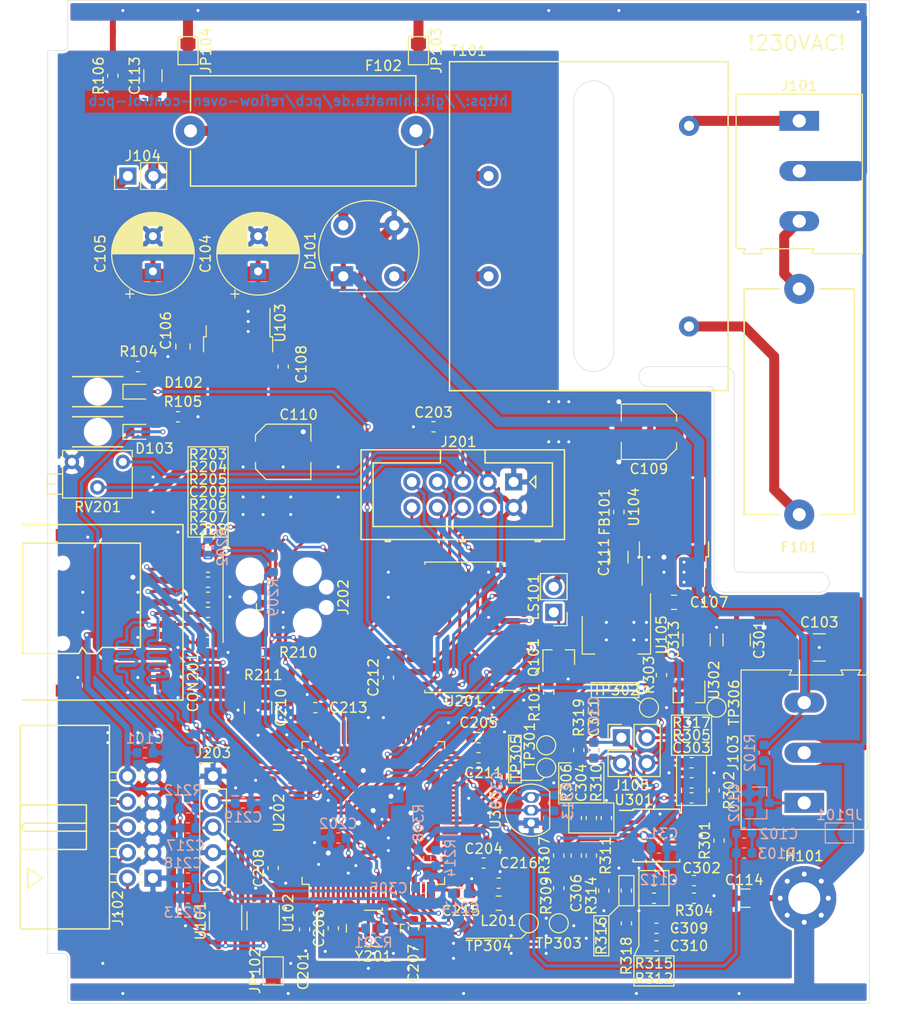
<source format=kicad_pcb>
(kicad_pcb (version 20171130) (host pcbnew 5.1.5)

  (general
    (thickness 1.6)
    (drawings 100)
    (tracks 1761)
    (zones 0)
    (modules 131)
    (nets 138)
  )

  (page A4)
  (layers
    (0 F.Cu signal)
    (31 B.Cu signal)
    (32 B.Adhes user)
    (33 F.Adhes user)
    (34 B.Paste user)
    (35 F.Paste user)
    (36 B.SilkS user)
    (37 F.SilkS user)
    (38 B.Mask user)
    (39 F.Mask user)
    (40 Dwgs.User user)
    (41 Cmts.User user)
    (42 Eco1.User user)
    (43 Eco2.User user)
    (44 Edge.Cuts user)
    (45 Margin user)
    (46 B.CrtYd user)
    (47 F.CrtYd user)
    (48 B.Fab user)
    (49 F.Fab user)
  )

  (setup
    (last_trace_width 0.25)
    (user_trace_width 0.3)
    (user_trace_width 0.4)
    (user_trace_width 0.6)
    (user_trace_width 1)
    (user_trace_width 2)
    (trace_clearance 0.2)
    (zone_clearance 0.25)
    (zone_45_only no)
    (trace_min 0.21)
    (via_size 0.5)
    (via_drill 0.3)
    (via_min_size 0.4)
    (via_min_drill 0.3)
    (user_via 0.9 0.5)
    (uvia_size 0.3)
    (uvia_drill 0.1)
    (uvias_allowed no)
    (uvia_min_size 0.2)
    (uvia_min_drill 0.1)
    (edge_width 0.05)
    (segment_width 0.2)
    (pcb_text_width 0.3)
    (pcb_text_size 1.5 1.5)
    (mod_edge_width 0.12)
    (mod_text_size 1 1)
    (mod_text_width 0.15)
    (pad_size 1.5 1.5)
    (pad_drill 0)
    (pad_to_mask_clearance 0.051)
    (solder_mask_min_width 0.25)
    (aux_axis_origin 13 13)
    (grid_origin 13 13)
    (visible_elements FFFFFF7F)
    (pcbplotparams
      (layerselection 0x010fc_ffffffff)
      (usegerberextensions true)
      (usegerberattributes false)
      (usegerberadvancedattributes false)
      (creategerberjobfile true)
      (excludeedgelayer true)
      (linewidth 0.100000)
      (plotframeref false)
      (viasonmask false)
      (mode 1)
      (useauxorigin false)
      (hpglpennumber 1)
      (hpglpenspeed 20)
      (hpglpendiameter 15.000000)
      (psnegative false)
      (psa4output false)
      (plotreference true)
      (plotvalue true)
      (plotinvisibletext false)
      (padsonsilk false)
      (subtractmaskfromsilk false)
      (outputformat 1)
      (mirror false)
      (drillshape 0)
      (scaleselection 1)
      (outputdirectory "gerber/"))
  )

  (net 0 "")
  (net 1 Earth)
  (net 2 GND)
  (net 3 +8V)
  (net 4 +3V3)
  (net 5 +5V)
  (net 6 /Controller/ENC1)
  (net 7 /Controller/ENC2)
  (net 8 /Controller/VREF)
  (net 9 /Controller/SW1)
  (net 10 /Frontend/FORCE+)
  (net 11 /Frontend/FORCE-)
  (net 12 /Frontend/SENS+)
  (net 13 /Frontend/SENS-)
  (net 14 /Controller/SDIO_D1)
  (net 15 /Controller/SDIO_D0)
  (net 16 /Controller/SDIO_CLK)
  (net 17 /Controller/SDIO_CMD)
  (net 18 /Controller/SDIO_D3)
  (net 19 /Controller/SDIO_D2)
  (net 20 "Net-(D102-Pad1)")
  (net 21 /Controller/TEMP_IN)
  (net 22 /L_Trafo)
  (net 23 /L_IN)
  (net 24 /N_IN)
  (net 25 /DIGIO3)
  (net 26 /DIGIO2)
  (net 27 /DIGIO1)
  (net 28 /DIGIO0)
  (net 29 /Controller/SWDIO)
  (net 30 /Controller/SWCLK)
  (net 31 /Controller/PC_RX)
  (net 32 /Controller/PC_TX)
  (net 33 /Controller/~RST)
  (net 34 "Net-(LS101-Pad1)")
  (net 35 /Controller/LCD_VO)
  (net 36 /Controller/LCD_RS)
  (net 37 /Controller/LCD_EN)
  (net 38 /Controller/LCD_D3)
  (net 39 /Controller/LCD_D0)
  (net 40 /Controller/LCD_D2)
  (net 41 /Controller/LCD_D1)
  (net 42 /Controller/FRONTEND_TEMP)
  (net 43 /OUT0)
  (net 44 /OUT3)
  (net 45 /OUT2)
  (net 46 /OUT1)
  (net 47 /Controller/VDDA)
  (net 48 +5VL)
  (net 49 /Controller/CARD_DETECT)
  (net 50 "Net-(C102-Pad2)")
  (net 51 "Net-(C306-Pad1)")
  (net 52 "Net-(D101-Pad4)")
  (net 53 "Net-(D101-Pad2)")
  (net 54 "Net-(D103-Pad1)")
  (net 55 "Net-(F102-Pad2)")
  (net 56 "Net-(J103-Pad1)")
  (net 57 "Net-(Q101-Pad1)")
  (net 58 +3.3VA)
  (net 59 /Controller/NSS)
  (net 60 /Controller/SCK)
  (net 61 /Controller/MISO)
  (net 62 "Net-(C206-Pad1)")
  (net 63 "Net-(C207-Pad1)")
  (net 64 "Net-(C211-Pad1)")
  (net 65 "Net-(C213-Pad1)")
  (net 66 "Net-(C304-Pad1)")
  (net 67 "Net-(J202-Pad5)")
  (net 68 "Net-(J202-Pad6)")
  (net 69 "Net-(J202-Pad8)")
  (net 70 "Net-(R311-Pad1)")
  (net 71 "Net-(R314-Pad2)")
  (net 72 "Net-(U201-Pad2)")
  (net 73 "Net-(U201-Pad4)")
  (net 74 "Net-(U201-Pad6)")
  (net 75 "Net-(U201-Pad7)")
  (net 76 "Net-(U201-Pad8)")
  (net 77 "Net-(U201-Pad9)")
  (net 78 "Net-(U201-Pad15)")
  (net 79 "Net-(U201-Pad17)")
  (net 80 "Net-(U202-Pad2)")
  (net 81 "Net-(U202-Pad3)")
  (net 82 "Net-(U202-Pad4)")
  (net 83 "Net-(U202-Pad5)")
  (net 84 "Net-(U202-Pad7)")
  (net 85 "Net-(U202-Pad8)")
  (net 86 "Net-(U202-Pad9)")
  (net 87 "Net-(U202-Pad15)")
  (net 88 "Net-(U202-Pad16)")
  (net 89 "Net-(U202-Pad17)")
  (net 90 "Net-(U202-Pad18)")
  (net 91 "Net-(U202-Pad26)")
  (net 92 "Net-(U202-Pad29)")
  (net 93 "Net-(U202-Pad32)")
  (net 94 "Net-(U202-Pad33)")
  (net 95 "Net-(U202-Pad34)")
  (net 96 "Net-(U202-Pad38)")
  (net 97 "Net-(U202-Pad39)")
  (net 98 "Net-(U202-Pad40)")
  (net 99 "Net-(U202-Pad41)")
  (net 100 "Net-(U202-Pad42)")
  (net 101 "Net-(U202-Pad43)")
  (net 102 "Net-(U202-Pad44)")
  (net 103 "Net-(U202-Pad45)")
  (net 104 "Net-(U202-Pad46)")
  (net 105 "Net-(U202-Pad51)")
  (net 106 "Net-(U202-Pad52)")
  (net 107 "Net-(U202-Pad53)")
  (net 108 "Net-(U202-Pad54)")
  (net 109 "Net-(U202-Pad59)")
  (net 110 "Net-(U202-Pad60)")
  (net 111 "Net-(U202-Pad61)")
  (net 112 "Net-(U202-Pad62)")
  (net 113 "Net-(U202-Pad63)")
  (net 114 "Net-(U202-Pad64)")
  (net 115 "Net-(U202-Pad70)")
  (net 116 "Net-(U202-Pad71)")
  (net 117 "Net-(U202-Pad77)")
  (net 118 "Net-(U202-Pad81)")
  (net 119 "Net-(U202-Pad82)")
  (net 120 "Net-(U202-Pad84)")
  (net 121 "Net-(U202-Pad86)")
  (net 122 "Net-(U202-Pad95)")
  (net 123 "Net-(U202-Pad96)")
  (net 124 "Net-(U202-Pad97)")
  (net 125 "Net-(U202-Pad98)")
  (net 126 /Frontend/VREF_OP)
  (net 127 /DIGIO0_PROT)
  (net 128 /DIGIO1_PROT)
  (net 129 /DIGIO2_PROT)
  (net 130 /DIGIO3_PROT)
  (net 131 "Net-(C302-Pad2)")
  (net 132 "Net-(C302-Pad1)")
  (net 133 "Net-(C303-Pad2)")
  (net 134 "Net-(C303-Pad1)")
  (net 135 "Net-(C306-Pad2)")
  (net 136 "Net-(C309-Pad1)")
  (net 137 "Net-(R314-Pad1)")

  (net_class Default "This is the default net class."
    (clearance 0.2)
    (trace_width 0.25)
    (via_dia 0.5)
    (via_drill 0.3)
    (uvia_dia 0.3)
    (uvia_drill 0.1)
    (diff_pair_width 0.21)
    (diff_pair_gap 0.25)
    (add_net +3.3VA)
    (add_net +3V3)
    (add_net +5V)
    (add_net +5VL)
    (add_net +8V)
    (add_net /Controller/CARD_DETECT)
    (add_net /Controller/ENC1)
    (add_net /Controller/ENC2)
    (add_net /Controller/FRONTEND_TEMP)
    (add_net /Controller/LCD_D0)
    (add_net /Controller/LCD_D1)
    (add_net /Controller/LCD_D2)
    (add_net /Controller/LCD_D3)
    (add_net /Controller/LCD_EN)
    (add_net /Controller/LCD_RS)
    (add_net /Controller/LCD_VO)
    (add_net /Controller/MISO)
    (add_net /Controller/NSS)
    (add_net /Controller/PC_RX)
    (add_net /Controller/PC_TX)
    (add_net /Controller/SCK)
    (add_net /Controller/SDIO_CLK)
    (add_net /Controller/SDIO_CMD)
    (add_net /Controller/SDIO_D0)
    (add_net /Controller/SDIO_D1)
    (add_net /Controller/SDIO_D2)
    (add_net /Controller/SDIO_D3)
    (add_net /Controller/SW1)
    (add_net /Controller/SWCLK)
    (add_net /Controller/SWDIO)
    (add_net /Controller/TEMP_IN)
    (add_net /Controller/VDDA)
    (add_net /Controller/VREF)
    (add_net /Controller/~RST)
    (add_net /DIGIO0)
    (add_net /DIGIO0_PROT)
    (add_net /DIGIO1)
    (add_net /DIGIO1_PROT)
    (add_net /DIGIO2)
    (add_net /DIGIO2_PROT)
    (add_net /DIGIO3)
    (add_net /DIGIO3_PROT)
    (add_net /Frontend/FORCE+)
    (add_net /Frontend/FORCE-)
    (add_net /Frontend/SENS+)
    (add_net /Frontend/SENS-)
    (add_net /Frontend/VREF_OP)
    (add_net /OUT0)
    (add_net /OUT1)
    (add_net /OUT2)
    (add_net /OUT3)
    (add_net Earth)
    (add_net GND)
    (add_net "Net-(C102-Pad2)")
    (add_net "Net-(C206-Pad1)")
    (add_net "Net-(C207-Pad1)")
    (add_net "Net-(C211-Pad1)")
    (add_net "Net-(C213-Pad1)")
    (add_net "Net-(C302-Pad1)")
    (add_net "Net-(C302-Pad2)")
    (add_net "Net-(C303-Pad1)")
    (add_net "Net-(C303-Pad2)")
    (add_net "Net-(C304-Pad1)")
    (add_net "Net-(C306-Pad1)")
    (add_net "Net-(C306-Pad2)")
    (add_net "Net-(C309-Pad1)")
    (add_net "Net-(D101-Pad2)")
    (add_net "Net-(D101-Pad4)")
    (add_net "Net-(D102-Pad1)")
    (add_net "Net-(D103-Pad1)")
    (add_net "Net-(F102-Pad2)")
    (add_net "Net-(J103-Pad1)")
    (add_net "Net-(J202-Pad5)")
    (add_net "Net-(J202-Pad6)")
    (add_net "Net-(J202-Pad8)")
    (add_net "Net-(LS101-Pad1)")
    (add_net "Net-(Q101-Pad1)")
    (add_net "Net-(R311-Pad1)")
    (add_net "Net-(R314-Pad1)")
    (add_net "Net-(R314-Pad2)")
    (add_net "Net-(U201-Pad15)")
    (add_net "Net-(U201-Pad17)")
    (add_net "Net-(U201-Pad2)")
    (add_net "Net-(U201-Pad4)")
    (add_net "Net-(U201-Pad6)")
    (add_net "Net-(U201-Pad7)")
    (add_net "Net-(U201-Pad8)")
    (add_net "Net-(U201-Pad9)")
    (add_net "Net-(U202-Pad15)")
    (add_net "Net-(U202-Pad16)")
    (add_net "Net-(U202-Pad17)")
    (add_net "Net-(U202-Pad18)")
    (add_net "Net-(U202-Pad2)")
    (add_net "Net-(U202-Pad26)")
    (add_net "Net-(U202-Pad29)")
    (add_net "Net-(U202-Pad3)")
    (add_net "Net-(U202-Pad32)")
    (add_net "Net-(U202-Pad33)")
    (add_net "Net-(U202-Pad34)")
    (add_net "Net-(U202-Pad38)")
    (add_net "Net-(U202-Pad39)")
    (add_net "Net-(U202-Pad4)")
    (add_net "Net-(U202-Pad40)")
    (add_net "Net-(U202-Pad41)")
    (add_net "Net-(U202-Pad42)")
    (add_net "Net-(U202-Pad43)")
    (add_net "Net-(U202-Pad44)")
    (add_net "Net-(U202-Pad45)")
    (add_net "Net-(U202-Pad46)")
    (add_net "Net-(U202-Pad5)")
    (add_net "Net-(U202-Pad51)")
    (add_net "Net-(U202-Pad52)")
    (add_net "Net-(U202-Pad53)")
    (add_net "Net-(U202-Pad54)")
    (add_net "Net-(U202-Pad59)")
    (add_net "Net-(U202-Pad60)")
    (add_net "Net-(U202-Pad61)")
    (add_net "Net-(U202-Pad62)")
    (add_net "Net-(U202-Pad63)")
    (add_net "Net-(U202-Pad64)")
    (add_net "Net-(U202-Pad7)")
    (add_net "Net-(U202-Pad70)")
    (add_net "Net-(U202-Pad71)")
    (add_net "Net-(U202-Pad77)")
    (add_net "Net-(U202-Pad8)")
    (add_net "Net-(U202-Pad81)")
    (add_net "Net-(U202-Pad82)")
    (add_net "Net-(U202-Pad84)")
    (add_net "Net-(U202-Pad86)")
    (add_net "Net-(U202-Pad9)")
    (add_net "Net-(U202-Pad95)")
    (add_net "Net-(U202-Pad96)")
    (add_net "Net-(U202-Pad97)")
    (add_net "Net-(U202-Pad98)")
  )

  (net_class HV ""
    (clearance 2.55)
    (trace_width 1)
    (via_dia 0.5)
    (via_drill 0.3)
    (uvia_dia 0.3)
    (uvia_drill 0.1)
    (diff_pair_width 0.21)
    (diff_pair_gap 0.25)
    (add_net /L_IN)
    (add_net /L_Trafo)
    (add_net /N_IN)
  )

  (module TestPoint:TestPoint_Pad_D1.5mm (layer F.Cu) (tedit 5E4C3C37) (tstamp 5E4CFE9F)
    (at 82.75 83.5)
    (descr "SMD pad as test Point, diameter 1.5mm")
    (tags "test point SMD pad")
    (path /5D8C5188/5E5AA625)
    (attr virtual)
    (fp_text reference TP306 (at 1.75 -0.5 90) (layer F.SilkS)
      (effects (font (size 1 1) (thickness 0.15)))
    )
    (fp_text value GND (at 0 1.75) (layer F.Fab)
      (effects (font (size 1 1) (thickness 0.15)))
    )
    (fp_circle (center 0 0) (end 0 0.95) (layer F.SilkS) (width 0.12))
    (fp_circle (center 0 0) (end 1.25 0) (layer F.CrtYd) (width 0.05))
    (fp_text user %R (at 1.25 2.25) (layer F.Fab)
      (effects (font (size 1 1) (thickness 0.15)))
    )
    (pad 1 smd circle (at 0 0) (size 1.5 1.5) (layers F.Cu F.Mask)
      (net 2 GND) (zone_connect 2))
  )

  (module TestPoint:TestPoint_Pad_D1.5mm (layer F.Cu) (tedit 5E4C3C60) (tstamp 5E4CFE97)
    (at 65.75 89.5)
    (descr "SMD pad as test Point, diameter 1.5mm")
    (tags "test point SMD pad")
    (path /5D8C5188/5E59C2BA)
    (attr virtual)
    (fp_text reference TP305 (at -3 -1 90) (layer F.SilkS)
      (effects (font (size 1 1) (thickness 0.15)))
    )
    (fp_text value GND (at 0 1.75) (layer F.Fab)
      (effects (font (size 1 1) (thickness 0.15)))
    )
    (fp_circle (center 0 0) (end 0 0.95) (layer F.SilkS) (width 0.12))
    (fp_circle (center 0 0) (end 1.25 0) (layer F.CrtYd) (width 0.05))
    (fp_text user %R (at 0 -1.65) (layer F.Fab)
      (effects (font (size 1 1) (thickness 0.15)))
    )
    (pad 1 smd circle (at 0 0) (size 1.5 1.5) (layers F.Cu F.Mask)
      (net 2 GND) (zone_connect 2))
  )

  (module TestPoint:TestPoint_Pad_D1.5mm (layer F.Cu) (tedit 5E4C3C13) (tstamp 5E4CFE8F)
    (at 64 105)
    (descr "SMD pad as test Point, diameter 1.5mm")
    (tags "test point SMD pad")
    (path /5D8C5188/5E5831F5)
    (attr virtual)
    (fp_text reference TP304 (at -4 2.25) (layer F.SilkS)
      (effects (font (size 1 1) (thickness 0.15)))
    )
    (fp_text value GND (at 0 1.75) (layer F.Fab)
      (effects (font (size 1 1) (thickness 0.15)))
    )
    (fp_circle (center 0 0) (end 0 0.95) (layer F.SilkS) (width 0.12))
    (fp_circle (center 0 0) (end 1.25 0) (layer F.CrtYd) (width 0.05))
    (fp_text user %R (at 0 -1.65) (layer F.Fab)
      (effects (font (size 1 1) (thickness 0.15)))
    )
    (pad 1 smd circle (at 0 0) (size 1.5 1.5) (layers F.Cu F.Mask)
      (net 2 GND) (zone_connect 2))
  )

  (module shimatta_artwork:shimatta_kanji_20mm_solder_mask (layer B.Cu) (tedit 0) (tstamp 5E4C6208)
    (at 41.5 29.75 180)
    (fp_text reference G*** (at 0 0) (layer B.SilkS) hide
      (effects (font (size 1.524 1.524) (thickness 0.3)) (justify mirror))
    )
    (fp_text value LOGO (at 0.75 0) (layer B.SilkS) hide
      (effects (font (size 1.524 1.524) (thickness 0.3)) (justify mirror))
    )
    (fp_poly (pts (xy 9.428791 1.753801) (xy 9.567761 1.731641) (xy 9.667206 1.700045) (xy 9.761697 1.645722)
      (xy 9.822989 1.576357) (xy 9.855813 1.486306) (xy 9.858368 1.471966) (xy 9.862124 1.413942)
      (xy 9.846144 1.369373) (xy 9.819335 1.333673) (xy 9.781378 1.29583) (xy 9.735384 1.267393)
      (xy 9.673178 1.245282) (xy 9.586585 1.22642) (xy 9.495693 1.211812) (xy 9.397389 1.192146)
      (xy 9.273374 1.159472) (xy 9.133481 1.117016) (xy 8.987545 1.068002) (xy 8.845399 1.015655)
      (xy 8.716878 0.963201) (xy 8.66136 0.938204) (xy 8.588402 0.904309) (xy 8.53008 0.87777)
      (xy 8.494468 0.862231) (xy 8.487445 0.859693) (xy 8.474447 0.874529) (xy 8.460842 0.897485)
      (xy 8.444687 0.930782) (xy 8.440616 0.943057) (xy 8.456761 0.954676) (xy 8.501708 0.982387)
      (xy 8.57022 1.023082) (xy 8.657065 1.073654) (xy 8.757007 1.130996) (xy 8.763 1.13441)
      (xy 8.863594 1.192303) (xy 8.951369 1.243987) (xy 9.021081 1.286279) (xy 9.067485 1.315993)
      (xy 9.085336 1.329944) (xy 9.085385 1.330186) (xy 9.067291 1.336709) (xy 9.018671 1.344245)
      (xy 8.948012 1.351635) (xy 8.900733 1.355366) (xy 8.814954 1.359677) (xy 8.732203 1.359467)
      (xy 8.645159 1.353943) (xy 8.546496 1.342311) (xy 8.428892 1.323781) (xy 8.285022 1.297558)
      (xy 8.181769 1.277551) (xy 8.087012 1.260086) (xy 8.005697 1.247289) (xy 7.945677 1.240239)
      (xy 7.914804 1.240013) (xy 7.913115 1.240669) (xy 7.898633 1.267289) (xy 7.893539 1.306485)
      (xy 7.896969 1.33375) (xy 7.911797 1.356509) (xy 7.94483 1.38016) (xy 8.002873 1.410101)
      (xy 8.054731 1.434343) (xy 8.259047 1.524345) (xy 8.450867 1.601035) (xy 8.623126 1.661725)
      (xy 8.754126 1.700075) (xy 8.923632 1.734862) (xy 9.098237 1.755411) (xy 9.269453 1.761724)
      (xy 9.428791 1.753801)) (layer B.Mask) (width 0.01))
    (fp_poly (pts (xy 3.301209 1.629772) (xy 3.455957 1.617452) (xy 3.586106 1.595662) (xy 3.620461 1.586813)
      (xy 3.799648 1.524806) (xy 3.949231 1.448506) (xy 4.077466 1.353305) (xy 4.132385 1.301052)
      (xy 4.252335 1.152355) (xy 4.336366 0.989866) (xy 4.383796 0.816683) (xy 4.393941 0.635903)
      (xy 4.366121 0.450625) (xy 4.339226 0.361417) (xy 4.262261 0.200227) (xy 4.150017 0.051266)
      (xy 4.004678 -0.084345) (xy 3.828431 -0.205486) (xy 3.62346 -0.311038) (xy 3.39195 -0.399881)
      (xy 3.136087 -0.470894) (xy 2.858055 -0.522959) (xy 2.56004 -0.554955) (xy 2.54977 -0.555664)
      (xy 2.452095 -0.562584) (xy 2.352045 -0.570151) (xy 2.268301 -0.576945) (xy 2.254251 -0.578165)
      (xy 2.188341 -0.583117) (xy 2.151245 -0.581066) (xy 2.132887 -0.568837) (xy 2.123191 -0.543254)
      (xy 2.121415 -0.536295) (xy 2.114131 -0.495637) (xy 2.115569 -0.476534) (xy 2.13681 -0.470214)
      (xy 2.187543 -0.459437) (xy 2.258697 -0.446062) (xy 2.29725 -0.439298) (xy 2.600453 -0.375807)
      (xy 2.872729 -0.294923) (xy 3.113188 -0.197142) (xy 3.32094 -0.082957) (xy 3.495097 0.047136)
      (xy 3.634767 0.192644) (xy 3.739062 0.353072) (xy 3.745332 0.365489) (xy 3.799796 0.510355)
      (xy 3.824701 0.659415) (xy 3.821806 0.807143) (xy 3.792865 0.948013) (xy 3.739637 1.0765)
      (xy 3.663877 1.187078) (xy 3.567342 1.274223) (xy 3.451789 1.332407) (xy 3.436387 1.337282)
      (xy 3.329785 1.358) (xy 3.20153 1.366318) (xy 3.067026 1.362231) (xy 2.941678 1.345736)
      (xy 2.904282 1.337402) (xy 2.791716 1.300662) (xy 2.655402 1.242376) (xy 2.501756 1.165846)
      (xy 2.337192 1.074371) (xy 2.168124 0.971251) (xy 2.077079 0.911797) (xy 1.982701 0.849482)
      (xy 1.897066 0.794483) (xy 1.826482 0.750731) (xy 1.777255 0.722158) (xy 1.758369 0.713125)
      (xy 1.705349 0.713823) (xy 1.63319 0.738937) (xy 1.548908 0.783847) (xy 1.459517 0.843935)
      (xy 1.372034 0.914582) (xy 1.293475 0.991171) (xy 1.242341 1.052831) (xy 1.177176 1.155524)
      (xy 1.145756 1.240689) (xy 1.147669 1.309786) (xy 1.161677 1.339812) (xy 1.188745 1.371855)
      (xy 1.220071 1.383574) (xy 1.263202 1.374056) (xy 1.325686 1.342389) (xy 1.372393 1.314365)
      (xy 1.441864 1.275343) (xy 1.503115 1.252904) (xy 1.564969 1.2473) (xy 1.636248 1.25878)
      (xy 1.725773 1.287594) (xy 1.825982 1.32721) (xy 2.072117 1.421167) (xy 2.322841 1.502936)
      (xy 2.562838 1.567664) (xy 2.638504 1.584763) (xy 2.79051 1.610116) (xy 2.958372 1.626082)
      (xy 3.131976 1.632641) (xy 3.301209 1.629772)) (layer B.Mask) (width 0.01))
    (fp_poly (pts (xy -7.16573 3.644015) (xy -7.030481 3.628399) (xy -6.898306 3.608454) (xy -6.778602 3.585917)
      (xy -6.680766 3.562522) (xy -6.623226 3.543826) (xy -6.552282 3.503627) (xy -6.518969 3.457096)
      (xy -6.523039 3.407494) (xy -6.564241 3.35808) (xy -6.640956 3.312726) (xy -6.72123 3.276527)
      (xy -6.72123 1.953846) (xy -6.101652 1.953846) (xy -5.908326 2.177929) (xy -5.839612 2.256002)
      (xy -5.778657 2.322318) (xy -5.730438 2.371689) (xy -5.69993 2.398925) (xy -5.692898 2.402621)
      (xy -5.671923 2.389825) (xy -5.628642 2.354137) (xy -5.568405 2.300274) (xy -5.496558 2.232952)
      (xy -5.455081 2.19292) (xy -5.35528 2.092389) (xy -5.284164 2.012661) (xy -5.239564 1.950558)
      (xy -5.219311 1.902903) (xy -5.221236 1.866519) (xy -5.225852 1.857265) (xy -5.248293 1.85113)
      (xy -5.307629 1.846089) (xy -5.404272 1.842132) (xy -5.538636 1.839247) (xy -5.711135 1.837422)
      (xy -5.922182 1.836647) (xy -5.979922 1.836616) (xy -6.72123 1.836616) (xy -6.72123 -0.566615)
      (xy -6.259971 -0.566615) (xy -6.067574 -0.351692) (xy -5.999081 -0.276106) (xy -5.939554 -0.212155)
      (xy -5.893885 -0.164964) (xy -5.866969 -0.139654) (xy -5.862279 -0.136769) (xy -5.839937 -0.14918)
      (xy -5.795385 -0.182731) (xy -5.73498 -0.231894) (xy -5.665077 -0.291144) (xy -5.592032 -0.354955)
      (xy -5.522202 -0.417801) (xy -5.461942 -0.474155) (xy -5.417609 -0.518492) (xy -5.400017 -0.538674)
      (xy -5.367005 -0.588512) (xy -5.35926 -0.622387) (xy -5.366651 -0.641654) (xy -5.372793 -0.647595)
      (xy -5.384916 -0.652791) (xy -5.405554 -0.657303) (xy -5.437241 -0.661191) (xy -5.48251 -0.664515)
      (xy -5.543894 -0.667336) (xy -5.623926 -0.669713) (xy -5.725141 -0.671708) (xy -5.85007 -0.67338)
      (xy -6.001248 -0.67479) (xy -6.181207 -0.675998) (xy -6.392482 -0.677065) (xy -6.637605 -0.67805)
      (xy -6.919109 -0.679015) (xy -6.938394 -0.679077) (xy -7.220887 -0.67997) (xy -7.466876 -0.680669)
      (xy -7.678931 -0.681118) (xy -7.859624 -0.681261) (xy -8.011528 -0.681044) (xy -8.137214 -0.680411)
      (xy -8.239254 -0.679306) (xy -8.32022 -0.677674) (xy -8.382682 -0.67546) (xy -8.429214 -0.672608)
      (xy -8.462386 -0.669064) (xy -8.484771 -0.664771) (xy -8.49894 -0.659674) (xy -8.507465 -0.653718)
      (xy -8.512918 -0.646848) (xy -8.513997 -0.64515) (xy -8.533273 -0.606511) (xy -8.538307 -0.586419)
      (xy -8.518898 -0.580182) (xy -8.461154 -0.575092) (xy -8.365801 -0.571172) (xy -8.233566 -0.568445)
      (xy -8.065175 -0.566936) (xy -7.922846 -0.566615) (xy -7.307384 -0.566615) (xy -7.307384 1.836616)
      (xy -8.514275 1.836616) (xy -8.54583 1.884774) (xy -8.568455 1.922492) (xy -8.577384 1.94339)
      (xy -8.558611 1.94591) (xy -8.505349 1.948213) (xy -8.422187 1.950221) (xy -8.313714 1.951859)
      (xy -8.184518 1.953052) (xy -8.039187 1.953724) (xy -7.942384 1.953846) (xy -7.307384 1.953846)
      (xy -7.307384 3.657659) (xy -7.16573 3.644015)) (layer B.Mask) (width 0.01))
    (fp_poly (pts (xy 7.808064 0.395873) (xy 7.820909 0.35155) (xy 7.81349 0.27581) (xy 7.803742 0.231615)
      (xy 7.785801 0.109096) (xy 7.79887 0.006839) (xy 7.843916 -0.079884) (xy 7.874635 -0.11486)
      (xy 7.967303 -0.181671) (xy 8.093926 -0.23155) (xy 8.253218 -0.264447) (xy 8.443892 -0.280312)
      (xy 8.664663 -0.279096) (xy 8.914245 -0.260749) (xy 9.19135 -0.225221) (xy 9.47304 -0.176639)
      (xy 9.611859 -0.155568) (xy 9.723564 -0.15229) (xy 9.816229 -0.167606) (xy 9.89793 -0.202316)
      (xy 9.929424 -0.22186) (xy 9.997696 -0.283212) (xy 10.032198 -0.356505) (xy 10.037036 -0.450516)
      (xy 10.036934 -0.451773) (xy 10.019551 -0.537125) (xy 9.981122 -0.60896) (xy 9.919239 -0.66821)
      (xy 9.831497 -0.71581) (xy 9.715488 -0.752696) (xy 9.568805 -0.779801) (xy 9.389042 -0.79806)
      (xy 9.173792 -0.808407) (xy 9.114693 -0.809856) (xy 8.994114 -0.811858) (xy 8.883467 -0.812804)
      (xy 8.790078 -0.812701) (xy 8.721276 -0.811557) (xy 8.684846 -0.809444) (xy 8.638883 -0.803365)
      (xy 8.56704 -0.794119) (xy 8.482217 -0.783361) (xy 8.450385 -0.779361) (xy 8.230894 -0.738915)
      (xy 8.04091 -0.676709) (xy 7.881353 -0.593495) (xy 7.753145 -0.490023) (xy 7.657211 -0.367045)
      (xy 7.59447 -0.225311) (xy 7.565847 -0.065574) (xy 7.565408 -0.058531) (xy 7.562448 0.025892)
      (xy 7.566924 0.087191) (xy 7.581292 0.141001) (xy 7.605759 0.198179) (xy 7.643881 0.268184)
      (xy 7.687847 0.332317) (xy 7.730734 0.381887) (xy 7.765619 0.408201) (xy 7.774706 0.410308)
      (xy 7.808064 0.395873)) (layer B.Mask) (width 0.01))
    (fp_poly (pts (xy 7.338145 3.474443) (xy 7.446892 3.440014) (xy 7.562991 3.388053) (xy 7.677402 3.323667)
      (xy 7.781082 3.251965) (xy 7.864989 3.178057) (xy 7.920082 3.10705) (xy 7.921507 3.104439)
      (xy 7.959244 3.03404) (xy 7.81893 2.730595) (xy 7.772867 2.630313) (xy 7.733158 2.542594)
      (xy 7.702487 2.473468) (xy 7.683536 2.428966) (xy 7.678616 2.415191) (xy 7.695962 2.405068)
      (xy 7.743645 2.406271) (xy 7.815129 2.417185) (xy 7.903879 2.436192) (xy 8.00336 2.461677)
      (xy 8.107037 2.492023) (xy 8.208376 2.525615) (xy 8.30084 2.560835) (xy 8.344716 2.579933)
      (xy 8.438434 2.621079) (xy 8.508671 2.645305) (xy 8.566225 2.654449) (xy 8.621897 2.650345)
      (xy 8.679355 2.636833) (xy 8.767704 2.597385) (xy 8.837863 2.537316) (xy 8.884673 2.464285)
      (xy 8.902974 2.385949) (xy 8.892236 2.320845) (xy 8.849581 2.26) (xy 8.770149 2.200807)
      (xy 8.656228 2.144019) (xy 8.510109 2.090391) (xy 8.334081 2.040674) (xy 8.130434 1.995624)
      (xy 7.901456 1.955991) (xy 7.699682 1.928463) (xy 7.496055 1.903717) (xy 7.064105 0.624589)
      (xy 6.991253 0.40925) (xy 6.921584 0.204081) (xy 6.856174 0.012201) (xy 6.796095 -0.163273)
      (xy 6.742424 -0.319225) (xy 6.696235 -0.452538) (xy 6.658603 -0.560093) (xy 6.630602 -0.638775)
      (xy 6.613307 -0.685467) (xy 6.608432 -0.696984) (xy 6.548196 -0.768353) (xy 6.468858 -0.809727)
      (xy 6.379028 -0.81866) (xy 6.287319 -0.792703) (xy 6.281659 -0.789834) (xy 6.183737 -0.719536)
      (xy 6.117645 -0.627018) (xy 6.082975 -0.511562) (xy 6.077082 -0.429846) (xy 6.088269 -0.329409)
      (xy 6.12395 -0.222844) (xy 6.186639 -0.104136) (xy 6.259078 0.005238) (xy 6.317058 0.092554)
      (xy 6.37418 0.190956) (xy 6.432946 0.305617) (xy 6.495859 0.44171) (xy 6.565422 0.604407)
      (xy 6.644137 0.798883) (xy 6.649058 0.811302) (xy 6.698576 0.937705) (xy 6.750645 1.072924)
      (xy 6.803388 1.211851) (xy 6.854927 1.349379) (xy 6.903383 1.480396) (xy 6.94688 1.599796)
      (xy 6.983539 1.702469) (xy 7.011482 1.783306) (xy 7.028831 1.837198) (xy 7.033846 1.858104)
      (xy 7.015345 1.865235) (xy 6.963909 1.870215) (xy 6.885638 1.872683) (xy 6.792451 1.87238)
      (xy 6.689343 1.871214) (xy 6.615634 1.872673) (xy 6.561671 1.878103) (xy 6.517798 1.888851)
      (xy 6.474359 1.906264) (xy 6.44321 1.921096) (xy 6.324196 1.997966) (xy 6.220716 2.100695)
      (xy 6.142416 2.218832) (xy 6.1184 2.273068) (xy 6.087796 2.371327) (xy 6.076374 2.446686)
      (xy 6.082596 2.496419) (xy 6.104926 2.5178) (xy 6.141826 2.508101) (xy 6.19176 2.464595)
      (xy 6.212598 2.440172) (xy 6.281896 2.36957) (xy 6.361104 2.322749) (xy 6.458762 2.296368)
      (xy 6.583409 2.287084) (xy 6.604 2.286959) (xy 6.716122 2.289109) (xy 6.828914 2.294912)
      (xy 6.935173 2.303596) (xy 7.027694 2.314386) (xy 7.099275 2.326512) (xy 7.142712 2.339199)
      (xy 7.151763 2.345725) (xy 7.1613 2.373411) (xy 7.176626 2.431585) (xy 7.196021 2.512388)
      (xy 7.217765 2.607958) (xy 7.240139 2.710436) (xy 7.261423 2.81196) (xy 7.279899 2.904671)
      (xy 7.293846 2.980708) (xy 7.301117 3.028483) (xy 7.305167 3.07497) (xy 7.300115 3.108973)
      (xy 7.280462 3.141407) (xy 7.240706 3.183187) (xy 7.206953 3.215357) (xy 7.150084 3.267171)
      (xy 7.09965 3.309796) (xy 7.066126 3.334399) (xy 7.06502 3.335032) (xy 7.038815 3.363839)
      (xy 7.044428 3.397789) (xy 7.075931 3.431923) (xy 7.127394 3.461282) (xy 7.192887 3.480906)
      (xy 7.245794 3.486229) (xy 7.338145 3.474443)) (layer B.Mask) (width 0.01))
    (fp_poly (pts (xy -8.900627 3.686148) (xy -8.842414 3.668288) (xy -8.764568 3.642197) (xy -8.675465 3.610881)
      (xy -8.583481 3.577349) (xy -8.496994 3.544605) (xy -8.42438 3.515659) (xy -8.374017 3.493516)
      (xy -8.369508 3.491277) (xy -8.277195 3.438216) (xy -8.22267 3.390903) (xy -8.205385 3.347504)
      (xy -8.224792 3.306186) (xy -8.280344 3.265118) (xy -8.298961 3.255113) (xy -8.337113 3.234353)
      (xy -8.366557 3.21267) (xy -8.391987 3.183218) (xy -8.418101 3.139156) (xy -8.449593 3.073639)
      (xy -8.491159 2.979825) (xy -8.496937 2.966591) (xy -8.548331 2.852563) (xy -8.610388 2.720528)
      (xy -8.675268 2.586898) (xy -8.734797 2.468728) (xy -8.867489 2.21184) (xy -8.771283 2.152035)
      (xy -8.705668 2.103264) (xy -8.677637 2.059887) (xy -8.68668 2.018576) (xy -8.732288 1.976008)
      (xy -8.743219 1.96868) (xy -8.811362 1.924539) (xy -8.811738 0.517769) (xy -8.812113 -0.889)
      (xy -8.875479 -0.932013) (xy -8.977934 -0.988548) (xy -9.088107 -1.027523) (xy -9.195323 -1.046531)
      (xy -9.288907 -1.043165) (xy -9.32473 -1.033329) (xy -9.378461 -1.012743) (xy -9.378461 1.510364)
      (xy -9.568961 1.326369) (xy -9.685083 1.216199) (xy -9.784302 1.126131) (xy -9.86423 1.058185)
      (xy -9.92248 1.014379) (xy -9.956663 0.99673) (xy -9.95935 0.996462) (xy -9.988083 1.009886)
      (xy -10.000622 1.022071) (xy -10.00528 1.043101) (xy -9.992716 1.079674) (xy -9.960495 1.137038)
      (xy -9.914008 1.208794) (xy -9.717402 1.5262) (xy -9.533424 1.87007) (xy -9.367953 2.228378)
      (xy -9.226866 2.589099) (xy -9.196588 2.676769) (xy -9.157165 2.800379) (xy -9.115688 2.941245)
      (xy -9.07447 3.09045) (xy -9.035823 3.239075) (xy -9.002058 3.3782) (xy -8.975488 3.498907)
      (xy -8.958423 3.592278) (xy -8.957301 3.599962) (xy -8.947157 3.653955) (xy -8.93604 3.687421)
      (xy -8.930828 3.692769) (xy -8.900627 3.686148)) (layer B.Mask) (width 0.01))
    (fp_poly (pts (xy -3.838788 3.688729) (xy -3.763989 3.677918) (xy -3.672419 3.662305) (xy -3.574363 3.643857)
      (xy -3.48011 3.624543) (xy -3.399947 3.60633) (xy -3.344161 3.591186) (xy -3.331315 3.58657)
      (xy -3.283233 3.56018) (xy -3.253133 3.532073) (xy -3.250693 3.527326) (xy -3.253676 3.486941)
      (xy -3.283652 3.446101) (xy -3.321955 3.42193) (xy -3.347355 3.402506) (xy -3.390898 3.360148)
      (xy -3.445625 3.301872) (xy -3.484542 3.258039) (xy -3.616047 3.106616) (xy -1.188916 3.106616)
      (xy -0.994443 3.287346) (xy -0.921758 3.354128) (xy -0.85857 3.410747) (xy -0.810709 3.452087)
      (xy -0.784001 3.473031) (xy -0.781309 3.474482) (xy -0.757945 3.465597) (xy -0.712937 3.435671)
      (xy -0.653194 3.390341) (xy -0.585627 3.335241) (xy -0.517146 3.276008) (xy -0.454661 3.218278)
      (xy -0.405081 3.167687) (xy -0.404892 3.167477) (xy -0.364427 3.117627) (xy -0.338018 3.075387)
      (xy -0.332154 3.05723) (xy -0.345696 3.029063) (xy -0.38818 3.008895) (xy -0.462393 2.996103)
      (xy -0.571123 2.990066) (xy -0.636272 2.989385) (xy -0.840154 2.989385) (xy -0.840154 2.637693)
      (xy -0.839955 2.512617) (xy -0.838973 2.421319) (xy -0.836633 2.358498) (xy -0.832357 2.318856)
      (xy -0.82557 2.297091) (xy -0.815693 2.287906) (xy -0.802152 2.286001) (xy -0.801892 2.286)
      (xy -0.773311 2.298192) (xy -0.722344 2.331537) (xy -0.655775 2.381192) (xy -0.580392 2.442311)
      (xy -0.566873 2.453762) (xy -0.370116 2.621524) (xy -0.20152 2.487954) (xy -0.101103 2.405863)
      (xy -0.030828 2.341836) (xy 0.011944 2.292668) (xy 0.029851 2.255153) (xy 0.025534 2.226085)
      (xy 0.020288 2.218518) (xy 0.006592 2.208305) (xy -0.018542 2.20062) (xy -0.060041 2.195127)
      (xy -0.122832 2.19149) (xy -0.211843 2.189373) (xy -0.332 2.18844) (xy -0.422469 2.188308)
      (xy -0.840154 2.188308) (xy -0.840154 1.593302) (xy -0.685062 1.747483) (xy -0.529971 1.901665)
      (xy -0.416892 1.825179) (xy -0.334867 1.765382) (xy -0.256268 1.70045) (xy -0.186709 1.635942)
      (xy -0.131801 1.577421) (xy -0.097158 1.530448) (xy -0.088391 1.500584) (xy -0.088624 1.499911)
      (xy -0.098691 1.482757) (xy -0.117225 1.469664) (xy -0.149019 1.460093) (xy -0.198863 1.453502)
      (xy -0.271551 1.449351) (xy -0.371876 1.4471) (xy -0.504628 1.446209) (xy -0.565638 1.446113)
      (xy -0.700559 1.445507) (xy -0.800136 1.443739) (xy -0.868095 1.440561) (xy -0.908159 1.435727)
      (xy -0.924051 1.428988) (xy -0.922215 1.4224) (xy -0.89994 1.378095) (xy -0.914959 1.330448)
      (xy -0.957384 1.289539) (xy -1.016 1.247801) (xy -1.016 0.840154) (xy -0.954763 0.840154)
      (xy -0.922588 0.845115) (xy -0.885404 0.862752) (xy -0.837186 0.897197) (xy -0.771906 0.952581)
      (xy -0.712938 1.005923) (xy -0.532349 1.171691) (xy -0.437136 1.100731) (xy -0.362212 1.041551)
      (xy -0.288135 0.97735) (xy -0.223006 0.915706) (xy -0.174925 0.864198) (xy -0.154843 0.836626)
      (xy -0.150378 0.797665) (xy -0.167511 0.773126) (xy -0.183248 0.762647) (xy -0.210018 0.754793)
      (xy -0.252898 0.749212) (xy -0.316961 0.745549) (xy -0.407281 0.743451) (xy -0.528932 0.742563)
      (xy -0.607088 0.742462) (xy -1.016 0.742462) (xy -1.016 0) (xy -0.777399 0)
      (xy -0.593867 0.168471) (xy -0.410335 0.336941) (xy -0.301582 0.271047) (xy -0.201402 0.206185)
      (xy -0.109722 0.139119) (xy -0.033314 0.075413) (xy 0.021051 0.020627) (xy 0.044043 -0.012866)
      (xy 0.055086 -0.042142) (xy 0.056136 -0.065393) (xy 0.043528 -0.083305) (xy 0.013598 -0.096568)
      (xy -0.037319 -0.10587) (xy -0.11289 -0.111899) (xy -0.216779 -0.115343) (xy -0.352651 -0.11689)
      (xy -0.511734 -0.117231) (xy -1.016 -0.117231) (xy -1.016 -0.933208) (xy -1.087506 -0.987749)
      (xy -1.185199 -1.046446) (xy -1.289837 -1.082616) (xy -1.390375 -1.093543) (xy -1.465384 -1.080594)
      (xy -1.489548 -1.069612) (xy -1.508164 -1.052924) (xy -1.52195 -1.025778) (xy -1.531624 -0.983425)
      (xy -1.537903 -0.921114) (xy -1.541504 -0.834094) (xy -1.543143 -0.717615) (xy -1.543538 -0.566926)
      (xy -1.543538 -0.117231) (xy -2.789505 -0.117231) (xy -2.82106 -0.069072) (xy -2.843686 -0.031355)
      (xy -2.852615 -0.010456) (xy -2.834363 -0.00634) (xy -2.784749 -0.002986) (xy -2.711487 -0.000754)
      (xy -2.627923 0) (xy -2.40323 0) (xy -2.40323 0.742462) (xy -1.914769 0.742462)
      (xy -1.914769 0) (xy -1.543538 0) (xy -1.543538 0.742462) (xy -1.914769 0.742462)
      (xy -2.40323 0.742462) (xy -2.40323 1.051715) (xy -2.139645 0.945934) (xy -2.033634 0.903981)
      (xy -1.954204 0.874855) (xy -1.891918 0.856232) (xy -1.837336 0.845789) (xy -1.781019 0.841205)
      (xy -1.713529 0.840155) (xy -1.709799 0.840154) (xy -1.543538 0.840154) (xy -1.543538 1.445846)
      (xy -3.269734 1.445846) (xy -3.22478 1.397994) (xy -3.193696 1.350921) (xy -3.198734 1.311521)
      (xy -3.241062 1.276826) (xy -3.279299 1.259217) (xy -3.347723 1.215489) (xy -3.4213 1.139132)
      (xy -3.495173 1.035289) (xy -3.50324 1.022193) (xy -3.50304 1.010874) (xy -3.482699 1.003292)
      (xy -3.43701 0.998804) (xy -3.360771 0.996771) (xy -3.294315 0.996462) (xy -3.069766 0.996462)
      (xy -2.950823 1.106582) (xy -2.895677 1.15606) (xy -2.852243 1.192072) (xy -2.827588 1.208869)
      (xy -2.824715 1.209159) (xy -2.775384 1.154537) (xy -2.715674 1.084446) (xy -2.65204 1.006947)
      (xy -2.590935 0.9301) (xy -2.538814 0.861967) (xy -2.50213 0.810608) (xy -2.490487 0.791713)
      (xy -2.452077 0.719495) (xy -2.542253 0.638171) (xy -2.598689 0.57774) (xy -2.65799 0.499338)
      (xy -2.704546 0.424704) (xy -2.842318 0.207282) (xy -3.014183 -0.00561) (xy -3.215158 -0.209415)
      (xy -3.44026 -0.399573) (xy -3.684505 -0.571526) (xy -3.942909 -0.720716) (xy -3.974162 -0.736637)
      (xy -4.088406 -0.791489) (xy -4.208145 -0.844587) (xy -4.327462 -0.893763) (xy -4.440437 -0.936849)
      (xy -4.541154 -0.971675) (xy -4.623693 -0.996074) (xy -4.682137 -1.007877) (xy -4.709202 -1.005963)
      (xy -4.726996 -0.984631) (xy -4.71758 -0.956615) (xy -4.678522 -0.919173) (xy -4.607392 -0.86956)
      (xy -4.56464 -0.842757) (xy -4.403132 -0.737602) (xy -4.233187 -0.616258) (xy -4.067544 -0.488347)
      (xy -3.91894 -0.36349) (xy -3.863308 -0.313004) (xy -3.787703 -0.240715) (xy -3.739805 -0.190202)
      (xy -3.71731 -0.15821) (xy -3.717915 -0.141484) (xy -3.738587 -0.136769) (xy -3.78107 -0.117287)
      (xy -3.820654 -0.058853) (xy -3.857328 0.038514) (xy -3.871525 0.089701) (xy -3.906815 0.207959)
      (xy -3.947742 0.313481) (xy -3.990003 0.395869) (xy -4.010335 0.425196) (xy -4.029312 0.433861)
      (xy -4.061027 0.420594) (xy -4.112434 0.382371) (xy -4.11651 0.379044) (xy -4.166128 0.339461)
      (xy -4.23756 0.283857) (xy -4.321297 0.219579) (xy -4.407831 0.15397) (xy -4.408814 0.15323)
      (xy -4.496386 0.088548) (xy -4.558755 0.045947) (xy -4.600856 0.02263) (xy -4.627622 0.015805)
      (xy -4.642198 0.021044) (xy -4.665668 0.047567) (xy -4.669692 0.058518) (xy -4.658211 0.07954)
      (xy -4.627685 0.122519) (xy -4.583988 0.179311) (xy -4.569226 0.197779) (xy -4.448299 0.358015)
      (xy -4.322846 0.542513) (xy -4.294865 0.58749) (xy -3.890508 0.58749) (xy -3.8356 0.575698)
      (xy -3.688792 0.528463) (xy -3.57184 0.456138) (xy -3.484484 0.358533) (xy -3.448301 0.292551)
      (xy -3.426045 0.245503) (xy -3.410989 0.217928) (xy -3.408245 0.214923) (xy -3.396203 0.230153)
      (xy -3.368988 0.270413) (xy -3.33208 0.327556) (xy -3.325327 0.338219) (xy -3.293209 0.392001)
      (xy -3.252585 0.464244) (xy -3.207346 0.547503) (xy -3.16138 0.634332) (xy -3.118577 0.717286)
      (xy -3.082827 0.788919) (xy -3.058019 0.841786) (xy -3.048042 0.86844) (xy -3.048 0.869107)
      (xy -3.066402 0.872598) (xy -3.117068 0.875439) (xy -3.193188 0.877413) (xy -3.287952 0.878303)
      (xy -3.336192 0.878288) (xy -3.624384 0.877345) (xy -3.757446 0.732417) (xy -3.890508 0.58749)
      (xy -4.294865 0.58749) (xy -4.200895 0.738532) (xy -4.090472 0.933328) (xy -4.023013 1.064846)
      (xy -3.97584 1.163558) (xy -3.934287 1.253751) (xy -3.901728 1.327848) (xy -3.881541 1.378276)
      (xy -3.877172 1.392116) (xy -3.864379 1.445846) (xy -4.158466 1.445846) (xy -4.271732 1.446123)
      (xy -4.352365 1.447527) (xy -4.406807 1.45092) (xy -4.4415 1.457166) (xy -4.462888 1.467125)
      (xy -4.477412 1.481661) (xy -4.482969 1.489271) (xy -4.505622 1.526694) (xy -4.513384 1.547886)
      (xy -4.494954 1.553092) (xy -4.444093 1.557529) (xy -4.367445 1.560864) (xy -4.271653 1.562764)
      (xy -4.210538 1.563077) (xy -3.907692 1.563077) (xy -3.907692 2.187546) (xy -3.968842 2.188308)
      (xy -3.399692 2.188308) (xy -3.399692 1.563077) (xy -3.048 1.563077) (xy -3.048 2.188308)
      (xy -2.559538 2.188308) (xy -2.559538 1.563077) (xy -2.207846 1.563077) (xy -2.207846 2.188308)
      (xy -1.699846 2.188308) (xy -1.699846 1.563077) (xy -1.348154 1.563077) (xy -1.348154 2.188308)
      (xy -1.699846 2.188308) (xy -2.207846 2.188308) (xy -2.559538 2.188308) (xy -3.048 2.188308)
      (xy -3.399692 2.188308) (xy -3.968842 2.188308) (xy -4.330287 2.192812) (xy -4.469152 2.194669)
      (xy -4.574135 2.196694) (xy -4.650431 2.199452) (xy -4.703234 2.203508) (xy -4.737736 2.209429)
      (xy -4.759132 2.217781) (xy -4.772614 2.229129) (xy -4.782055 2.242039) (xy -4.811228 2.286)
      (xy -3.907692 2.286) (xy -3.907692 2.836336) (xy -3.961423 2.79507) (xy -4.064957 2.719143)
      (xy -4.180423 2.640194) (xy -4.292172 2.568698) (xy -4.358004 2.529707) (xy -4.419838 2.496305)
      (xy -4.458074 2.481376) (xy -4.482205 2.482607) (xy -4.499373 2.495286) (xy -4.510649 2.512321)
      (xy -4.509243 2.534879) (xy -4.492101 2.569936) (xy -4.456172 2.624472) (xy -4.421402 2.673524)
      (xy -4.28025 2.887249) (xy -4.222753 2.989385) (xy -3.399692 2.989385) (xy -3.399692 2.286)
      (xy -3.048 2.286) (xy -3.048 2.989385) (xy -2.559538 2.989385) (xy -2.559538 2.286)
      (xy -2.207846 2.286) (xy -2.207846 2.989385) (xy -1.699846 2.989385) (xy -1.699846 2.286)
      (xy -1.348154 2.286) (xy -1.348154 2.989385) (xy -1.699846 2.989385) (xy -2.207846 2.989385)
      (xy -2.559538 2.989385) (xy -3.048 2.989385) (xy -3.399692 2.989385) (xy -4.222753 2.989385)
      (xy -4.152701 3.113822) (xy -4.044642 3.341792) (xy -3.961957 3.559708) (xy -3.955336 3.580423)
      (xy -3.929027 3.650578) (xy -3.904108 3.686149) (xy -3.886527 3.692769) (xy -3.838788 3.688729)) (layer B.Mask) (width 0.01))
    (fp_poly (pts (xy -1.604197 -2.140316) (xy -1.583691 -2.16207) (xy -1.554825 -2.222457) (xy -1.564969 -2.280657)
      (xy -1.606016 -2.329961) (xy -1.663091 -2.36061) (xy -1.720121 -2.352623) (xy -1.769119 -2.316196)
      (xy -1.807529 -2.267479) (xy -1.812513 -2.223649) (xy -1.784674 -2.172211) (xy -1.776582 -2.161635)
      (xy -1.722409 -2.118489) (xy -1.66201 -2.111389) (xy -1.604197 -2.140316)) (layer B.Mask) (width 0.01))
    (fp_poly (pts (xy 0.160595 -2.6382) (xy 0.251543 -2.690716) (xy 0.305155 -2.746376) (xy 0.361462 -2.82013)
      (xy 0.367629 -3.172955) (xy 0.370974 -3.300648) (xy 0.375998 -3.407347) (xy 0.382346 -3.488043)
      (xy 0.389663 -3.537727) (xy 0.394445 -3.550659) (xy 0.426962 -3.567806) (xy 0.477705 -3.575506)
      (xy 0.481085 -3.575538) (xy 0.527206 -3.580264) (xy 0.545304 -3.598525) (xy 0.547077 -3.614615)
      (xy 0.545112 -3.629818) (xy 0.535291 -3.640467) (xy 0.511727 -3.647369) (xy 0.468532 -3.651332)
      (xy 0.399817 -3.653165) (xy 0.299695 -3.653676) (xy 0.262337 -3.653692) (xy 0.15131 -3.653332)
      (xy 0.073694 -3.65179) (xy 0.023827 -3.648375) (xy -0.003954 -3.642395) (xy -0.015312 -3.633159)
      (xy -0.01591 -3.619977) (xy -0.015862 -3.619724) (xy 0.006549 -3.589103) (xy 0.029532 -3.579886)
      (xy 0.081349 -3.570807) (xy 0.113572 -3.564328) (xy 0.158759 -3.55464) (xy 0.152649 -3.205149)
      (xy 0.150261 -3.080141) (xy 0.147568 -2.98807) (xy 0.14375 -2.922802) (xy 0.137985 -2.8782)
      (xy 0.129454 -2.848129) (xy 0.117336 -2.826454) (xy 0.10081 -2.807038) (xy 0.099171 -2.80529)
      (xy 0.036578 -2.76357) (xy -0.03513 -2.754361) (xy -0.107809 -2.775113) (xy -0.173313 -2.82328)
      (xy -0.2235 -2.896312) (xy -0.228621 -2.907851) (xy -0.242194 -2.959545) (xy -0.253632 -3.038622)
      (xy -0.26248 -3.135114) (xy -0.268284 -3.239052) (xy -0.270591 -3.340469) (xy -0.268945 -3.429395)
      (xy -0.262895 -3.495863) (xy -0.256582 -3.521807) (xy -0.234312 -3.559407) (xy -0.198201 -3.573968)
      (xy -0.16656 -3.575538) (xy -0.119225 -3.579843) (xy -0.100025 -3.59668) (xy -0.097692 -3.614615)
      (xy -0.099721 -3.630078) (xy -0.109812 -3.640817) (xy -0.13397 -3.64769) (xy -0.178201 -3.651554)
      (xy -0.248509 -3.653267) (xy -0.350899 -3.653687) (xy -0.37123 -3.653692) (xy -0.479474 -3.653402)
      (xy -0.554647 -3.651961) (xy -0.602754 -3.648509) (xy -0.629802 -3.642191) (xy -0.641794 -3.632147)
      (xy -0.644737 -3.61752) (xy -0.644769 -3.614615) (xy -0.637027 -3.587576) (xy -0.60689 -3.57675)
      (xy -0.577072 -3.575538) (xy -0.518134 -3.565276) (xy -0.489149 -3.537746) (xy -0.480668 -3.501652)
      (xy -0.474584 -3.435556) (xy -0.470888 -3.348461) (xy -0.46957 -3.249366) (xy -0.470621 -3.147275)
      (xy -0.474029 -3.051188) (xy -0.479786 -2.970106) (xy -0.487881 -2.913031) (xy -0.489839 -2.905077)
      (xy -0.526769 -2.821499) (xy -0.581001 -2.770807) (xy -0.645739 -2.754923) (xy -0.735999 -2.772852)
      (xy -0.809609 -2.825537) (xy -0.857691 -2.897328) (xy -0.874128 -2.935653) (xy -0.885556 -2.976451)
      (xy -0.892851 -3.027644) (xy -0.896891 -3.097155) (xy -0.898551 -3.192908) (xy -0.898769 -3.268719)
      (xy -0.898957 -3.381092) (xy -0.897858 -3.460528) (xy -0.89298 -3.513147) (xy -0.881827 -3.545071)
      (xy -0.861906 -3.56242) (xy -0.830724 -3.571314) (xy -0.785786 -3.577876) (xy -0.771993 -3.579886)
      (xy -0.737045 -3.599604) (xy -0.726599 -3.619724) (xy -0.727068 -3.632977) (xy -0.738204 -3.642272)
      (xy -0.765671 -3.648299) (xy -0.815131 -3.651751) (xy -0.892246 -3.653318) (xy -1.002681 -3.653692)
      (xy -1.004798 -3.653692) (xy -1.115579 -3.653422) (xy -1.193172 -3.652075) (xy -1.243464 -3.648841)
      (xy -1.272345 -3.642913) (xy -1.285701 -3.633483) (xy -1.289421 -3.619742) (xy -1.289538 -3.614615)
      (xy -1.281558 -3.587305) (xy -1.250719 -3.576588) (xy -1.223546 -3.575538) (xy -1.171735 -3.568031)
      (xy -1.136293 -3.549836) (xy -1.135183 -3.548583) (xy -1.126419 -3.520919) (xy -1.120558 -3.461291)
      (xy -1.117515 -3.367712) (xy -1.117204 -3.238197) (xy -1.118137 -3.152929) (xy -1.123461 -2.784231)
      (xy -1.2065 -2.778222) (xy -1.259273 -2.771553) (xy -1.283456 -2.75743) (xy -1.289521 -2.729362)
      (xy -1.289538 -2.72677) (xy -1.283524 -2.697315) (xy -1.26157 -2.677357) (xy -1.217814 -2.665198)
      (xy -1.146392 -2.659141) (xy -1.050192 -2.657497) (xy -0.898769 -2.657231) (xy -0.898769 -2.796998)
      (xy -0.84595 -2.734227) (xy -0.763361 -2.663556) (xy -0.667196 -2.625176) (xy -0.56548 -2.618811)
      (xy -0.466237 -2.644187) (xy -0.377492 -2.701029) (xy -0.331335 -2.751852) (xy -0.288541 -2.809733)
      (xy -0.232075 -2.745421) (xy -0.144368 -2.670997) (xy -0.044757 -2.628328) (xy 0.059363 -2.6174)
      (xy 0.160595 -2.6382)) (layer B.Mask) (width 0.01))
    (fp_poly (pts (xy -1.582615 -3.083342) (xy -1.58228 -3.233448) (xy -1.580547 -3.349095) (xy -1.576328 -3.434903)
      (xy -1.568531 -3.495488) (xy -1.556067 -3.535469) (xy -1.537846 -3.559462) (xy -1.512778 -3.572087)
      (xy -1.479772 -3.577961) (xy -1.465544 -3.579329) (xy -1.411112 -3.592934) (xy -1.390842 -3.6195)
      (xy -1.391255 -3.63262) (xy -1.401988 -3.641894) (xy -1.428615 -3.647979) (xy -1.476706 -3.651534)
      (xy -1.551833 -3.653217) (xy -1.659566 -3.653686) (xy -1.680307 -3.653692) (xy -1.793804 -3.653357)
      (xy -1.873798 -3.651914) (xy -1.92586 -3.648705) (xy -1.955563 -3.64307) (xy -1.968476 -3.634354)
      (xy -1.970172 -3.621896) (xy -1.969772 -3.6195) (xy -1.94684 -3.591502) (xy -1.89507 -3.579329)
      (xy -1.854041 -3.573348) (xy -1.823876 -3.56009) (xy -1.802917 -3.534231) (xy -1.789507 -3.490442)
      (xy -1.781989 -3.423396) (xy -1.778706 -3.327767) (xy -1.778 -3.203015) (xy -1.778767 -3.0925)
      (xy -1.780883 -2.991401) (xy -1.784064 -2.908196) (xy -1.788029 -2.851364) (xy -1.790211 -2.835519)
      (xy -1.800191 -2.798932) (xy -1.818621 -2.780954) (xy -1.85709 -2.775001) (xy -1.897673 -2.774461)
      (xy -1.954825 -2.772684) (xy -1.983001 -2.764085) (xy -1.992252 -2.743769) (xy -1.992923 -2.728057)
      (xy -1.985342 -2.69869) (xy -1.959152 -2.6783) (xy -1.909184 -2.665512) (xy -1.830268 -2.658951)
      (xy -1.726711 -2.657231) (xy -1.582615 -2.657231) (xy -1.582615 -3.083342)) (layer B.Mask) (width 0.01))
    (fp_poly (pts (xy -2.91123 -2.430945) (xy -2.901461 -2.796672) (xy -2.842846 -2.734314) (xy -2.752705 -2.662809)
      (xy -2.653214 -2.624266) (xy -2.551077 -2.617008) (xy -2.453001 -2.63936) (xy -2.365692 -2.689645)
      (xy -2.295854 -2.76619) (xy -2.250195 -2.867316) (xy -2.246092 -2.883435) (xy -2.239748 -2.930158)
      (xy -2.234338 -3.006749) (xy -2.230311 -3.104) (xy -2.228116 -3.212704) (xy -2.22785 -3.257666)
      (xy -2.227868 -3.372491) (xy -2.22676 -3.454252) (xy -2.222159 -3.508944) (xy -2.211699 -3.542561)
      (xy -2.193012 -3.561095) (xy -2.163733 -3.570542) (xy -2.121493 -3.576895) (xy -2.100609 -3.579886)
      (xy -2.06566 -3.599604) (xy -2.055215 -3.619724) (xy -2.055683 -3.632977) (xy -2.066819 -3.642272)
      (xy -2.094286 -3.648299) (xy -2.143746 -3.651751) (xy -2.220862 -3.653318) (xy -2.331296 -3.653692)
      (xy -2.333413 -3.653692) (xy -2.444194 -3.653422) (xy -2.521787 -3.652075) (xy -2.57208 -3.648841)
      (xy -2.60096 -3.642913) (xy -2.614317 -3.633483) (xy -2.618036 -3.619742) (xy -2.618154 -3.614615)
      (xy -2.609948 -3.587056) (xy -2.578457 -3.576447) (xy -2.553677 -3.575538) (xy -2.5133 -3.573452)
      (xy -2.48406 -3.563589) (xy -2.464167 -3.540546) (xy -2.451834 -3.498918) (xy -2.445274 -3.433301)
      (xy -2.4427 -3.338291) (xy -2.442307 -3.238849) (xy -2.444045 -3.100024) (xy -2.45012 -2.994317)
      (xy -2.461822 -2.915887) (xy -2.480444 -2.858894) (xy -2.507278 -2.817497) (xy -2.542283 -2.786784)
      (xy -2.613761 -2.758645) (xy -2.692497 -2.763385) (xy -2.769991 -2.798125) (xy -2.837745 -2.859986)
      (xy -2.862384 -2.895227) (xy -2.87811 -2.926302) (xy -2.889459 -2.963869) (xy -2.897366 -3.015172)
      (xy -2.902763 -3.087453) (xy -2.906584 -3.187955) (xy -2.90819 -3.250861) (xy -2.910513 -3.370015)
      (xy -2.90986 -3.455655) (xy -2.904363 -3.513325) (xy -2.892152 -3.548574) (xy -2.871359 -3.566947)
      (xy -2.840114 -3.57399) (xy -2.798884 -3.575239) (xy -2.753791 -3.580646) (xy -2.736686 -3.600511)
      (xy -2.735384 -3.614615) (xy -2.737349 -3.629818) (xy -2.74717 -3.640467) (xy -2.770734 -3.647369)
      (xy -2.81393 -3.651332) (xy -2.882644 -3.653165) (xy -2.982766 -3.653676) (xy -3.020125 -3.653692)
      (xy -3.131152 -3.653332) (xy -3.208767 -3.65179) (xy -3.258634 -3.648375) (xy -3.286416 -3.642395)
      (xy -3.297774 -3.633159) (xy -3.298371 -3.619977) (xy -3.298323 -3.619724) (xy -3.275912 -3.589103)
      (xy -3.252929 -3.579886) (xy -3.200774 -3.570769) (xy -3.169862 -3.564573) (xy -3.125648 -3.555128)
      (xy -3.130786 -2.876603) (xy -3.135923 -2.198077) (xy -3.22873 -2.192122) (xy -3.2852 -2.186309)
      (xy -3.312659 -2.174677) (xy -3.321171 -2.151626) (xy -3.321538 -2.140481) (xy -3.318178 -2.112275)
      (xy -3.303776 -2.09318) (xy -3.271855 -2.081173) (xy -3.215934 -2.074236) (xy -3.129534 -2.070346)
      (xy -3.093615 -2.069396) (xy -2.921 -2.065219) (xy -2.91123 -2.430945)) (layer B.Mask) (width 0.01))
    (fp_poly (pts (xy 4.134035 -2.624029) (xy 4.182149 -2.635312) (xy 4.230186 -2.656367) (xy 4.238703 -2.660758)
      (xy 4.295999 -2.692909) (xy 4.338535 -2.725226) (xy 4.368629 -2.76404) (xy 4.388598 -2.815684)
      (xy 4.400759 -2.886491) (xy 4.407429 -2.982792) (xy 4.410925 -3.11092) (xy 4.411305 -3.13242)
      (xy 4.413773 -3.268998) (xy 4.416709 -3.371269) (xy 4.421345 -3.443996) (xy 4.428912 -3.491941)
      (xy 4.440642 -3.519868) (xy 4.457766 -3.532538) (xy 4.481517 -3.534714) (xy 4.513124 -3.531159)
      (xy 4.514366 -3.530992) (xy 4.574801 -3.528252) (xy 4.602733 -3.542499) (xy 4.601888 -3.576081)
      (xy 4.599004 -3.584267) (xy 4.565512 -3.623526) (xy 4.505057 -3.654325) (xy 4.429621 -3.671409)
      (xy 4.396191 -3.673231) (xy 4.330445 -3.665009) (xy 4.281674 -3.635069) (xy 4.268221 -3.621531)
      (xy 4.236391 -3.582692) (xy 4.220665 -3.554692) (xy 4.220308 -3.552152) (xy 4.206786 -3.551941)
      (xy 4.172559 -3.571718) (xy 4.151963 -3.586602) (xy 4.037525 -3.652649) (xy 3.913524 -3.687153)
      (xy 3.788526 -3.689048) (xy 3.6711 -3.657264) (xy 3.653241 -3.648807) (xy 3.575561 -3.590347)
      (xy 3.530853 -3.512415) (xy 3.52127 -3.419334) (xy 3.525138 -3.391337) (xy 3.525834 -3.389277)
      (xy 3.751385 -3.389277) (xy 3.765893 -3.476624) (xy 3.806381 -3.537453) (xy 3.868297 -3.569636)
      (xy 3.947088 -3.571042) (xy 4.038201 -3.539541) (xy 4.054231 -3.530961) (xy 4.131154 -3.469167)
      (xy 4.179087 -3.385009) (xy 4.199659 -3.275234) (xy 4.200739 -3.238127) (xy 4.20077 -3.125409)
      (xy 4.147039 -3.137413) (xy 4.005283 -3.173125) (xy 3.898886 -3.210039) (xy 3.824142 -3.250513)
      (xy 3.777351 -3.296903) (xy 3.75481 -3.351567) (xy 3.751385 -3.389277) (xy 3.525834 -3.389277)
      (xy 3.550482 -3.316353) (xy 3.598369 -3.251214) (xy 3.671884 -3.194174) (xy 3.77411 -3.143485)
      (xy 3.908131 -3.0974) (xy 4.077031 -3.054171) (xy 4.147039 -3.038956) (xy 4.182239 -3.02674)
      (xy 4.197497 -3.001436) (xy 4.20077 -2.951207) (xy 4.190307 -2.855209) (xy 4.157338 -2.787629)
      (xy 4.104887 -2.746089) (xy 4.026609 -2.722112) (xy 3.934077 -2.717321) (xy 3.847506 -2.732499)
      (xy 3.83837 -2.735741) (xy 3.801509 -2.756724) (xy 3.794777 -2.787791) (xy 3.798021 -2.804125)
      (xy 3.812669 -2.863271) (xy 3.821682 -2.899549) (xy 3.816621 -2.950785) (xy 3.783408 -2.996248)
      (xy 3.732546 -3.024438) (xy 3.703957 -3.028461) (xy 3.655872 -3.011601) (xy 3.611064 -2.969855)
      (xy 3.581322 -2.916476) (xy 3.575612 -2.884172) (xy 3.592791 -2.818384) (xy 3.638481 -2.750973)
      (xy 3.704233 -2.693009) (xy 3.735965 -2.674057) (xy 3.80207 -2.647582) (xy 3.883198 -2.631325)
      (xy 3.985846 -2.623066) (xy 4.072911 -2.620589) (xy 4.134035 -2.624029)) (layer B.Mask) (width 0.01))
    (fp_poly (pts (xy 2.977889 -2.220577) (xy 2.989051 -2.233889) (xy 2.996212 -2.264192) (xy 3.000678 -2.318126)
      (xy 3.003756 -2.402331) (xy 3.004679 -2.437423) (xy 3.010203 -2.657231) (xy 3.165871 -2.657231)
      (xy 3.2432 -2.657756) (xy 3.289442 -2.661005) (xy 3.312586 -2.669483) (xy 3.320621 -2.685697)
      (xy 3.321539 -2.706077) (xy 3.319873 -2.730302) (xy 3.309561 -2.744808) (xy 3.282629 -2.752086)
      (xy 3.231105 -2.754626) (xy 3.165231 -2.754923) (xy 3.008923 -2.754923) (xy 3.008923 -3.116384)
      (xy 3.009198 -3.244484) (xy 3.0104 -3.339342) (xy 3.0131 -3.40679) (xy 3.017865 -3.452661)
      (xy 3.025266 -3.482788) (xy 3.035872 -3.503005) (xy 3.048 -3.516923) (xy 3.10635 -3.552186)
      (xy 3.168114 -3.552519) (xy 3.223333 -3.519711) (xy 3.251566 -3.480363) (xy 3.27189 -3.427198)
      (xy 3.288956 -3.360597) (xy 3.291638 -3.345961) (xy 3.303463 -3.293252) (xy 3.320872 -3.269071)
      (xy 3.351893 -3.262946) (xy 3.355285 -3.262923) (xy 3.38444 -3.265205) (xy 3.397578 -3.278679)
      (xy 3.398595 -3.313283) (xy 3.393567 -3.360604) (xy 3.365773 -3.486881) (xy 3.315386 -3.581707)
      (xy 3.241303 -3.646267) (xy 3.142419 -3.681748) (xy 3.088355 -3.688628) (xy 3.01614 -3.689982)
      (xy 2.964142 -3.679081) (xy 2.914397 -3.651992) (xy 2.911231 -3.64986) (xy 2.874127 -3.62076)
      (xy 2.845838 -3.586644) (xy 2.825182 -3.542043) (xy 2.810978 -3.481493) (xy 2.802044 -3.399525)
      (xy 2.797199 -3.290672) (xy 2.79526 -3.149469) (xy 2.795103 -3.112623) (xy 2.794 -2.75717)
      (xy 2.710962 -2.751162) (xy 2.655959 -2.743228) (xy 2.629795 -2.72651) (xy 2.623153 -2.706077)
      (xy 2.631409 -2.674445) (xy 2.668702 -2.64438) (xy 2.700291 -2.627923) (xy 2.771841 -2.584089)
      (xy 2.824234 -2.526111) (xy 2.863446 -2.445303) (xy 2.891324 -2.350359) (xy 2.91104 -2.278076)
      (xy 2.928744 -2.236994) (xy 2.948357 -2.219688) (xy 2.96142 -2.217615) (xy 2.977889 -2.220577)) (layer B.Mask) (width 0.01))
    (fp_poly (pts (xy 2.134779 -2.216303) (xy 2.147307 -2.228949) (xy 2.155214 -2.256355) (xy 2.159977 -2.305421)
      (xy 2.163072 -2.383045) (xy 2.164525 -2.437423) (xy 2.170049 -2.657231) (xy 2.327076 -2.657231)
      (xy 2.404733 -2.6578) (xy 2.450924 -2.660989) (xy 2.47326 -2.669015) (xy 2.47935 -2.684097)
      (xy 2.477859 -2.701192) (xy 2.471647 -2.723494) (xy 2.455225 -2.737184) (xy 2.420203 -2.744904)
      (xy 2.358189 -2.749299) (xy 2.320193 -2.75086) (xy 2.16877 -2.756567) (xy 2.16877 -3.112859)
      (xy 2.169342 -3.245244) (xy 2.171343 -3.344145) (xy 2.175197 -3.415141) (xy 2.181328 -3.46381)
      (xy 2.19016 -3.495732) (xy 2.199185 -3.512575) (xy 2.243766 -3.548597) (xy 2.297876 -3.553845)
      (xy 2.352703 -3.532052) (xy 2.399437 -3.486951) (xy 2.429266 -3.422273) (xy 2.43109 -3.414346)
      (xy 2.443721 -3.353742) (xy 2.452449 -3.311769) (xy 2.471087 -3.273712) (xy 2.512304 -3.262927)
      (xy 2.513582 -3.262923) (xy 2.543027 -3.264893) (xy 2.556494 -3.277318) (xy 2.557615 -3.309964)
      (xy 2.551165 -3.363995) (xy 2.520761 -3.487567) (xy 2.465044 -3.582903) (xy 2.382053 -3.653097)
      (xy 2.36024 -3.665318) (xy 2.291732 -3.686001) (xy 2.208022 -3.691374) (xy 2.128819 -3.681235)
      (xy 2.092499 -3.668058) (xy 2.047491 -3.634999) (xy 2.004847 -3.589185) (xy 2.004576 -3.588822)
      (xy 1.990478 -3.567274) (xy 1.979874 -3.541935) (xy 1.97215 -3.506993) (xy 1.96669 -3.456633)
      (xy 1.962881 -3.385044) (xy 1.960108 -3.286412) (xy 1.957757 -3.154925) (xy 1.957592 -3.144322)
      (xy 1.951569 -2.754923) (xy 1.864785 -2.754923) (xy 1.810898 -2.752753) (xy 1.785539 -2.74247)
      (xy 1.778236 -2.718408) (xy 1.778 -2.707988) (xy 1.78917 -2.669501) (xy 1.828657 -2.643689)
      (xy 1.84066 -2.63921) (xy 1.916877 -2.59926) (xy 1.975812 -2.536169) (xy 2.020275 -2.445345)
      (xy 2.053082 -2.322197) (xy 2.060796 -2.279902) (xy 2.072651 -2.231189) (xy 2.090988 -2.211978)
      (xy 2.116152 -2.211517) (xy 2.134779 -2.216303)) (layer B.Mask) (width 0.01))
    (fp_poly (pts (xy 1.281889 -2.625235) (xy 1.35408 -2.639007) (xy 1.418751 -2.666585) (xy 1.481804 -2.707759)
      (xy 1.490849 -2.715425) (xy 1.553308 -2.771207) (xy 1.563564 -3.129411) (xy 1.567715 -3.245141)
      (xy 1.572994 -3.348271) (xy 1.57893 -3.432072) (xy 1.585051 -3.489815) (xy 1.59052 -3.514271)
      (xy 1.621864 -3.532029) (xy 1.682841 -3.530784) (xy 1.732532 -3.52706) (xy 1.754343 -3.53598)
      (xy 1.758462 -3.554831) (xy 1.740226 -3.602654) (xy 1.689967 -3.640684) (xy 1.614362 -3.664558)
      (xy 1.584271 -3.668656) (xy 1.521456 -3.671511) (xy 1.480693 -3.661986) (xy 1.445805 -3.635793)
      (xy 1.440421 -3.630505) (xy 1.405182 -3.590236) (xy 1.384448 -3.557311) (xy 1.383959 -3.555952)
      (xy 1.369919 -3.545603) (xy 1.338585 -3.559455) (xy 1.298034 -3.588839) (xy 1.237128 -3.630119)
      (xy 1.174901 -3.662931) (xy 1.154739 -3.670815) (xy 1.067219 -3.688301) (xy 0.969072 -3.690589)
      (xy 0.877577 -3.678236) (xy 0.82469 -3.660184) (xy 0.744988 -3.605701) (xy 0.69927 -3.534893)
      (xy 0.683885 -3.441954) (xy 0.683846 -3.43619) (xy 0.686252 -3.401029) (xy 0.911215 -3.401029)
      (xy 0.915671 -3.46142) (xy 0.938699 -3.50419) (xy 0.96608 -3.530724) (xy 1.014251 -3.563687)
      (xy 1.064001 -3.572515) (xy 1.100877 -3.569299) (xy 1.16548 -3.552873) (xy 1.221927 -3.526276)
      (xy 1.228025 -3.522031) (xy 1.291206 -3.464621) (xy 1.331243 -3.399056) (xy 1.354073 -3.313462)
      (xy 1.361257 -3.255587) (xy 1.367045 -3.18541) (xy 1.366887 -3.146315) (xy 1.359234 -3.130556)
      (xy 1.342538 -3.130386) (xy 1.336539 -3.131936) (xy 1.296977 -3.141887) (xy 1.235589 -3.156274)
      (xy 1.191846 -3.166146) (xy 1.073844 -3.199818) (xy 0.990757 -3.242205) (xy 0.938825 -3.296458)
      (xy 0.914285 -3.365723) (xy 0.911215 -3.401029) (xy 0.686252 -3.401029) (xy 0.688232 -3.372117)
      (xy 0.706532 -3.323776) (xy 0.746465 -3.27193) (xy 0.752394 -3.265315) (xy 0.812501 -3.210537)
      (xy 0.889162 -3.163405) (xy 0.987601 -3.121827) (xy 1.113046 -3.083712) (xy 1.270722 -3.046968)
      (xy 1.326119 -3.035696) (xy 1.352917 -3.027456) (xy 1.364665 -3.00962) (xy 1.364603 -2.971489)
      (xy 1.35919 -2.926418) (xy 1.348005 -2.861639) (xy 1.334451 -2.809178) (xy 1.327644 -2.792185)
      (xy 1.289845 -2.757473) (xy 1.22536 -2.73215) (xy 1.146124 -2.719638) (xy 1.080054 -2.721162)
      (xy 1.001244 -2.738478) (xy 0.956495 -2.767989) (xy 0.947455 -2.80826) (xy 0.955478 -2.829513)
      (xy 0.975273 -2.895593) (xy 0.966716 -2.954334) (xy 0.936558 -2.99953) (xy 0.891551 -3.024976)
      (xy 0.838446 -3.024465) (xy 0.783995 -2.991793) (xy 0.781539 -2.989384) (xy 0.746802 -2.930557)
      (xy 0.744258 -2.86267) (xy 0.770445 -2.792651) (xy 0.821898 -2.727426) (xy 0.895153 -2.673923)
      (xy 0.951683 -2.649098) (xy 1.050558 -2.627276) (xy 1.167021 -2.619162) (xy 1.281889 -2.625235)) (layer B.Mask) (width 0.01))
    (fp_poly (pts (xy -3.948741 -2.077681) (xy -3.842571 -2.106575) (xy -3.745245 -2.159437) (xy -3.73239 -2.168381)
      (xy -3.676586 -2.208118) (xy -3.634238 -2.139597) (xy -3.599519 -2.096334) (xy -3.564972 -2.072617)
      (xy -3.556581 -2.071077) (xy -3.536411 -2.077165) (xy -3.521291 -2.098637) (xy -3.51037 -2.140308)
      (xy -3.502799 -2.206991) (xy -3.49773 -2.303499) (xy -3.494546 -2.422769) (xy -3.492947 -2.519225)
      (xy -3.493504 -2.583451) (xy -3.497349 -2.622281) (xy -3.505619 -2.642547) (xy -3.519446 -2.651084)
      (xy -3.532881 -2.653716) (xy -3.573956 -2.64517) (xy -3.587958 -2.624409) (xy -3.646019 -2.4834)
      (xy -3.713402 -2.367277) (xy -3.781292 -2.287532) (xy -3.873546 -2.221697) (xy -3.97294 -2.182951)
      (xy -4.073355 -2.169839) (xy -4.168668 -2.180907) (xy -4.252758 -2.214702) (xy -4.319504 -2.269769)
      (xy -4.362784 -2.344655) (xy -4.376615 -2.428933) (xy -4.365582 -2.497361) (xy -4.33035 -2.556287)
      (xy -4.267717 -2.607919) (xy -4.174483 -2.654462) (xy -4.047446 -2.698125) (xy -3.945975 -2.725816)
      (xy -3.85389 -2.75024) (xy -3.76859 -2.774776) (xy -3.701899 -2.795929) (xy -3.674447 -2.806076)
      (xy -3.567882 -2.870419) (xy -3.488399 -2.961286) (xy -3.438303 -3.074985) (xy -3.419896 -3.207823)
      (xy -3.41985 -3.214077) (xy -3.436648 -3.351761) (xy -3.486035 -3.470533) (xy -3.565609 -3.56705)
      (xy -3.67297 -3.637969) (xy -3.743839 -3.665108) (xy -3.837888 -3.683707) (xy -3.947419 -3.690817)
      (xy -4.056238 -3.686459) (xy -4.148147 -3.670652) (xy -4.167501 -3.664588) (xy -4.232348 -3.636065)
      (xy -4.30185 -3.59786) (xy -4.318672 -3.587181) (xy -4.39565 -3.53624) (xy -4.439863 -3.604494)
      (xy -4.48072 -3.653504) (xy -4.524176 -3.672151) (xy -4.537807 -3.672989) (xy -4.591538 -3.673231)
      (xy -4.591538 -3.048) (xy -4.544595 -3.048) (xy -4.518453 -3.052519) (xy -4.498508 -3.071374)
      (xy -4.479553 -3.112508) (xy -4.457089 -3.181544) (xy -4.400463 -3.312708) (xy -4.318273 -3.42679)
      (xy -4.217406 -3.515052) (xy -4.173966 -3.540862) (xy -4.086335 -3.57143) (xy -3.983094 -3.585212)
      (xy -3.878704 -3.58206) (xy -3.787626 -3.561828) (xy -3.751451 -3.545174) (xy -3.670291 -3.478418)
      (xy -3.61732 -3.394384) (xy -3.595281 -3.301169) (xy -3.606916 -3.206866) (xy -3.623386 -3.167162)
      (xy -3.647083 -3.129684) (xy -3.679122 -3.098577) (xy -3.725539 -3.070884) (xy -3.792369 -3.043648)
      (xy -3.885646 -3.013911) (xy -4.003738 -2.980792) (xy -4.141027 -2.941904) (xy -4.24642 -2.907553)
      (xy -4.326391 -2.874894) (xy -4.387417 -2.841084) (xy -4.435975 -2.803278) (xy -4.458411 -2.781135)
      (xy -4.517275 -2.699588) (xy -4.546855 -2.605673) (xy -4.552461 -2.526341) (xy -4.536364 -2.386709)
      (xy -4.489333 -2.270099) (xy -4.413262 -2.178332) (xy -4.310042 -2.11323) (xy -4.181568 -2.076613)
      (xy -4.077097 -2.068906) (xy -3.948741 -2.077681)) (layer B.Mask) (width 0.01))
  )

  (module shimatta_smd:MCC-SDMICRO3-112J-TDAR-R01 (layer F.Cu) (tedit 5E0F7980) (tstamp 5DEF124A)
    (at 28 67.5 270)
    (path /5D77EC9D/5DB776DE)
    (fp_text reference CON201 (at 13.5 -2.5 90) (layer F.SilkS)
      (effects (font (size 1 1) (thickness 0.15)))
    )
    (fp_text value Micro_SD (at 7.25 -2.25 90) (layer F.Fab)
      (effects (font (size 1 1) (thickness 0.15)))
    )
    (fp_line (start -0.4 14.5) (end -0.4 13.8) (layer F.Fab) (width 0.12))
    (fp_line (start 13.8 1.5) (end 13.8 14.5) (layer F.Fab) (width 0.12))
    (fp_line (start 12.4 1.5) (end 13.8 1.5) (layer F.Fab) (width 0.12))
    (fp_line (start 12.4 1) (end 12.4 1.5) (layer F.Fab) (width 0.12))
    (fp_line (start 13.8 1) (end 12.4 1) (layer F.Fab) (width 0.12))
    (fp_line (start 13.8 0) (end 13.8 1) (layer F.Fab) (width 0.12))
    (fp_line (start -0.7 0) (end 13.8 0) (layer F.Fab) (width 0.12))
    (fp_line (start -0.7 13.8) (end -0.7 0) (layer F.Fab) (width 0.12))
    (fp_line (start 7.7 13.8) (end -0.7 13.8) (layer F.Fab) (width 0.12))
    (fp_line (start 9.5 14.5) (end 7.7 13.8) (layer F.Fab) (width 0.12))
    (fp_line (start 13.8 14.5) (end 9.5 14.5) (layer F.Fab) (width 0.12))
    (fp_text user Inserted (at 8.1 16.4 90) (layer F.Fab)
      (effects (font (size 0.25 0.25) (thickness 0.05)))
    )
    (fp_line (start -0.4 15.5) (end -0.4 14.5) (layer F.Fab) (width 0.12))
    (fp_line (start 0.8 16.7) (end 9.4 16.7) (layer F.Fab) (width 0.12))
    (fp_arc (start 0.8 15.5) (end -0.4 15.5) (angle -90) (layer F.Fab) (width 0.12))
    (fp_line (start 10.6 15.5) (end 10.6 14.5) (layer F.Fab) (width 0.12))
    (fp_arc (start 9.4 15.5) (end 9.4 16.7) (angle -90) (layer F.Fab) (width 0.12))
    (fp_text user Push-in (at 8.1 15.4 90) (layer F.Fab)
      (effects (font (size 0.25 0.25) (thickness 0.05)))
    )
    (fp_line (start 0.8 15.7) (end 9.4 15.7) (layer F.Fab) (width 0.12))
    (fp_arc (start 0.8 14.5) (end -0.4 14.5) (angle -90) (layer F.Fab) (width 0.12))
    (fp_arc (start 9.4 14.5) (end 9.4 15.7) (angle -90) (layer F.Fab) (width 0.12))
    (fp_line (start -2.25 14.5) (end -2.25 -1.5) (layer F.CrtYd) (width 0.15))
    (fp_line (start 15.25 14.5) (end -2.25 14.5) (layer F.CrtYd) (width 0.15))
    (fp_line (start 15.25 -1.5) (end 15.25 14.5) (layer F.CrtYd) (width 0.15))
    (fp_line (start -2.25 -1.5) (end 15.25 -1.5) (layer F.CrtYd) (width 0.15))
    (fp_line (start -0.4 2.75) (end -0.4 14.5) (layer F.SilkS) (width 0.15))
    (fp_line (start 0.75 2.75) (end -0.4 2.75) (layer F.SilkS) (width 0.15))
    (fp_line (start 10 2.75) (end 0.75 2.75) (layer F.SilkS) (width 0.15))
    (fp_line (start 10 6.55) (end 10 2.75) (layer F.SilkS) (width 0.15))
    (fp_line (start 10.6 7.1) (end 10 6.55) (layer F.SilkS) (width 0.15))
    (fp_line (start 10.6 8.1) (end 10.6 7.1) (layer F.SilkS) (width 0.15))
    (fp_line (start 10 8.55) (end 10.6 8.1) (layer F.SilkS) (width 0.15))
    (fp_line (start 10.6 8.9) (end 10 8.55) (layer F.SilkS) (width 0.15))
    (fp_line (start 10.6 14.5) (end 10.6 8.9) (layer F.SilkS) (width 0.15))
    (fp_line (start -0.4 14.5) (end 10.6 14.5) (layer F.SilkS) (width 0.15))
    (fp_line (start -2.25 14.5) (end -2.25 11.25) (layer F.SilkS) (width 0.15))
    (fp_line (start 15.25 -1.5) (end 15.25 14.5) (layer F.SilkS) (width 0.15))
    (fp_line (start -2.25 -1.5) (end 15.25 -1.5) (layer F.SilkS) (width 0.15))
    (fp_line (start -2.25 -1.25) (end -2.25 -1.5) (layer F.SilkS) (width 0.15))
    (fp_line (start -2.25 11.25) (end -2.25 -1.25) (layer F.SilkS) (width 0.15))
    (fp_line (start 9.6 4) (end 9.6 6) (layer F.CrtYd) (width 0.15))
    (fp_line (start 0.6 4) (end 9.6 4) (layer F.CrtYd) (width 0.15))
    (fp_line (start 0.6 6) (end 0.6 4) (layer F.CrtYd) (width 0.15))
    (fp_line (start 9.6 6) (end 0.6 6) (layer F.CrtYd) (width 0.15))
    (pad 11 smd rect (at 14.3 10.1 270) (size 1.2 2.2) (layers F.Cu F.Paste F.Mask)
      (net 2 GND))
    (pad "" np_thru_hole circle (at 9.6 10.5 270) (size 1 1) (drill 1) (layers *.Cu *.Mask))
    (pad "" np_thru_hole circle (at 1.6 10.5 270) (size 1 1) (drill 1) (layers *.Cu *.Mask))
    (pad 12 smd rect (at -1.2 10.1 270) (size 1.2 2.2) (layers F.Cu F.Paste F.Mask)
      (net 2 GND))
    (pad 13 smd rect (at -1.2 0.5 270) (size 1.2 1.4) (layers F.Cu F.Paste F.Mask)
      (net 2 GND))
    (pad 10 smd rect (at 13.4 0.5 270) (size 1.6 1.4) (layers F.Cu F.Paste F.Mask)
      (net 2 GND))
    (pad 1 smd rect (at 8.8 0 270) (size 0.7 1.6) (layers F.Cu F.Paste F.Mask)
      (net 19 /Controller/SDIO_D2))
    (pad 2 smd rect (at 7.7 0 270) (size 0.7 1.6) (layers F.Cu F.Paste F.Mask)
      (net 18 /Controller/SDIO_D3))
    (pad 3 smd rect (at 6.6 0 270) (size 0.7 1.6) (layers F.Cu F.Paste F.Mask)
      (net 17 /Controller/SDIO_CMD))
    (pad 4 smd rect (at 5.5 0 270) (size 0.7 1.6) (layers F.Cu F.Paste F.Mask)
      (net 4 +3V3))
    (pad 5 smd rect (at 4.4 0 270) (size 0.7 1.6) (layers F.Cu F.Paste F.Mask)
      (net 16 /Controller/SDIO_CLK))
    (pad 6 smd rect (at 3.3 0 270) (size 0.7 1.6) (layers F.Cu F.Paste F.Mask)
      (net 2 GND))
    (pad 7 smd rect (at 2.2 0 270) (size 0.7 1.6) (layers F.Cu F.Paste F.Mask)
      (net 15 /Controller/SDIO_D0))
    (pad 8 smd rect (at 1.1 0 270) (size 0.7 1.6) (layers F.Cu F.Paste F.Mask)
      (net 14 /Controller/SDIO_D1))
    (pad 9 smd rect (at 0 0 270) (size 0.7 1.6) (layers F.Cu F.Paste F.Mask)
      (net 49 /Controller/CARD_DETECT))
  )

  (module Package_TO_SOT_SMD:SOT-23-6 (layer F.Cu) (tedit 5A02FF57) (tstamp 5E4B1664)
    (at 37.5 104.75 270)
    (descr "6-pin SOT-23 package")
    (tags SOT-23-6)
    (path /5E0FFF2E)
    (attr smd)
    (fp_text reference U102 (at -0.75 -2.5 90) (layer F.SilkS)
      (effects (font (size 1 1) (thickness 0.15)))
    )
    (fp_text value USBLC6-2SC6 (at 0 2.9 90) (layer F.Fab)
      (effects (font (size 1 1) (thickness 0.15)))
    )
    (fp_line (start 0.9 -1.55) (end 0.9 1.55) (layer F.Fab) (width 0.1))
    (fp_line (start 0.9 1.55) (end -0.9 1.55) (layer F.Fab) (width 0.1))
    (fp_line (start -0.9 -0.9) (end -0.9 1.55) (layer F.Fab) (width 0.1))
    (fp_line (start 0.9 -1.55) (end -0.25 -1.55) (layer F.Fab) (width 0.1))
    (fp_line (start -0.9 -0.9) (end -0.25 -1.55) (layer F.Fab) (width 0.1))
    (fp_line (start -1.9 -1.8) (end -1.9 1.8) (layer F.CrtYd) (width 0.05))
    (fp_line (start -1.9 1.8) (end 1.9 1.8) (layer F.CrtYd) (width 0.05))
    (fp_line (start 1.9 1.8) (end 1.9 -1.8) (layer F.CrtYd) (width 0.05))
    (fp_line (start 1.9 -1.8) (end -1.9 -1.8) (layer F.CrtYd) (width 0.05))
    (fp_line (start 0.9 -1.61) (end -1.55 -1.61) (layer F.SilkS) (width 0.12))
    (fp_line (start -0.9 1.61) (end 0.9 1.61) (layer F.SilkS) (width 0.12))
    (fp_text user %R (at 0 0) (layer F.Fab)
      (effects (font (size 0.5 0.5) (thickness 0.075)))
    )
    (pad 5 smd rect (at 1.1 0 270) (size 1.06 0.65) (layers F.Cu F.Paste F.Mask)
      (net 4 +3V3))
    (pad 6 smd rect (at 1.1 -0.95 270) (size 1.06 0.65) (layers F.Cu F.Paste F.Mask)
      (net 25 /DIGIO3))
    (pad 4 smd rect (at 1.1 0.95 270) (size 1.06 0.65) (layers F.Cu F.Paste F.Mask)
      (net 26 /DIGIO2))
    (pad 3 smd rect (at -1.1 0.95 270) (size 1.06 0.65) (layers F.Cu F.Paste F.Mask)
      (net 129 /DIGIO2_PROT))
    (pad 2 smd rect (at -1.1 0 270) (size 1.06 0.65) (layers F.Cu F.Paste F.Mask)
      (net 2 GND))
    (pad 1 smd rect (at -1.1 -0.95 270) (size 1.06 0.65) (layers F.Cu F.Paste F.Mask)
      (net 130 /DIGIO3_PROT))
    (model ${KISYS3DMOD}/Package_TO_SOT_SMD.3dshapes/SOT-23-6.wrl
      (at (xyz 0 0 0))
      (scale (xyz 1 1 1))
      (rotate (xyz 0 0 0))
    )
  )

  (module Package_TO_SOT_SMD:SOT-23-6 (layer F.Cu) (tedit 5A02FF57) (tstamp 5E4B164E)
    (at 33.75 104.75 270)
    (descr "6-pin SOT-23 package")
    (tags SOT-23-6)
    (path /5E0F7F35)
    (attr smd)
    (fp_text reference U101 (at 0 2.5 90) (layer F.SilkS)
      (effects (font (size 1 1) (thickness 0.15)))
    )
    (fp_text value USBLC6-2SC6 (at 0 2.9 90) (layer F.Fab)
      (effects (font (size 1 1) (thickness 0.15)))
    )
    (fp_line (start 0.9 -1.55) (end 0.9 1.55) (layer F.Fab) (width 0.1))
    (fp_line (start 0.9 1.55) (end -0.9 1.55) (layer F.Fab) (width 0.1))
    (fp_line (start -0.9 -0.9) (end -0.9 1.55) (layer F.Fab) (width 0.1))
    (fp_line (start 0.9 -1.55) (end -0.25 -1.55) (layer F.Fab) (width 0.1))
    (fp_line (start -0.9 -0.9) (end -0.25 -1.55) (layer F.Fab) (width 0.1))
    (fp_line (start -1.9 -1.8) (end -1.9 1.8) (layer F.CrtYd) (width 0.05))
    (fp_line (start -1.9 1.8) (end 1.9 1.8) (layer F.CrtYd) (width 0.05))
    (fp_line (start 1.9 1.8) (end 1.9 -1.8) (layer F.CrtYd) (width 0.05))
    (fp_line (start 1.9 -1.8) (end -1.9 -1.8) (layer F.CrtYd) (width 0.05))
    (fp_line (start 0.9 -1.61) (end -1.55 -1.61) (layer F.SilkS) (width 0.12))
    (fp_line (start -0.9 1.61) (end 0.9 1.61) (layer F.SilkS) (width 0.12))
    (fp_text user %R (at 0 0) (layer F.Fab)
      (effects (font (size 0.5 0.5) (thickness 0.075)))
    )
    (pad 5 smd rect (at 1.1 0 270) (size 1.06 0.65) (layers F.Cu F.Paste F.Mask)
      (net 4 +3V3))
    (pad 6 smd rect (at 1.1 -0.95 270) (size 1.06 0.65) (layers F.Cu F.Paste F.Mask)
      (net 27 /DIGIO1))
    (pad 4 smd rect (at 1.1 0.95 270) (size 1.06 0.65) (layers F.Cu F.Paste F.Mask)
      (net 28 /DIGIO0))
    (pad 3 smd rect (at -1.1 0.95 270) (size 1.06 0.65) (layers F.Cu F.Paste F.Mask)
      (net 127 /DIGIO0_PROT))
    (pad 2 smd rect (at -1.1 0 270) (size 1.06 0.65) (layers F.Cu F.Paste F.Mask)
      (net 2 GND))
    (pad 1 smd rect (at -1.1 -0.95 270) (size 1.06 0.65) (layers F.Cu F.Paste F.Mask)
      (net 128 /DIGIO1_PROT))
    (model ${KISYS3DMOD}/Package_TO_SOT_SMD.3dshapes/SOT-23-6.wrl
      (at (xyz 0 0 0))
      (scale (xyz 1 1 1))
      (rotate (xyz 0 0 0))
    )
  )

  (module TestPoint:TestPoint_Pad_D1.5mm (layer F.Cu) (tedit 5A0F774F) (tstamp 5E3FC308)
    (at 76 83.5)
    (descr "SMD pad as test Point, diameter 1.5mm")
    (tags "test point SMD pad")
    (path /5D8C5188/5E4680D7)
    (attr virtual)
    (fp_text reference TP302 (at -3.25 -1.75) (layer F.SilkS)
      (effects (font (size 1 1) (thickness 0.15)))
    )
    (fp_text value IBIAS (at 0 1.75) (layer F.Fab)
      (effects (font (size 1 1) (thickness 0.15)))
    )
    (fp_circle (center 0 0) (end 0 0.95) (layer F.SilkS) (width 0.12))
    (fp_circle (center 0 0) (end 1.25 0) (layer F.CrtYd) (width 0.05))
    (fp_text user %R (at 0 -1.65) (layer F.Fab)
      (effects (font (size 1 1) (thickness 0.15)))
    )
    (pad 1 smd circle (at 0 0) (size 1.5 1.5) (layers F.Cu F.Mask)
      (net 11 /Frontend/FORCE-))
  )

  (module TestPoint:TestPoint_Pad_D1.5mm (layer F.Cu) (tedit 5A0F774F) (tstamp 5E3F8ABB)
    (at 67 105)
    (descr "SMD pad as test Point, diameter 1.5mm")
    (tags "test point SMD pad")
    (path /5D8C5188/5E42D334)
    (attr virtual)
    (fp_text reference TP303 (at 0 2) (layer F.SilkS)
      (effects (font (size 1 1) (thickness 0.15)))
    )
    (fp_text value TEMP_OUT (at 0 1.75) (layer F.Fab)
      (effects (font (size 1 1) (thickness 0.15)))
    )
    (fp_circle (center 0 0) (end 0 0.95) (layer F.SilkS) (width 0.12))
    (fp_circle (center 0 0) (end 1.25 0) (layer F.CrtYd) (width 0.05))
    (fp_text user %R (at 0 -1.65) (layer F.Fab)
      (effects (font (size 1 1) (thickness 0.15)))
    )
    (pad 1 smd circle (at 0 0) (size 1.5 1.5) (layers F.Cu F.Mask)
      (net 21 /Controller/TEMP_IN))
  )

  (module TestPoint:TestPoint_Pad_D1.5mm (layer F.Cu) (tedit 5A0F774F) (tstamp 5E3F8AB3)
    (at 65.75 87.25 90)
    (descr "SMD pad as test Point, diameter 1.5mm")
    (tags "test point SMD pad")
    (path /5D8C5188/5E43ED77)
    (attr virtual)
    (fp_text reference TP301 (at 0 -1.648 90) (layer F.SilkS)
      (effects (font (size 1 1) (thickness 0.15)))
    )
    (fp_text value VREF (at 0 1.75 90) (layer F.Fab)
      (effects (font (size 1 1) (thickness 0.15)))
    )
    (fp_circle (center 0 0) (end 0 0.95) (layer F.SilkS) (width 0.12))
    (fp_circle (center 0 0) (end 1.25 0) (layer F.CrtYd) (width 0.05))
    (fp_text user %R (at 0 -1.65 90) (layer F.Fab)
      (effects (font (size 1 1) (thickness 0.15)))
    )
    (pad 1 smd circle (at 0 0 90) (size 1.5 1.5) (layers F.Cu F.Mask)
      (net 126 /Frontend/VREF_OP))
  )

  (module Resistor_SMD:R_0603_1608Metric (layer F.Cu) (tedit 5B301BBD) (tstamp 5E3D9AE4)
    (at 71.5 101.75 270)
    (descr "Resistor SMD 0603 (1608 Metric), square (rectangular) end terminal, IPC_7351 nominal, (Body size source: http://www.tortai-tech.com/upload/download/2011102023233369053.pdf), generated with kicad-footprint-generator")
    (tags resistor)
    (path /5D8C5188/5E6300E3)
    (attr smd)
    (fp_text reference R314 (at 0.5 1.25 90) (layer F.SilkS)
      (effects (font (size 1 1) (thickness 0.15)))
    )
    (fp_text value 100 (at 0 1.43 90) (layer F.Fab)
      (effects (font (size 1 1) (thickness 0.15)))
    )
    (fp_text user %R (at 0 0 90) (layer F.Fab)
      (effects (font (size 0.4 0.4) (thickness 0.06)))
    )
    (fp_line (start 1.48 0.73) (end -1.48 0.73) (layer F.CrtYd) (width 0.05))
    (fp_line (start 1.48 -0.73) (end 1.48 0.73) (layer F.CrtYd) (width 0.05))
    (fp_line (start -1.48 -0.73) (end 1.48 -0.73) (layer F.CrtYd) (width 0.05))
    (fp_line (start -1.48 0.73) (end -1.48 -0.73) (layer F.CrtYd) (width 0.05))
    (fp_line (start -0.162779 0.51) (end 0.162779 0.51) (layer F.SilkS) (width 0.12))
    (fp_line (start -0.162779 -0.51) (end 0.162779 -0.51) (layer F.SilkS) (width 0.12))
    (fp_line (start 0.8 0.4) (end -0.8 0.4) (layer F.Fab) (width 0.1))
    (fp_line (start 0.8 -0.4) (end 0.8 0.4) (layer F.Fab) (width 0.1))
    (fp_line (start -0.8 -0.4) (end 0.8 -0.4) (layer F.Fab) (width 0.1))
    (fp_line (start -0.8 0.4) (end -0.8 -0.4) (layer F.Fab) (width 0.1))
    (pad 2 smd roundrect (at 0.7875 0 270) (size 0.875 0.95) (layers F.Cu F.Paste F.Mask) (roundrect_rratio 0.25)
      (net 71 "Net-(R314-Pad2)"))
    (pad 1 smd roundrect (at -0.7875 0 270) (size 0.875 0.95) (layers F.Cu F.Paste F.Mask) (roundrect_rratio 0.25)
      (net 137 "Net-(R314-Pad1)"))
    (model ${KISYS3DMOD}/Resistor_SMD.3dshapes/R_0603_1608Metric.wrl
      (at (xyz 0 0 0))
      (scale (xyz 1 1 1))
      (rotate (xyz 0 0 0))
    )
  )

  (module Package_TO_SOT_SMD:SOT-23 (layer F.Cu) (tedit 5A02FF57) (tstamp 5E3C9052)
    (at 80 82.25 270)
    (descr "SOT-23, Standard")
    (tags SOT-23)
    (path /5D8C5188/5E5592F3)
    (attr smd)
    (fp_text reference U302 (at -1.5 -2.5 90) (layer F.SilkS)
      (effects (font (size 1 1) (thickness 0.15)))
    )
    (fp_text value TL431LI-DBZ (at 0 2.5 90) (layer F.Fab)
      (effects (font (size 1 1) (thickness 0.15)))
    )
    (fp_line (start 0.76 1.58) (end -0.7 1.58) (layer F.SilkS) (width 0.12))
    (fp_line (start 0.76 -1.58) (end -1.4 -1.58) (layer F.SilkS) (width 0.12))
    (fp_line (start -1.7 1.75) (end -1.7 -1.75) (layer F.CrtYd) (width 0.05))
    (fp_line (start 1.7 1.75) (end -1.7 1.75) (layer F.CrtYd) (width 0.05))
    (fp_line (start 1.7 -1.75) (end 1.7 1.75) (layer F.CrtYd) (width 0.05))
    (fp_line (start -1.7 -1.75) (end 1.7 -1.75) (layer F.CrtYd) (width 0.05))
    (fp_line (start 0.76 -1.58) (end 0.76 -0.65) (layer F.SilkS) (width 0.12))
    (fp_line (start 0.76 1.58) (end 0.76 0.65) (layer F.SilkS) (width 0.12))
    (fp_line (start -0.7 1.52) (end 0.7 1.52) (layer F.Fab) (width 0.1))
    (fp_line (start 0.7 -1.52) (end 0.7 1.52) (layer F.Fab) (width 0.1))
    (fp_line (start -0.7 -0.95) (end -0.15 -1.52) (layer F.Fab) (width 0.1))
    (fp_line (start -0.15 -1.52) (end 0.7 -1.52) (layer F.Fab) (width 0.1))
    (fp_line (start -0.7 -0.95) (end -0.7 1.5) (layer F.Fab) (width 0.1))
    (fp_text user %R (at 0 0) (layer F.Fab)
      (effects (font (size 0.5 0.5) (thickness 0.075)))
    )
    (pad 3 smd rect (at 1 0 270) (size 0.9 0.8) (layers F.Cu F.Paste F.Mask)
      (net 2 GND))
    (pad 2 smd rect (at -1 0.95 270) (size 0.9 0.8) (layers F.Cu F.Paste F.Mask)
      (net 126 /Frontend/VREF_OP))
    (pad 1 smd rect (at -1 -0.95 270) (size 0.9 0.8) (layers F.Cu F.Paste F.Mask)
      (net 126 /Frontend/VREF_OP))
    (model ${KISYS3DMOD}/Package_TO_SOT_SMD.3dshapes/SOT-23.wrl
      (at (xyz 0 0 0))
      (scale (xyz 1 1 1))
      (rotate (xyz 0 0 0))
    )
  )

  (module Package_SO:TSSOP-14_4.4x5mm_P0.65mm (layer F.Cu) (tedit 5A02F25C) (tstamp 5E3C903D)
    (at 76.75 96.25)
    (descr "14-Lead Plastic Thin Shrink Small Outline (ST)-4.4 mm Body [TSSOP] (see Microchip Packaging Specification 00000049BS.pdf)")
    (tags "SSOP 0.65")
    (path /5D8C5188/5E3F0A96)
    (attr smd)
    (fp_text reference U301 (at -2.25 -3.55) (layer F.SilkS)
      (effects (font (size 1 1) (thickness 0.15)))
    )
    (fp_text value MCP6V34 (at 0 3.55) (layer F.Fab)
      (effects (font (size 1 1) (thickness 0.15)))
    )
    (fp_text user %R (at 0 0) (layer F.Fab)
      (effects (font (size 0.8 0.8) (thickness 0.15)))
    )
    (fp_line (start -2.325 -2.5) (end -3.675 -2.5) (layer F.SilkS) (width 0.15))
    (fp_line (start -2.325 2.625) (end 2.325 2.625) (layer F.SilkS) (width 0.15))
    (fp_line (start -2.325 -2.625) (end 2.325 -2.625) (layer F.SilkS) (width 0.15))
    (fp_line (start -2.325 2.625) (end -2.325 2.4) (layer F.SilkS) (width 0.15))
    (fp_line (start 2.325 2.625) (end 2.325 2.4) (layer F.SilkS) (width 0.15))
    (fp_line (start 2.325 -2.625) (end 2.325 -2.4) (layer F.SilkS) (width 0.15))
    (fp_line (start -2.325 -2.625) (end -2.325 -2.5) (layer F.SilkS) (width 0.15))
    (fp_line (start -3.95 2.8) (end 3.95 2.8) (layer F.CrtYd) (width 0.05))
    (fp_line (start -3.95 -2.8) (end 3.95 -2.8) (layer F.CrtYd) (width 0.05))
    (fp_line (start 3.95 -2.8) (end 3.95 2.8) (layer F.CrtYd) (width 0.05))
    (fp_line (start -3.95 -2.8) (end -3.95 2.8) (layer F.CrtYd) (width 0.05))
    (fp_line (start -2.2 -1.5) (end -1.2 -2.5) (layer F.Fab) (width 0.15))
    (fp_line (start -2.2 2.5) (end -2.2 -1.5) (layer F.Fab) (width 0.15))
    (fp_line (start 2.2 2.5) (end -2.2 2.5) (layer F.Fab) (width 0.15))
    (fp_line (start 2.2 -2.5) (end 2.2 2.5) (layer F.Fab) (width 0.15))
    (fp_line (start -1.2 -2.5) (end 2.2 -2.5) (layer F.Fab) (width 0.15))
    (pad 14 smd rect (at 2.95 -1.95) (size 1.45 0.45) (layers F.Cu F.Paste F.Mask)
      (net 134 "Net-(C303-Pad1)"))
    (pad 13 smd rect (at 2.95 -1.3) (size 1.45 0.45) (layers F.Cu F.Paste F.Mask)
      (net 133 "Net-(C303-Pad2)"))
    (pad 12 smd rect (at 2.95 -0.65) (size 1.45 0.45) (layers F.Cu F.Paste F.Mask)
      (net 12 /Frontend/SENS+))
    (pad 11 smd rect (at 2.95 0) (size 1.45 0.45) (layers F.Cu F.Paste F.Mask)
      (net 2 GND))
    (pad 10 smd rect (at 2.95 0.65) (size 1.45 0.45) (layers F.Cu F.Paste F.Mask)
      (net 13 /Frontend/SENS-))
    (pad 9 smd rect (at 2.95 1.3) (size 1.45 0.45) (layers F.Cu F.Paste F.Mask)
      (net 131 "Net-(C302-Pad2)"))
    (pad 8 smd rect (at 2.95 1.95) (size 1.45 0.45) (layers F.Cu F.Paste F.Mask)
      (net 132 "Net-(C302-Pad1)"))
    (pad 7 smd rect (at -2.95 1.95) (size 1.45 0.45) (layers F.Cu F.Paste F.Mask)
      (net 137 "Net-(R314-Pad1)"))
    (pad 6 smd rect (at -2.95 1.3) (size 1.45 0.45) (layers F.Cu F.Paste F.Mask)
      (net 70 "Net-(R311-Pad1)"))
    (pad 5 smd rect (at -2.95 0.65) (size 1.45 0.45) (layers F.Cu F.Paste F.Mask)
      (net 51 "Net-(C306-Pad1)"))
    (pad 4 smd rect (at -2.95 0) (size 1.45 0.45) (layers F.Cu F.Paste F.Mask)
      (net 58 +3.3VA))
    (pad 3 smd rect (at -2.95 -0.65) (size 1.45 0.45) (layers F.Cu F.Paste F.Mask)
      (net 66 "Net-(C304-Pad1)"))
    (pad 2 smd rect (at -2.95 -1.3) (size 1.45 0.45) (layers F.Cu F.Paste F.Mask)
      (net 11 /Frontend/FORCE-))
    (pad 1 smd rect (at -2.95 -1.95) (size 1.45 0.45) (layers F.Cu F.Paste F.Mask)
      (net 10 /Frontend/FORCE+))
    (model ${KISYS3DMOD}/Package_SO.3dshapes/TSSOP-14_4.4x5mm_P0.65mm.wrl
      (at (xyz 0 0 0))
      (scale (xyz 1 1 1))
      (rotate (xyz 0 0 0))
    )
  )

  (module Resistor_SMD:R_0603_1608Metric (layer F.Cu) (tedit 5B301BBD) (tstamp 5E3C8D0C)
    (at 80.25 89)
    (descr "Resistor SMD 0603 (1608 Metric), square (rectangular) end terminal, IPC_7351 nominal, (Body size source: http://www.tortai-tech.com/upload/download/2011102023233369053.pdf), generated with kicad-footprint-generator")
    (tags resistor)
    (path /5D8C5188/5D90BA7B)
    (attr smd)
    (fp_text reference R317 (at 0 -4) (layer F.SilkS)
      (effects (font (size 1 1) (thickness 0.15)))
    )
    (fp_text value "1k 0.1%" (at 0 1.43) (layer F.Fab)
      (effects (font (size 1 1) (thickness 0.15)))
    )
    (fp_text user %R (at 0 0) (layer F.Fab)
      (effects (font (size 0.4 0.4) (thickness 0.06)))
    )
    (fp_line (start 1.48 0.73) (end -1.48 0.73) (layer F.CrtYd) (width 0.05))
    (fp_line (start 1.48 -0.73) (end 1.48 0.73) (layer F.CrtYd) (width 0.05))
    (fp_line (start -1.48 -0.73) (end 1.48 -0.73) (layer F.CrtYd) (width 0.05))
    (fp_line (start -1.48 0.73) (end -1.48 -0.73) (layer F.CrtYd) (width 0.05))
    (fp_line (start -0.162779 0.51) (end 0.162779 0.51) (layer F.SilkS) (width 0.12))
    (fp_line (start -0.162779 -0.51) (end 0.162779 -0.51) (layer F.SilkS) (width 0.12))
    (fp_line (start 0.8 0.4) (end -0.8 0.4) (layer F.Fab) (width 0.1))
    (fp_line (start 0.8 -0.4) (end 0.8 0.4) (layer F.Fab) (width 0.1))
    (fp_line (start -0.8 -0.4) (end 0.8 -0.4) (layer F.Fab) (width 0.1))
    (fp_line (start -0.8 0.4) (end -0.8 -0.4) (layer F.Fab) (width 0.1))
    (pad 2 smd roundrect (at 0.7875 0) (size 0.875 0.95) (layers F.Cu F.Paste F.Mask) (roundrect_rratio 0.25)
      (net 2 GND))
    (pad 1 smd roundrect (at -0.7875 0) (size 0.875 0.95) (layers F.Cu F.Paste F.Mask) (roundrect_rratio 0.25)
      (net 11 /Frontend/FORCE-))
    (model ${KISYS3DMOD}/Resistor_SMD.3dshapes/R_0603_1608Metric.wrl
      (at (xyz 0 0 0))
      (scale (xyz 1 1 1))
      (rotate (xyz 0 0 0))
    )
  )

  (module Resistor_SMD:R_0603_1608Metric (layer F.Cu) (tedit 5B301BBD) (tstamp 5E3C8CDB)
    (at 76.5 100.75 180)
    (descr "Resistor SMD 0603 (1608 Metric), square (rectangular) end terminal, IPC_7351 nominal, (Body size source: http://www.tortai-tech.com/upload/download/2011102023233369053.pdf), generated with kicad-footprint-generator")
    (tags resistor)
    (path /5D8C5188/5E3A5DAA)
    (attr smd)
    (fp_text reference R315 (at 0 -8.25) (layer F.SilkS)
      (effects (font (size 1 1) (thickness 0.15)))
    )
    (fp_text value "5k 0.1%" (at 0 1.43) (layer F.Fab)
      (effects (font (size 1 1) (thickness 0.15)))
    )
    (fp_text user %R (at 0 0) (layer F.Fab)
      (effects (font (size 0.4 0.4) (thickness 0.06)))
    )
    (fp_line (start 1.48 0.73) (end -1.48 0.73) (layer F.CrtYd) (width 0.05))
    (fp_line (start 1.48 -0.73) (end 1.48 0.73) (layer F.CrtYd) (width 0.05))
    (fp_line (start -1.48 -0.73) (end 1.48 -0.73) (layer F.CrtYd) (width 0.05))
    (fp_line (start -1.48 0.73) (end -1.48 -0.73) (layer F.CrtYd) (width 0.05))
    (fp_line (start -0.162779 0.51) (end 0.162779 0.51) (layer F.SilkS) (width 0.12))
    (fp_line (start -0.162779 -0.51) (end 0.162779 -0.51) (layer F.SilkS) (width 0.12))
    (fp_line (start 0.8 0.4) (end -0.8 0.4) (layer F.Fab) (width 0.1))
    (fp_line (start 0.8 -0.4) (end 0.8 0.4) (layer F.Fab) (width 0.1))
    (fp_line (start -0.8 -0.4) (end 0.8 -0.4) (layer F.Fab) (width 0.1))
    (fp_line (start -0.8 0.4) (end -0.8 -0.4) (layer F.Fab) (width 0.1))
    (pad 2 smd roundrect (at 0.7875 0 180) (size 0.875 0.95) (layers F.Cu F.Paste F.Mask) (roundrect_rratio 0.25)
      (net 71 "Net-(R314-Pad2)"))
    (pad 1 smd roundrect (at -0.7875 0 180) (size 0.875 0.95) (layers F.Cu F.Paste F.Mask) (roundrect_rratio 0.25)
      (net 70 "Net-(R311-Pad1)"))
    (model ${KISYS3DMOD}/Resistor_SMD.3dshapes/R_0603_1608Metric.wrl
      (at (xyz 0 0 0))
      (scale (xyz 1 1 1))
      (rotate (xyz 0 0 0))
    )
  )

  (module Resistor_SMD:R_0603_1608Metric (layer F.Cu) (tedit 5B301BBD) (tstamp 5E3C8CAA)
    (at 76.5 102.5)
    (descr "Resistor SMD 0603 (1608 Metric), square (rectangular) end terminal, IPC_7351 nominal, (Body size source: http://www.tortai-tech.com/upload/download/2011102023233369053.pdf), generated with kicad-footprint-generator")
    (tags resistor)
    (path /5D8C5188/5E381FD9)
    (attr smd)
    (fp_text reference R312 (at 0 8) (layer F.SilkS)
      (effects (font (size 1 1) (thickness 0.15)))
    )
    (fp_text value "1k 0.1%" (at 0 1.43) (layer F.Fab)
      (effects (font (size 1 1) (thickness 0.15)))
    )
    (fp_text user %R (at 0 0) (layer F.Fab)
      (effects (font (size 0.4 0.4) (thickness 0.06)))
    )
    (fp_line (start 1.48 0.73) (end -1.48 0.73) (layer F.CrtYd) (width 0.05))
    (fp_line (start 1.48 -0.73) (end 1.48 0.73) (layer F.CrtYd) (width 0.05))
    (fp_line (start -1.48 -0.73) (end 1.48 -0.73) (layer F.CrtYd) (width 0.05))
    (fp_line (start -1.48 0.73) (end -1.48 -0.73) (layer F.CrtYd) (width 0.05))
    (fp_line (start -0.162779 0.51) (end 0.162779 0.51) (layer F.SilkS) (width 0.12))
    (fp_line (start -0.162779 -0.51) (end 0.162779 -0.51) (layer F.SilkS) (width 0.12))
    (fp_line (start 0.8 0.4) (end -0.8 0.4) (layer F.Fab) (width 0.1))
    (fp_line (start 0.8 -0.4) (end 0.8 0.4) (layer F.Fab) (width 0.1))
    (fp_line (start -0.8 -0.4) (end 0.8 -0.4) (layer F.Fab) (width 0.1))
    (fp_line (start -0.8 0.4) (end -0.8 -0.4) (layer F.Fab) (width 0.1))
    (pad 2 smd roundrect (at 0.7875 0) (size 0.875 0.95) (layers F.Cu F.Paste F.Mask) (roundrect_rratio 0.25)
      (net 70 "Net-(R311-Pad1)"))
    (pad 1 smd roundrect (at -0.7875 0) (size 0.875 0.95) (layers F.Cu F.Paste F.Mask) (roundrect_rratio 0.25)
      (net 132 "Net-(C302-Pad1)"))
    (model ${KISYS3DMOD}/Resistor_SMD.3dshapes/R_0603_1608Metric.wrl
      (at (xyz 0 0 0))
      (scale (xyz 1 1 1))
      (rotate (xyz 0 0 0))
    )
  )

  (module Resistor_SMD:R_0603_1608Metric (layer F.Cu) (tedit 5B301BBD) (tstamp 5E3C8C99)
    (at 70.25 98.25 270)
    (descr "Resistor SMD 0603 (1608 Metric), square (rectangular) end terminal, IPC_7351 nominal, (Body size source: http://www.tortai-tech.com/upload/download/2011102023233369053.pdf), generated with kicad-footprint-generator")
    (tags resistor)
    (path /5D8C5188/5E6BEB7A)
    (attr smd)
    (fp_text reference R311 (at 0 -1.43 90) (layer F.SilkS)
      (effects (font (size 1 1) (thickness 0.15)))
    )
    (fp_text value DNP (at 0 1.43 90) (layer F.Fab)
      (effects (font (size 1 1) (thickness 0.15)))
    )
    (fp_text user %R (at 0 0 90) (layer F.Fab)
      (effects (font (size 0.4 0.4) (thickness 0.06)))
    )
    (fp_line (start 1.48 0.73) (end -1.48 0.73) (layer F.CrtYd) (width 0.05))
    (fp_line (start 1.48 -0.73) (end 1.48 0.73) (layer F.CrtYd) (width 0.05))
    (fp_line (start -1.48 -0.73) (end 1.48 -0.73) (layer F.CrtYd) (width 0.05))
    (fp_line (start -1.48 0.73) (end -1.48 -0.73) (layer F.CrtYd) (width 0.05))
    (fp_line (start -0.162779 0.51) (end 0.162779 0.51) (layer F.SilkS) (width 0.12))
    (fp_line (start -0.162779 -0.51) (end 0.162779 -0.51) (layer F.SilkS) (width 0.12))
    (fp_line (start 0.8 0.4) (end -0.8 0.4) (layer F.Fab) (width 0.1))
    (fp_line (start 0.8 -0.4) (end 0.8 0.4) (layer F.Fab) (width 0.1))
    (fp_line (start -0.8 -0.4) (end 0.8 -0.4) (layer F.Fab) (width 0.1))
    (fp_line (start -0.8 0.4) (end -0.8 -0.4) (layer F.Fab) (width 0.1))
    (pad 2 smd roundrect (at 0.7875 0 270) (size 0.875 0.95) (layers F.Cu F.Paste F.Mask) (roundrect_rratio 0.25)
      (net 135 "Net-(C306-Pad2)"))
    (pad 1 smd roundrect (at -0.7875 0 270) (size 0.875 0.95) (layers F.Cu F.Paste F.Mask) (roundrect_rratio 0.25)
      (net 70 "Net-(R311-Pad1)"))
    (model ${KISYS3DMOD}/Resistor_SMD.3dshapes/R_0603_1608Metric.wrl
      (at (xyz 0 0 0))
      (scale (xyz 1 1 1))
      (rotate (xyz 0 0 0))
    )
  )

  (module Resistor_SMD:R_0603_1608Metric (layer F.Cu) (tedit 5B301BBD) (tstamp 5E3C8C88)
    (at 71.75 94.5 90)
    (descr "Resistor SMD 0603 (1608 Metric), square (rectangular) end terminal, IPC_7351 nominal, (Body size source: http://www.tortai-tech.com/upload/download/2011102023233369053.pdf), generated with kicad-footprint-generator")
    (tags resistor)
    (path /5D8C5188/5D947159)
    (attr smd)
    (fp_text reference R310 (at 3.5 -1 90) (layer F.SilkS)
      (effects (font (size 1 1) (thickness 0.15)))
    )
    (fp_text value "1k 0.1%" (at 0 1.43 90) (layer F.Fab)
      (effects (font (size 1 1) (thickness 0.15)))
    )
    (fp_text user %R (at 0 0 90) (layer F.Fab)
      (effects (font (size 0.4 0.4) (thickness 0.06)))
    )
    (fp_line (start 1.48 0.73) (end -1.48 0.73) (layer F.CrtYd) (width 0.05))
    (fp_line (start 1.48 -0.73) (end 1.48 0.73) (layer F.CrtYd) (width 0.05))
    (fp_line (start -1.48 -0.73) (end 1.48 -0.73) (layer F.CrtYd) (width 0.05))
    (fp_line (start -1.48 0.73) (end -1.48 -0.73) (layer F.CrtYd) (width 0.05))
    (fp_line (start -0.162779 0.51) (end 0.162779 0.51) (layer F.SilkS) (width 0.12))
    (fp_line (start -0.162779 -0.51) (end 0.162779 -0.51) (layer F.SilkS) (width 0.12))
    (fp_line (start 0.8 0.4) (end -0.8 0.4) (layer F.Fab) (width 0.1))
    (fp_line (start 0.8 -0.4) (end 0.8 0.4) (layer F.Fab) (width 0.1))
    (fp_line (start -0.8 -0.4) (end 0.8 -0.4) (layer F.Fab) (width 0.1))
    (fp_line (start -0.8 0.4) (end -0.8 -0.4) (layer F.Fab) (width 0.1))
    (pad 2 smd roundrect (at 0.7875 0 90) (size 0.875 0.95) (layers F.Cu F.Paste F.Mask) (roundrect_rratio 0.25)
      (net 2 GND))
    (pad 1 smd roundrect (at -0.7875 0 90) (size 0.875 0.95) (layers F.Cu F.Paste F.Mask) (roundrect_rratio 0.25)
      (net 66 "Net-(C304-Pad1)"))
    (model ${KISYS3DMOD}/Resistor_SMD.3dshapes/R_0603_1608Metric.wrl
      (at (xyz 0 0 0))
      (scale (xyz 1 1 1))
      (rotate (xyz 0 0 0))
    )
  )

  (module Resistor_SMD:R_0603_1608Metric (layer F.Cu) (tedit 5B301BBD) (tstamp 5E3C8C77)
    (at 67 101.5 90)
    (descr "Resistor SMD 0603 (1608 Metric), square (rectangular) end terminal, IPC_7351 nominal, (Body size source: http://www.tortai-tech.com/upload/download/2011102023233369053.pdf), generated with kicad-footprint-generator")
    (tags resistor)
    (path /5D8C5188/5E352DB6)
    (attr smd)
    (fp_text reference R309 (at -0.75 -1.25 90) (layer F.SilkS)
      (effects (font (size 1 1) (thickness 0.15)))
    )
    (fp_text value "5k 0.1%" (at 0 1.43 90) (layer F.Fab)
      (effects (font (size 1 1) (thickness 0.15)))
    )
    (fp_text user %R (at 0 0 90) (layer F.Fab)
      (effects (font (size 0.4 0.4) (thickness 0.06)))
    )
    (fp_line (start 1.48 0.73) (end -1.48 0.73) (layer F.CrtYd) (width 0.05))
    (fp_line (start 1.48 -0.73) (end 1.48 0.73) (layer F.CrtYd) (width 0.05))
    (fp_line (start -1.48 -0.73) (end 1.48 -0.73) (layer F.CrtYd) (width 0.05))
    (fp_line (start -1.48 0.73) (end -1.48 -0.73) (layer F.CrtYd) (width 0.05))
    (fp_line (start -0.162779 0.51) (end 0.162779 0.51) (layer F.SilkS) (width 0.12))
    (fp_line (start -0.162779 -0.51) (end 0.162779 -0.51) (layer F.SilkS) (width 0.12))
    (fp_line (start 0.8 0.4) (end -0.8 0.4) (layer F.Fab) (width 0.1))
    (fp_line (start 0.8 -0.4) (end 0.8 0.4) (layer F.Fab) (width 0.1))
    (fp_line (start -0.8 -0.4) (end 0.8 -0.4) (layer F.Fab) (width 0.1))
    (fp_line (start -0.8 0.4) (end -0.8 -0.4) (layer F.Fab) (width 0.1))
    (pad 2 smd roundrect (at 0.7875 0 90) (size 0.875 0.95) (layers F.Cu F.Paste F.Mask) (roundrect_rratio 0.25)
      (net 51 "Net-(C306-Pad1)"))
    (pad 1 smd roundrect (at -0.7875 0 90) (size 0.875 0.95) (layers F.Cu F.Paste F.Mask) (roundrect_rratio 0.25)
      (net 2 GND))
    (model ${KISYS3DMOD}/Resistor_SMD.3dshapes/R_0603_1608Metric.wrl
      (at (xyz 0 0 0))
      (scale (xyz 1 1 1))
      (rotate (xyz 0 0 0))
    )
  )

  (module Resistor_SMD:R_0603_1608Metric (layer F.Cu) (tedit 5B301BBD) (tstamp 5E3CE587)
    (at 67 98.25 90)
    (descr "Resistor SMD 0603 (1608 Metric), square (rectangular) end terminal, IPC_7351 nominal, (Body size source: http://www.tortai-tech.com/upload/download/2011102023233369053.pdf), generated with kicad-footprint-generator")
    (tags resistor)
    (path /5D8C5188/5E333B2A)
    (attr smd)
    (fp_text reference R307 (at 0 -1.43 90) (layer F.SilkS)
      (effects (font (size 1 1) (thickness 0.15)))
    )
    (fp_text value "1k 0.1%" (at 0 1.43 90) (layer F.Fab)
      (effects (font (size 1 1) (thickness 0.15)))
    )
    (fp_text user %R (at 0 0 90) (layer F.Fab)
      (effects (font (size 0.4 0.4) (thickness 0.06)))
    )
    (fp_line (start 1.48 0.73) (end -1.48 0.73) (layer F.CrtYd) (width 0.05))
    (fp_line (start 1.48 -0.73) (end 1.48 0.73) (layer F.CrtYd) (width 0.05))
    (fp_line (start -1.48 -0.73) (end 1.48 -0.73) (layer F.CrtYd) (width 0.05))
    (fp_line (start -1.48 0.73) (end -1.48 -0.73) (layer F.CrtYd) (width 0.05))
    (fp_line (start -0.162779 0.51) (end 0.162779 0.51) (layer F.SilkS) (width 0.12))
    (fp_line (start -0.162779 -0.51) (end 0.162779 -0.51) (layer F.SilkS) (width 0.12))
    (fp_line (start 0.8 0.4) (end -0.8 0.4) (layer F.Fab) (width 0.1))
    (fp_line (start 0.8 -0.4) (end 0.8 0.4) (layer F.Fab) (width 0.1))
    (fp_line (start -0.8 -0.4) (end 0.8 -0.4) (layer F.Fab) (width 0.1))
    (fp_line (start -0.8 0.4) (end -0.8 -0.4) (layer F.Fab) (width 0.1))
    (pad 2 smd roundrect (at 0.7875 0 90) (size 0.875 0.95) (layers F.Cu F.Paste F.Mask) (roundrect_rratio 0.25)
      (net 134 "Net-(C303-Pad1)"))
    (pad 1 smd roundrect (at -0.7875 0 90) (size 0.875 0.95) (layers F.Cu F.Paste F.Mask) (roundrect_rratio 0.25)
      (net 51 "Net-(C306-Pad1)"))
    (model ${KISYS3DMOD}/Resistor_SMD.3dshapes/R_0603_1608Metric.wrl
      (at (xyz 0 0 0))
      (scale (xyz 1 1 1))
      (rotate (xyz 0 0 0))
    )
  )

  (module Resistor_SMD:R_0603_1608Metric (layer F.Cu) (tedit 5B301BBD) (tstamp 5E3C8C35)
    (at 68.75 94.5 90)
    (descr "Resistor SMD 0603 (1608 Metric), square (rectangular) end terminal, IPC_7351 nominal, (Body size source: http://www.tortai-tech.com/upload/download/2011102023233369053.pdf), generated with kicad-footprint-generator")
    (tags resistor)
    (path /5D8C5188/5D9371CC)
    (attr smd)
    (fp_text reference R306 (at 3.5 -1 90) (layer F.SilkS)
      (effects (font (size 1 1) (thickness 0.15)))
    )
    (fp_text value "24k 0.1%" (at 0 1.43 90) (layer F.Fab)
      (effects (font (size 1 1) (thickness 0.15)))
    )
    (fp_text user %R (at 0 0 90) (layer F.Fab)
      (effects (font (size 0.4 0.4) (thickness 0.06)))
    )
    (fp_line (start 1.48 0.73) (end -1.48 0.73) (layer F.CrtYd) (width 0.05))
    (fp_line (start 1.48 -0.73) (end 1.48 0.73) (layer F.CrtYd) (width 0.05))
    (fp_line (start -1.48 -0.73) (end 1.48 -0.73) (layer F.CrtYd) (width 0.05))
    (fp_line (start -1.48 0.73) (end -1.48 -0.73) (layer F.CrtYd) (width 0.05))
    (fp_line (start -0.162779 0.51) (end 0.162779 0.51) (layer F.SilkS) (width 0.12))
    (fp_line (start -0.162779 -0.51) (end 0.162779 -0.51) (layer F.SilkS) (width 0.12))
    (fp_line (start 0.8 0.4) (end -0.8 0.4) (layer F.Fab) (width 0.1))
    (fp_line (start 0.8 -0.4) (end 0.8 0.4) (layer F.Fab) (width 0.1))
    (fp_line (start -0.8 -0.4) (end 0.8 -0.4) (layer F.Fab) (width 0.1))
    (fp_line (start -0.8 0.4) (end -0.8 -0.4) (layer F.Fab) (width 0.1))
    (pad 2 smd roundrect (at 0.7875 0 90) (size 0.875 0.95) (layers F.Cu F.Paste F.Mask) (roundrect_rratio 0.25)
      (net 126 /Frontend/VREF_OP))
    (pad 1 smd roundrect (at -0.7875 0 90) (size 0.875 0.95) (layers F.Cu F.Paste F.Mask) (roundrect_rratio 0.25)
      (net 66 "Net-(C304-Pad1)"))
    (model ${KISYS3DMOD}/Resistor_SMD.3dshapes/R_0603_1608Metric.wrl
      (at (xyz 0 0 0))
      (scale (xyz 1 1 1))
      (rotate (xyz 0 0 0))
    )
  )

  (module Resistor_SMD:R_0603_1608Metric (layer F.Cu) (tedit 5B301BBD) (tstamp 5E3C8C24)
    (at 80.25 91)
    (descr "Resistor SMD 0603 (1608 Metric), square (rectangular) end terminal, IPC_7351 nominal, (Body size source: http://www.tortai-tech.com/upload/download/2011102023233369053.pdf), generated with kicad-footprint-generator")
    (tags resistor)
    (path /5D8C5188/5E255618)
    (attr smd)
    (fp_text reference R305 (at 0 -4.75) (layer F.SilkS)
      (effects (font (size 1 1) (thickness 0.15)))
    )
    (fp_text value "1k 0.1%" (at 0 1.43) (layer F.Fab)
      (effects (font (size 1 1) (thickness 0.15)))
    )
    (fp_text user %R (at 0 0) (layer F.Fab)
      (effects (font (size 0.4 0.4) (thickness 0.06)))
    )
    (fp_line (start 1.48 0.73) (end -1.48 0.73) (layer F.CrtYd) (width 0.05))
    (fp_line (start 1.48 -0.73) (end 1.48 0.73) (layer F.CrtYd) (width 0.05))
    (fp_line (start -1.48 -0.73) (end 1.48 -0.73) (layer F.CrtYd) (width 0.05))
    (fp_line (start -1.48 0.73) (end -1.48 -0.73) (layer F.CrtYd) (width 0.05))
    (fp_line (start -0.162779 0.51) (end 0.162779 0.51) (layer F.SilkS) (width 0.12))
    (fp_line (start -0.162779 -0.51) (end 0.162779 -0.51) (layer F.SilkS) (width 0.12))
    (fp_line (start 0.8 0.4) (end -0.8 0.4) (layer F.Fab) (width 0.1))
    (fp_line (start 0.8 -0.4) (end 0.8 0.4) (layer F.Fab) (width 0.1))
    (fp_line (start -0.8 -0.4) (end 0.8 -0.4) (layer F.Fab) (width 0.1))
    (fp_line (start -0.8 0.4) (end -0.8 -0.4) (layer F.Fab) (width 0.1))
    (pad 2 smd roundrect (at 0.7875 0) (size 0.875 0.95) (layers F.Cu F.Paste F.Mask) (roundrect_rratio 0.25)
      (net 133 "Net-(C303-Pad2)"))
    (pad 1 smd roundrect (at -0.7875 0) (size 0.875 0.95) (layers F.Cu F.Paste F.Mask) (roundrect_rratio 0.25)
      (net 134 "Net-(C303-Pad1)"))
    (model ${KISYS3DMOD}/Resistor_SMD.3dshapes/R_0603_1608Metric.wrl
      (at (xyz 0 0 0))
      (scale (xyz 1 1 1))
      (rotate (xyz 0 0 0))
    )
  )

  (module Resistor_SMD:R_0603_1608Metric (layer F.Cu) (tedit 5B301BBD) (tstamp 5E3C8C13)
    (at 80.5 102.5)
    (descr "Resistor SMD 0603 (1608 Metric), square (rectangular) end terminal, IPC_7351 nominal, (Body size source: http://www.tortai-tech.com/upload/download/2011102023233369053.pdf), generated with kicad-footprint-generator")
    (tags resistor)
    (path /5D8C5188/5E292BD1)
    (attr smd)
    (fp_text reference R304 (at 0 1.25) (layer F.SilkS)
      (effects (font (size 1 1) (thickness 0.15)))
    )
    (fp_text value "1k 0.1%" (at 0 1.43) (layer F.Fab)
      (effects (font (size 1 1) (thickness 0.15)))
    )
    (fp_text user %R (at 0 0) (layer F.Fab)
      (effects (font (size 0.4 0.4) (thickness 0.06)))
    )
    (fp_line (start 1.48 0.73) (end -1.48 0.73) (layer F.CrtYd) (width 0.05))
    (fp_line (start 1.48 -0.73) (end 1.48 0.73) (layer F.CrtYd) (width 0.05))
    (fp_line (start -1.48 -0.73) (end 1.48 -0.73) (layer F.CrtYd) (width 0.05))
    (fp_line (start -1.48 0.73) (end -1.48 -0.73) (layer F.CrtYd) (width 0.05))
    (fp_line (start -0.162779 0.51) (end 0.162779 0.51) (layer F.SilkS) (width 0.12))
    (fp_line (start -0.162779 -0.51) (end 0.162779 -0.51) (layer F.SilkS) (width 0.12))
    (fp_line (start 0.8 0.4) (end -0.8 0.4) (layer F.Fab) (width 0.1))
    (fp_line (start 0.8 -0.4) (end 0.8 0.4) (layer F.Fab) (width 0.1))
    (fp_line (start -0.8 -0.4) (end 0.8 -0.4) (layer F.Fab) (width 0.1))
    (fp_line (start -0.8 0.4) (end -0.8 -0.4) (layer F.Fab) (width 0.1))
    (pad 2 smd roundrect (at 0.7875 0) (size 0.875 0.95) (layers F.Cu F.Paste F.Mask) (roundrect_rratio 0.25)
      (net 131 "Net-(C302-Pad2)"))
    (pad 1 smd roundrect (at -0.7875 0) (size 0.875 0.95) (layers F.Cu F.Paste F.Mask) (roundrect_rratio 0.25)
      (net 132 "Net-(C302-Pad1)"))
    (model ${KISYS3DMOD}/Resistor_SMD.3dshapes/R_0603_1608Metric.wrl
      (at (xyz 0 0 0))
      (scale (xyz 1 1 1))
      (rotate (xyz 0 0 0))
    )
  )

  (module Resistor_SMD:R_0603_1608Metric (layer F.Cu) (tedit 5B301BBD) (tstamp 5E3C8C02)
    (at 77.25 80.25 270)
    (descr "Resistor SMD 0603 (1608 Metric), square (rectangular) end terminal, IPC_7351 nominal, (Body size source: http://www.tortai-tech.com/upload/download/2011102023233369053.pdf), generated with kicad-footprint-generator")
    (tags resistor)
    (path /5D8C5188/5D929598)
    (attr smd)
    (fp_text reference R303 (at 0 1.25 90) (layer F.SilkS)
      (effects (font (size 1 1) (thickness 0.15)))
    )
    (fp_text value 150 (at 0 1.43 90) (layer F.Fab)
      (effects (font (size 1 1) (thickness 0.15)))
    )
    (fp_text user %R (at 0 0 90) (layer F.Fab)
      (effects (font (size 0.4 0.4) (thickness 0.06)))
    )
    (fp_line (start 1.48 0.73) (end -1.48 0.73) (layer F.CrtYd) (width 0.05))
    (fp_line (start 1.48 -0.73) (end 1.48 0.73) (layer F.CrtYd) (width 0.05))
    (fp_line (start -1.48 -0.73) (end 1.48 -0.73) (layer F.CrtYd) (width 0.05))
    (fp_line (start -1.48 0.73) (end -1.48 -0.73) (layer F.CrtYd) (width 0.05))
    (fp_line (start -0.162779 0.51) (end 0.162779 0.51) (layer F.SilkS) (width 0.12))
    (fp_line (start -0.162779 -0.51) (end 0.162779 -0.51) (layer F.SilkS) (width 0.12))
    (fp_line (start 0.8 0.4) (end -0.8 0.4) (layer F.Fab) (width 0.1))
    (fp_line (start 0.8 -0.4) (end 0.8 0.4) (layer F.Fab) (width 0.1))
    (fp_line (start -0.8 -0.4) (end 0.8 -0.4) (layer F.Fab) (width 0.1))
    (fp_line (start -0.8 0.4) (end -0.8 -0.4) (layer F.Fab) (width 0.1))
    (pad 2 smd roundrect (at 0.7875 0 270) (size 0.875 0.95) (layers F.Cu F.Paste F.Mask) (roundrect_rratio 0.25)
      (net 126 /Frontend/VREF_OP))
    (pad 1 smd roundrect (at -0.7875 0 270) (size 0.875 0.95) (layers F.Cu F.Paste F.Mask) (roundrect_rratio 0.25)
      (net 58 +3.3VA))
    (model ${KISYS3DMOD}/Resistor_SMD.3dshapes/R_0603_1608Metric.wrl
      (at (xyz 0 0 0))
      (scale (xyz 1 1 1))
      (rotate (xyz 0 0 0))
    )
  )

  (module Resistor_SMD:R_0603_1608Metric (layer F.Cu) (tedit 5B301BBD) (tstamp 5E3C8BF1)
    (at 82.5 91.75 90)
    (descr "Resistor SMD 0603 (1608 Metric), square (rectangular) end terminal, IPC_7351 nominal, (Body size source: http://www.tortai-tech.com/upload/download/2011102023233369053.pdf), generated with kicad-footprint-generator")
    (tags resistor)
    (path /5D8C5188/5E25723A)
    (attr smd)
    (fp_text reference R302 (at 0 1.5 90) (layer F.SilkS)
      (effects (font (size 1 1) (thickness 0.15)))
    )
    (fp_text value "1k 0.1%" (at 0 1.43 90) (layer F.Fab)
      (effects (font (size 1 1) (thickness 0.15)))
    )
    (fp_text user %R (at 0 0 90) (layer F.Fab)
      (effects (font (size 0.4 0.4) (thickness 0.06)))
    )
    (fp_line (start 1.48 0.73) (end -1.48 0.73) (layer F.CrtYd) (width 0.05))
    (fp_line (start 1.48 -0.73) (end 1.48 0.73) (layer F.CrtYd) (width 0.05))
    (fp_line (start -1.48 -0.73) (end 1.48 -0.73) (layer F.CrtYd) (width 0.05))
    (fp_line (start -1.48 0.73) (end -1.48 -0.73) (layer F.CrtYd) (width 0.05))
    (fp_line (start -0.162779 0.51) (end 0.162779 0.51) (layer F.SilkS) (width 0.12))
    (fp_line (start -0.162779 -0.51) (end 0.162779 -0.51) (layer F.SilkS) (width 0.12))
    (fp_line (start 0.8 0.4) (end -0.8 0.4) (layer F.Fab) (width 0.1))
    (fp_line (start 0.8 -0.4) (end 0.8 0.4) (layer F.Fab) (width 0.1))
    (fp_line (start -0.8 -0.4) (end 0.8 -0.4) (layer F.Fab) (width 0.1))
    (fp_line (start -0.8 0.4) (end -0.8 -0.4) (layer F.Fab) (width 0.1))
    (pad 2 smd roundrect (at 0.7875 0 90) (size 0.875 0.95) (layers F.Cu F.Paste F.Mask) (roundrect_rratio 0.25)
      (net 2 GND))
    (pad 1 smd roundrect (at -0.7875 0 90) (size 0.875 0.95) (layers F.Cu F.Paste F.Mask) (roundrect_rratio 0.25)
      (net 133 "Net-(C303-Pad2)"))
    (model ${KISYS3DMOD}/Resistor_SMD.3dshapes/R_0603_1608Metric.wrl
      (at (xyz 0 0 0))
      (scale (xyz 1 1 1))
      (rotate (xyz 0 0 0))
    )
  )

  (module Resistor_SMD:R_0603_1608Metric (layer F.Cu) (tedit 5B301BBD) (tstamp 5E3C8BE0)
    (at 83 96.75 90)
    (descr "Resistor SMD 0603 (1608 Metric), square (rectangular) end terminal, IPC_7351 nominal, (Body size source: http://www.tortai-tech.com/upload/download/2011102023233369053.pdf), generated with kicad-footprint-generator")
    (tags resistor)
    (path /5D8C5188/5E292BD7)
    (attr smd)
    (fp_text reference R301 (at 0 -1.43 90) (layer F.SilkS)
      (effects (font (size 1 1) (thickness 0.15)))
    )
    (fp_text value "1k 0.1%" (at 0 1.43 90) (layer F.Fab)
      (effects (font (size 1 1) (thickness 0.15)))
    )
    (fp_text user %R (at 0 0 90) (layer F.Fab)
      (effects (font (size 0.4 0.4) (thickness 0.06)))
    )
    (fp_line (start 1.48 0.73) (end -1.48 0.73) (layer F.CrtYd) (width 0.05))
    (fp_line (start 1.48 -0.73) (end 1.48 0.73) (layer F.CrtYd) (width 0.05))
    (fp_line (start -1.48 -0.73) (end 1.48 -0.73) (layer F.CrtYd) (width 0.05))
    (fp_line (start -1.48 0.73) (end -1.48 -0.73) (layer F.CrtYd) (width 0.05))
    (fp_line (start -0.162779 0.51) (end 0.162779 0.51) (layer F.SilkS) (width 0.12))
    (fp_line (start -0.162779 -0.51) (end 0.162779 -0.51) (layer F.SilkS) (width 0.12))
    (fp_line (start 0.8 0.4) (end -0.8 0.4) (layer F.Fab) (width 0.1))
    (fp_line (start 0.8 -0.4) (end 0.8 0.4) (layer F.Fab) (width 0.1))
    (fp_line (start -0.8 -0.4) (end 0.8 -0.4) (layer F.Fab) (width 0.1))
    (fp_line (start -0.8 0.4) (end -0.8 -0.4) (layer F.Fab) (width 0.1))
    (pad 2 smd roundrect (at 0.7875 0 90) (size 0.875 0.95) (layers F.Cu F.Paste F.Mask) (roundrect_rratio 0.25)
      (net 2 GND))
    (pad 1 smd roundrect (at -0.7875 0 90) (size 0.875 0.95) (layers F.Cu F.Paste F.Mask) (roundrect_rratio 0.25)
      (net 131 "Net-(C302-Pad2)"))
    (model ${KISYS3DMOD}/Resistor_SMD.3dshapes/R_0603_1608Metric.wrl
      (at (xyz 0 0 0))
      (scale (xyz 1 1 1))
      (rotate (xyz 0 0 0))
    )
  )

  (module Capacitor_SMD:C_0603_1608Metric (layer B.Cu) (tedit 5B301BBE) (tstamp 5E3C8231)
    (at 77 97.5 180)
    (descr "Capacitor SMD 0603 (1608 Metric), square (rectangular) end terminal, IPC_7351 nominal, (Body size source: http://www.tortai-tech.com/upload/download/2011102023233369053.pdf), generated with kicad-footprint-generator")
    (tags capacitor)
    (path /5D8C5188/5D910C4E)
    (attr smd)
    (fp_text reference C312 (at 0 1.43) (layer B.SilkS)
      (effects (font (size 1 1) (thickness 0.15)) (justify mirror))
    )
    (fp_text value 100n (at 0 -1.43) (layer B.Fab)
      (effects (font (size 1 1) (thickness 0.15)) (justify mirror))
    )
    (fp_text user %R (at 0 0) (layer B.Fab)
      (effects (font (size 0.4 0.4) (thickness 0.06)) (justify mirror))
    )
    (fp_line (start 1.48 -0.73) (end -1.48 -0.73) (layer B.CrtYd) (width 0.05))
    (fp_line (start 1.48 0.73) (end 1.48 -0.73) (layer B.CrtYd) (width 0.05))
    (fp_line (start -1.48 0.73) (end 1.48 0.73) (layer B.CrtYd) (width 0.05))
    (fp_line (start -1.48 -0.73) (end -1.48 0.73) (layer B.CrtYd) (width 0.05))
    (fp_line (start -0.162779 -0.51) (end 0.162779 -0.51) (layer B.SilkS) (width 0.12))
    (fp_line (start -0.162779 0.51) (end 0.162779 0.51) (layer B.SilkS) (width 0.12))
    (fp_line (start 0.8 -0.4) (end -0.8 -0.4) (layer B.Fab) (width 0.1))
    (fp_line (start 0.8 0.4) (end 0.8 -0.4) (layer B.Fab) (width 0.1))
    (fp_line (start -0.8 0.4) (end 0.8 0.4) (layer B.Fab) (width 0.1))
    (fp_line (start -0.8 -0.4) (end -0.8 0.4) (layer B.Fab) (width 0.1))
    (pad 2 smd roundrect (at 0.7875 0 180) (size 0.875 0.95) (layers B.Cu B.Paste B.Mask) (roundrect_rratio 0.25)
      (net 58 +3.3VA))
    (pad 1 smd roundrect (at -0.7875 0 180) (size 0.875 0.95) (layers B.Cu B.Paste B.Mask) (roundrect_rratio 0.25)
      (net 2 GND))
    (model ${KISYS3DMOD}/Capacitor_SMD.3dshapes/C_0603_1608Metric.wrl
      (at (xyz 0 0 0))
      (scale (xyz 1 1 1))
      (rotate (xyz 0 0 0))
    )
  )

  (module Capacitor_SMD:C_0603_1608Metric (layer F.Cu) (tedit 5B301BBE) (tstamp 5E3C8220)
    (at 68.75 98.25 270)
    (descr "Capacitor SMD 0603 (1608 Metric), square (rectangular) end terminal, IPC_7351 nominal, (Body size source: http://www.tortai-tech.com/upload/download/2011102023233369053.pdf), generated with kicad-footprint-generator")
    (tags capacitor)
    (path /5D8C5188/5E6BF72D)
    (attr smd)
    (fp_text reference C306 (at 3.75 0 90) (layer F.SilkS)
      (effects (font (size 1 1) (thickness 0.15)))
    )
    (fp_text value DNP (at 0 1.43 90) (layer F.Fab)
      (effects (font (size 1 1) (thickness 0.15)))
    )
    (fp_text user %R (at 0 0 90) (layer F.Fab)
      (effects (font (size 0.4 0.4) (thickness 0.06)))
    )
    (fp_line (start 1.48 0.73) (end -1.48 0.73) (layer F.CrtYd) (width 0.05))
    (fp_line (start 1.48 -0.73) (end 1.48 0.73) (layer F.CrtYd) (width 0.05))
    (fp_line (start -1.48 -0.73) (end 1.48 -0.73) (layer F.CrtYd) (width 0.05))
    (fp_line (start -1.48 0.73) (end -1.48 -0.73) (layer F.CrtYd) (width 0.05))
    (fp_line (start -0.162779 0.51) (end 0.162779 0.51) (layer F.SilkS) (width 0.12))
    (fp_line (start -0.162779 -0.51) (end 0.162779 -0.51) (layer F.SilkS) (width 0.12))
    (fp_line (start 0.8 0.4) (end -0.8 0.4) (layer F.Fab) (width 0.1))
    (fp_line (start 0.8 -0.4) (end 0.8 0.4) (layer F.Fab) (width 0.1))
    (fp_line (start -0.8 -0.4) (end 0.8 -0.4) (layer F.Fab) (width 0.1))
    (fp_line (start -0.8 0.4) (end -0.8 -0.4) (layer F.Fab) (width 0.1))
    (pad 2 smd roundrect (at 0.7875 0 270) (size 0.875 0.95) (layers F.Cu F.Paste F.Mask) (roundrect_rratio 0.25)
      (net 135 "Net-(C306-Pad2)"))
    (pad 1 smd roundrect (at -0.7875 0 270) (size 0.875 0.95) (layers F.Cu F.Paste F.Mask) (roundrect_rratio 0.25)
      (net 51 "Net-(C306-Pad1)"))
    (model ${KISYS3DMOD}/Capacitor_SMD.3dshapes/C_0603_1608Metric.wrl
      (at (xyz 0 0 0))
      (scale (xyz 1 1 1))
      (rotate (xyz 0 0 0))
    )
  )

  (module Capacitor_SMD:C_0603_1608Metric (layer F.Cu) (tedit 5B301BBE) (tstamp 5E3C81EF)
    (at 70.25 94.5 90)
    (descr "Capacitor SMD 0603 (1608 Metric), square (rectangular) end terminal, IPC_7351 nominal, (Body size source: http://www.tortai-tech.com/upload/download/2011102023233369053.pdf), generated with kicad-footprint-generator")
    (tags capacitor)
    (path /5D8C5188/5D932D1C)
    (attr smd)
    (fp_text reference C304 (at 3.5 -1 90) (layer F.SilkS)
      (effects (font (size 1 1) (thickness 0.15)))
    )
    (fp_text value 1u (at 0 1.43 90) (layer F.Fab)
      (effects (font (size 1 1) (thickness 0.15)))
    )
    (fp_text user %R (at 0 0 90) (layer F.Fab)
      (effects (font (size 0.4 0.4) (thickness 0.06)))
    )
    (fp_line (start 1.48 0.73) (end -1.48 0.73) (layer F.CrtYd) (width 0.05))
    (fp_line (start 1.48 -0.73) (end 1.48 0.73) (layer F.CrtYd) (width 0.05))
    (fp_line (start -1.48 -0.73) (end 1.48 -0.73) (layer F.CrtYd) (width 0.05))
    (fp_line (start -1.48 0.73) (end -1.48 -0.73) (layer F.CrtYd) (width 0.05))
    (fp_line (start -0.162779 0.51) (end 0.162779 0.51) (layer F.SilkS) (width 0.12))
    (fp_line (start -0.162779 -0.51) (end 0.162779 -0.51) (layer F.SilkS) (width 0.12))
    (fp_line (start 0.8 0.4) (end -0.8 0.4) (layer F.Fab) (width 0.1))
    (fp_line (start 0.8 -0.4) (end 0.8 0.4) (layer F.Fab) (width 0.1))
    (fp_line (start -0.8 -0.4) (end 0.8 -0.4) (layer F.Fab) (width 0.1))
    (fp_line (start -0.8 0.4) (end -0.8 -0.4) (layer F.Fab) (width 0.1))
    (pad 2 smd roundrect (at 0.7875 0 90) (size 0.875 0.95) (layers F.Cu F.Paste F.Mask) (roundrect_rratio 0.25)
      (net 2 GND))
    (pad 1 smd roundrect (at -0.7875 0 90) (size 0.875 0.95) (layers F.Cu F.Paste F.Mask) (roundrect_rratio 0.25)
      (net 66 "Net-(C304-Pad1)"))
    (model ${KISYS3DMOD}/Capacitor_SMD.3dshapes/C_0603_1608Metric.wrl
      (at (xyz 0 0 0))
      (scale (xyz 1 1 1))
      (rotate (xyz 0 0 0))
    )
  )

  (module Capacitor_SMD:C_0603_1608Metric (layer F.Cu) (tedit 5B301BBE) (tstamp 5E3C81DE)
    (at 80.25 92.5)
    (descr "Capacitor SMD 0603 (1608 Metric), square (rectangular) end terminal, IPC_7351 nominal, (Body size source: http://www.tortai-tech.com/upload/download/2011102023233369053.pdf), generated with kicad-footprint-generator")
    (tags capacitor)
    (path /5D8C5188/5E232923)
    (attr smd)
    (fp_text reference C303 (at 0 -5) (layer F.SilkS)
      (effects (font (size 1 1) (thickness 0.15)))
    )
    (fp_text value 100n (at 0 1.43) (layer F.Fab)
      (effects (font (size 1 1) (thickness 0.15)))
    )
    (fp_text user %R (at 0 0) (layer F.Fab)
      (effects (font (size 0.4 0.4) (thickness 0.06)))
    )
    (fp_line (start 1.48 0.73) (end -1.48 0.73) (layer F.CrtYd) (width 0.05))
    (fp_line (start 1.48 -0.73) (end 1.48 0.73) (layer F.CrtYd) (width 0.05))
    (fp_line (start -1.48 -0.73) (end 1.48 -0.73) (layer F.CrtYd) (width 0.05))
    (fp_line (start -1.48 0.73) (end -1.48 -0.73) (layer F.CrtYd) (width 0.05))
    (fp_line (start -0.162779 0.51) (end 0.162779 0.51) (layer F.SilkS) (width 0.12))
    (fp_line (start -0.162779 -0.51) (end 0.162779 -0.51) (layer F.SilkS) (width 0.12))
    (fp_line (start 0.8 0.4) (end -0.8 0.4) (layer F.Fab) (width 0.1))
    (fp_line (start 0.8 -0.4) (end 0.8 0.4) (layer F.Fab) (width 0.1))
    (fp_line (start -0.8 -0.4) (end 0.8 -0.4) (layer F.Fab) (width 0.1))
    (fp_line (start -0.8 0.4) (end -0.8 -0.4) (layer F.Fab) (width 0.1))
    (pad 2 smd roundrect (at 0.7875 0) (size 0.875 0.95) (layers F.Cu F.Paste F.Mask) (roundrect_rratio 0.25)
      (net 133 "Net-(C303-Pad2)"))
    (pad 1 smd roundrect (at -0.7875 0) (size 0.875 0.95) (layers F.Cu F.Paste F.Mask) (roundrect_rratio 0.25)
      (net 134 "Net-(C303-Pad1)"))
    (model ${KISYS3DMOD}/Capacitor_SMD.3dshapes/C_0603_1608Metric.wrl
      (at (xyz 0 0 0))
      (scale (xyz 1 1 1))
      (rotate (xyz 0 0 0))
    )
  )

  (module Capacitor_SMD:C_0603_1608Metric (layer F.Cu) (tedit 5B301BBE) (tstamp 5E3C81CD)
    (at 80.5 100.75)
    (descr "Capacitor SMD 0603 (1608 Metric), square (rectangular) end terminal, IPC_7351 nominal, (Body size source: http://www.tortai-tech.com/upload/download/2011102023233369053.pdf), generated with kicad-footprint-generator")
    (tags capacitor)
    (path /5D8C5188/5E292BC1)
    (attr smd)
    (fp_text reference C302 (at 0.75 -1.25) (layer F.SilkS)
      (effects (font (size 1 1) (thickness 0.15)))
    )
    (fp_text value 100n (at 0 1.43) (layer F.Fab)
      (effects (font (size 1 1) (thickness 0.15)))
    )
    (fp_text user %R (at 0 0) (layer F.Fab)
      (effects (font (size 0.4 0.4) (thickness 0.06)))
    )
    (fp_line (start 1.48 0.73) (end -1.48 0.73) (layer F.CrtYd) (width 0.05))
    (fp_line (start 1.48 -0.73) (end 1.48 0.73) (layer F.CrtYd) (width 0.05))
    (fp_line (start -1.48 -0.73) (end 1.48 -0.73) (layer F.CrtYd) (width 0.05))
    (fp_line (start -1.48 0.73) (end -1.48 -0.73) (layer F.CrtYd) (width 0.05))
    (fp_line (start -0.162779 0.51) (end 0.162779 0.51) (layer F.SilkS) (width 0.12))
    (fp_line (start -0.162779 -0.51) (end 0.162779 -0.51) (layer F.SilkS) (width 0.12))
    (fp_line (start 0.8 0.4) (end -0.8 0.4) (layer F.Fab) (width 0.1))
    (fp_line (start 0.8 -0.4) (end 0.8 0.4) (layer F.Fab) (width 0.1))
    (fp_line (start -0.8 -0.4) (end 0.8 -0.4) (layer F.Fab) (width 0.1))
    (fp_line (start -0.8 0.4) (end -0.8 -0.4) (layer F.Fab) (width 0.1))
    (pad 2 smd roundrect (at 0.7875 0) (size 0.875 0.95) (layers F.Cu F.Paste F.Mask) (roundrect_rratio 0.25)
      (net 131 "Net-(C302-Pad2)"))
    (pad 1 smd roundrect (at -0.7875 0) (size 0.875 0.95) (layers F.Cu F.Paste F.Mask) (roundrect_rratio 0.25)
      (net 132 "Net-(C302-Pad1)"))
    (model ${KISYS3DMOD}/Capacitor_SMD.3dshapes/C_0603_1608Metric.wrl
      (at (xyz 0 0 0))
      (scale (xyz 1 1 1))
      (rotate (xyz 0 0 0))
    )
  )

  (module Capacitor_SMD:C_1210_3225Metric (layer F.Cu) (tedit 5B301BBE) (tstamp 5E3C81BC)
    (at 84.75 76.75 90)
    (descr "Capacitor SMD 1210 (3225 Metric), square (rectangular) end terminal, IPC_7351 nominal, (Body size source: http://www.tortai-tech.com/upload/download/2011102023233369053.pdf), generated with kicad-footprint-generator")
    (tags capacitor)
    (path /5D8C5188/5E55CA76)
    (attr smd)
    (fp_text reference C301 (at 0 2.25 90) (layer F.SilkS)
      (effects (font (size 1 1) (thickness 0.15)))
    )
    (fp_text value 10u (at 0 2.28 90) (layer F.Fab)
      (effects (font (size 1 1) (thickness 0.15)))
    )
    (fp_text user %R (at 0 0 90) (layer F.Fab)
      (effects (font (size 0.8 0.8) (thickness 0.12)))
    )
    (fp_line (start 2.28 1.58) (end -2.28 1.58) (layer F.CrtYd) (width 0.05))
    (fp_line (start 2.28 -1.58) (end 2.28 1.58) (layer F.CrtYd) (width 0.05))
    (fp_line (start -2.28 -1.58) (end 2.28 -1.58) (layer F.CrtYd) (width 0.05))
    (fp_line (start -2.28 1.58) (end -2.28 -1.58) (layer F.CrtYd) (width 0.05))
    (fp_line (start -0.602064 1.36) (end 0.602064 1.36) (layer F.SilkS) (width 0.12))
    (fp_line (start -0.602064 -1.36) (end 0.602064 -1.36) (layer F.SilkS) (width 0.12))
    (fp_line (start 1.6 1.25) (end -1.6 1.25) (layer F.Fab) (width 0.1))
    (fp_line (start 1.6 -1.25) (end 1.6 1.25) (layer F.Fab) (width 0.1))
    (fp_line (start -1.6 -1.25) (end 1.6 -1.25) (layer F.Fab) (width 0.1))
    (fp_line (start -1.6 1.25) (end -1.6 -1.25) (layer F.Fab) (width 0.1))
    (pad 2 smd roundrect (at 1.4 0 90) (size 1.25 2.65) (layers F.Cu F.Paste F.Mask) (roundrect_rratio 0.2)
      (net 2 GND))
    (pad 1 smd roundrect (at -1.4 0 90) (size 1.25 2.65) (layers F.Cu F.Paste F.Mask) (roundrect_rratio 0.2)
      (net 126 /Frontend/VREF_OP))
    (model ${KISYS3DMOD}/Capacitor_SMD.3dshapes/C_1210_3225Metric.wrl
      (at (xyz 0 0 0))
      (scale (xyz 1 1 1))
      (rotate (xyz 0 0 0))
    )
  )

  (module Capacitor_SMD:C_0603_1608Metric (layer B.Cu) (tedit 5B301BBE) (tstamp 5E3C7F0B)
    (at 77 99.25)
    (descr "Capacitor SMD 0603 (1608 Metric), square (rectangular) end terminal, IPC_7351 nominal, (Body size source: http://www.tortai-tech.com/upload/download/2011102023233369053.pdf), generated with kicad-footprint-generator")
    (tags capacitor)
    (path /5E80AF62)
    (attr smd)
    (fp_text reference C112 (at 0 1.43 180) (layer B.SilkS)
      (effects (font (size 1 1) (thickness 0.15)) (justify mirror))
    )
    (fp_text value 100n (at 0 -1.43 180) (layer B.Fab)
      (effects (font (size 1 1) (thickness 0.15)) (justify mirror))
    )
    (fp_text user %R (at 0 0 180) (layer B.Fab)
      (effects (font (size 0.4 0.4) (thickness 0.06)) (justify mirror))
    )
    (fp_line (start 1.48 -0.73) (end -1.48 -0.73) (layer B.CrtYd) (width 0.05))
    (fp_line (start 1.48 0.73) (end 1.48 -0.73) (layer B.CrtYd) (width 0.05))
    (fp_line (start -1.48 0.73) (end 1.48 0.73) (layer B.CrtYd) (width 0.05))
    (fp_line (start -1.48 -0.73) (end -1.48 0.73) (layer B.CrtYd) (width 0.05))
    (fp_line (start -0.162779 -0.51) (end 0.162779 -0.51) (layer B.SilkS) (width 0.12))
    (fp_line (start -0.162779 0.51) (end 0.162779 0.51) (layer B.SilkS) (width 0.12))
    (fp_line (start 0.8 -0.4) (end -0.8 -0.4) (layer B.Fab) (width 0.1))
    (fp_line (start 0.8 0.4) (end 0.8 -0.4) (layer B.Fab) (width 0.1))
    (fp_line (start -0.8 0.4) (end 0.8 0.4) (layer B.Fab) (width 0.1))
    (fp_line (start -0.8 -0.4) (end -0.8 0.4) (layer B.Fab) (width 0.1))
    (pad 2 smd roundrect (at 0.7875 0) (size 0.875 0.95) (layers B.Cu B.Paste B.Mask) (roundrect_rratio 0.25)
      (net 2 GND))
    (pad 1 smd roundrect (at -0.7875 0) (size 0.875 0.95) (layers B.Cu B.Paste B.Mask) (roundrect_rratio 0.25)
      (net 58 +3.3VA))
    (model ${KISYS3DMOD}/Capacitor_SMD.3dshapes/C_0603_1608Metric.wrl
      (at (xyz 0 0 0))
      (scale (xyz 1 1 1))
      (rotate (xyz 0 0 0))
    )
  )

  (module Capacitor_SMD:C_0603_1608Metric (layer F.Cu) (tedit 5B301BBE) (tstamp 5E3D3F38)
    (at 76.75 107.25)
    (descr "Capacitor SMD 0603 (1608 Metric), square (rectangular) end terminal, IPC_7351 nominal, (Body size source: http://www.tortai-tech.com/upload/download/2011102023233369053.pdf), generated with kicad-footprint-generator")
    (tags capacitor)
    (path /5D8C5188/5E82B184)
    (attr smd)
    (fp_text reference C310 (at 3.25 0) (layer F.SilkS)
      (effects (font (size 1 1) (thickness 0.15)))
    )
    (fp_text value DNP (at 0 1.43) (layer F.Fab)
      (effects (font (size 1 1) (thickness 0.15)))
    )
    (fp_text user %R (at 0 0) (layer F.Fab)
      (effects (font (size 0.4 0.4) (thickness 0.06)))
    )
    (fp_line (start 1.48 0.73) (end -1.48 0.73) (layer F.CrtYd) (width 0.05))
    (fp_line (start 1.48 -0.73) (end 1.48 0.73) (layer F.CrtYd) (width 0.05))
    (fp_line (start -1.48 -0.73) (end 1.48 -0.73) (layer F.CrtYd) (width 0.05))
    (fp_line (start -1.48 0.73) (end -1.48 -0.73) (layer F.CrtYd) (width 0.05))
    (fp_line (start -0.162779 0.51) (end 0.162779 0.51) (layer F.SilkS) (width 0.12))
    (fp_line (start -0.162779 -0.51) (end 0.162779 -0.51) (layer F.SilkS) (width 0.12))
    (fp_line (start 0.8 0.4) (end -0.8 0.4) (layer F.Fab) (width 0.1))
    (fp_line (start 0.8 -0.4) (end 0.8 0.4) (layer F.Fab) (width 0.1))
    (fp_line (start -0.8 -0.4) (end 0.8 -0.4) (layer F.Fab) (width 0.1))
    (fp_line (start -0.8 0.4) (end -0.8 -0.4) (layer F.Fab) (width 0.1))
    (pad 2 smd roundrect (at 0.7875 0) (size 0.875 0.95) (layers F.Cu F.Paste F.Mask) (roundrect_rratio 0.25)
      (net 2 GND))
    (pad 1 smd roundrect (at -0.7875 0) (size 0.875 0.95) (layers F.Cu F.Paste F.Mask) (roundrect_rratio 0.25)
      (net 136 "Net-(C309-Pad1)"))
    (model ${KISYS3DMOD}/Capacitor_SMD.3dshapes/C_0603_1608Metric.wrl
      (at (xyz 0 0 0))
      (scale (xyz 1 1 1))
      (rotate (xyz 0 0 0))
    )
  )

  (module Package_TO_SOT_SMD:SOT-223-3_TabPin2 (layer F.Cu) (tedit 5A02FF57) (tstamp 5E3BF082)
    (at 72.75 76.25 270)
    (descr "module CMS SOT223 4 pins")
    (tags "CMS SOT")
    (path /5E3EDECA)
    (attr smd)
    (fp_text reference U105 (at 0 -4.5 90) (layer F.SilkS)
      (effects (font (size 1 1) (thickness 0.15)))
    )
    (fp_text value AP1117-33 (at 0 4.5 90) (layer F.Fab)
      (effects (font (size 1 1) (thickness 0.15)))
    )
    (fp_line (start 1.85 -3.35) (end 1.85 3.35) (layer F.Fab) (width 0.1))
    (fp_line (start -1.85 3.35) (end 1.85 3.35) (layer F.Fab) (width 0.1))
    (fp_line (start -4.1 -3.41) (end 1.91 -3.41) (layer F.SilkS) (width 0.12))
    (fp_line (start -0.85 -3.35) (end 1.85 -3.35) (layer F.Fab) (width 0.1))
    (fp_line (start -1.85 3.41) (end 1.91 3.41) (layer F.SilkS) (width 0.12))
    (fp_line (start -1.85 -2.35) (end -1.85 3.35) (layer F.Fab) (width 0.1))
    (fp_line (start -1.85 -2.35) (end -0.85 -3.35) (layer F.Fab) (width 0.1))
    (fp_line (start -4.4 -3.6) (end -4.4 3.6) (layer F.CrtYd) (width 0.05))
    (fp_line (start -4.4 3.6) (end 4.4 3.6) (layer F.CrtYd) (width 0.05))
    (fp_line (start 4.4 3.6) (end 4.4 -3.6) (layer F.CrtYd) (width 0.05))
    (fp_line (start 4.4 -3.6) (end -4.4 -3.6) (layer F.CrtYd) (width 0.05))
    (fp_line (start 1.91 -3.41) (end 1.91 -2.15) (layer F.SilkS) (width 0.12))
    (fp_line (start 1.91 3.41) (end 1.91 2.15) (layer F.SilkS) (width 0.12))
    (fp_text user %R (at 0 0) (layer F.Fab)
      (effects (font (size 0.8 0.8) (thickness 0.12)))
    )
    (pad 1 smd rect (at -3.15 -2.3 270) (size 2 1.5) (layers F.Cu F.Paste F.Mask)
      (net 2 GND))
    (pad 3 smd rect (at -3.15 2.3 270) (size 2 1.5) (layers F.Cu F.Paste F.Mask)
      (net 5 +5V))
    (pad 2 smd rect (at -3.15 0 270) (size 2 1.5) (layers F.Cu F.Paste F.Mask)
      (net 58 +3.3VA))
    (pad 2 smd rect (at 3.15 0 270) (size 2 3.8) (layers F.Cu F.Paste F.Mask)
      (net 58 +3.3VA))
    (model ${KISYS3DMOD}/Package_TO_SOT_SMD.3dshapes/SOT-223.wrl
      (at (xyz 0 0 0))
      (scale (xyz 1 1 1))
      (rotate (xyz 0 0 0))
    )
  )

  (module Resistor_SMD:R_0603_1608Metric (layer F.Cu) (tedit 5B301BBD) (tstamp 5E3BECA8)
    (at 73.75 101.75 270)
    (descr "Resistor SMD 0603 (1608 Metric), square (rectangular) end terminal, IPC_7351 nominal, (Body size source: http://www.tortai-tech.com/upload/download/2011102023233369053.pdf), generated with kicad-footprint-generator")
    (tags resistor)
    (path /5D8C5188/5E696A10)
    (attr smd)
    (fp_text reference R316 (at 4.5 2.5 90) (layer F.SilkS)
      (effects (font (size 1 1) (thickness 0.15)))
    )
    (fp_text value 0 (at 0 1.43 90) (layer F.Fab)
      (effects (font (size 1 1) (thickness 0.15)))
    )
    (fp_text user %R (at 0 0 90) (layer F.Fab)
      (effects (font (size 0.4 0.4) (thickness 0.06)))
    )
    (fp_line (start 1.48 0.73) (end -1.48 0.73) (layer F.CrtYd) (width 0.05))
    (fp_line (start 1.48 -0.73) (end 1.48 0.73) (layer F.CrtYd) (width 0.05))
    (fp_line (start -1.48 -0.73) (end 1.48 -0.73) (layer F.CrtYd) (width 0.05))
    (fp_line (start -1.48 0.73) (end -1.48 -0.73) (layer F.CrtYd) (width 0.05))
    (fp_line (start -0.162779 0.51) (end 0.162779 0.51) (layer F.SilkS) (width 0.12))
    (fp_line (start -0.162779 -0.51) (end 0.162779 -0.51) (layer F.SilkS) (width 0.12))
    (fp_line (start 0.8 0.4) (end -0.8 0.4) (layer F.Fab) (width 0.1))
    (fp_line (start 0.8 -0.4) (end 0.8 0.4) (layer F.Fab) (width 0.1))
    (fp_line (start -0.8 -0.4) (end 0.8 -0.4) (layer F.Fab) (width 0.1))
    (fp_line (start -0.8 0.4) (end -0.8 -0.4) (layer F.Fab) (width 0.1))
    (pad 2 smd roundrect (at 0.7875 0 270) (size 0.875 0.95) (layers F.Cu F.Paste F.Mask) (roundrect_rratio 0.25)
      (net 21 /Controller/TEMP_IN))
    (pad 1 smd roundrect (at -0.7875 0 270) (size 0.875 0.95) (layers F.Cu F.Paste F.Mask) (roundrect_rratio 0.25)
      (net 71 "Net-(R314-Pad2)"))
    (model ${KISYS3DMOD}/Resistor_SMD.3dshapes/R_0603_1608Metric.wrl
      (at (xyz 0 0 0))
      (scale (xyz 1 1 1))
      (rotate (xyz 0 0 0))
    )
  )

  (module Resistor_SMD:R_0603_1608Metric (layer F.Cu) (tedit 5B301BBD) (tstamp 5E3BEC86)
    (at 69 87.75 90)
    (descr "Resistor SMD 0603 (1608 Metric), square (rectangular) end terminal, IPC_7351 nominal, (Body size source: http://www.tortai-tech.com/upload/download/2011102023233369053.pdf), generated with kicad-footprint-generator")
    (tags resistor)
    (path /5D8C5188/5E5C0B2B)
    (attr smd)
    (fp_text reference R319 (at 3.25 0 90) (layer F.SilkS)
      (effects (font (size 1 1) (thickness 0.15)))
    )
    (fp_text value 2M (at 0 1.43 90) (layer F.Fab)
      (effects (font (size 1 1) (thickness 0.15)))
    )
    (fp_text user %R (at 0 0 90) (layer F.Fab)
      (effects (font (size 0.4 0.4) (thickness 0.06)))
    )
    (fp_line (start 1.48 0.73) (end -1.48 0.73) (layer F.CrtYd) (width 0.05))
    (fp_line (start 1.48 -0.73) (end 1.48 0.73) (layer F.CrtYd) (width 0.05))
    (fp_line (start -1.48 -0.73) (end 1.48 -0.73) (layer F.CrtYd) (width 0.05))
    (fp_line (start -1.48 0.73) (end -1.48 -0.73) (layer F.CrtYd) (width 0.05))
    (fp_line (start -0.162779 0.51) (end 0.162779 0.51) (layer F.SilkS) (width 0.12))
    (fp_line (start -0.162779 -0.51) (end 0.162779 -0.51) (layer F.SilkS) (width 0.12))
    (fp_line (start 0.8 0.4) (end -0.8 0.4) (layer F.Fab) (width 0.1))
    (fp_line (start 0.8 -0.4) (end 0.8 0.4) (layer F.Fab) (width 0.1))
    (fp_line (start -0.8 -0.4) (end 0.8 -0.4) (layer F.Fab) (width 0.1))
    (fp_line (start -0.8 0.4) (end -0.8 -0.4) (layer F.Fab) (width 0.1))
    (pad 2 smd roundrect (at 0.7875 0 90) (size 0.875 0.95) (layers F.Cu F.Paste F.Mask) (roundrect_rratio 0.25)
      (net 12 /Frontend/SENS+))
    (pad 1 smd roundrect (at -0.7875 0 90) (size 0.875 0.95) (layers F.Cu F.Paste F.Mask) (roundrect_rratio 0.25)
      (net 13 /Frontend/SENS-))
    (model ${KISYS3DMOD}/Resistor_SMD.3dshapes/R_0603_1608Metric.wrl
      (at (xyz 0 0 0))
      (scale (xyz 1 1 1))
      (rotate (xyz 0 0 0))
    )
  )

  (module Capacitor_SMD:C_0603_1608Metric (layer F.Cu) (tedit 5B301BBE) (tstamp 5E3BE0CC)
    (at 70.5 87.75 90)
    (descr "Capacitor SMD 0603 (1608 Metric), square (rectangular) end terminal, IPC_7351 nominal, (Body size source: http://www.tortai-tech.com/upload/download/2011102023233369053.pdf), generated with kicad-footprint-generator")
    (tags capacitor)
    (path /5D8C5188/5E656F7C)
    (attr smd)
    (fp_text reference C311 (at 3.25 0 90) (layer F.SilkS)
      (effects (font (size 1 1) (thickness 0.15)))
    )
    (fp_text value 22n (at 0 1.43 90) (layer F.Fab)
      (effects (font (size 1 1) (thickness 0.15)))
    )
    (fp_text user %R (at 0 0 90) (layer F.Fab)
      (effects (font (size 0.4 0.4) (thickness 0.06)))
    )
    (fp_line (start 1.48 0.73) (end -1.48 0.73) (layer F.CrtYd) (width 0.05))
    (fp_line (start 1.48 -0.73) (end 1.48 0.73) (layer F.CrtYd) (width 0.05))
    (fp_line (start -1.48 -0.73) (end 1.48 -0.73) (layer F.CrtYd) (width 0.05))
    (fp_line (start -1.48 0.73) (end -1.48 -0.73) (layer F.CrtYd) (width 0.05))
    (fp_line (start -0.162779 0.51) (end 0.162779 0.51) (layer F.SilkS) (width 0.12))
    (fp_line (start -0.162779 -0.51) (end 0.162779 -0.51) (layer F.SilkS) (width 0.12))
    (fp_line (start 0.8 0.4) (end -0.8 0.4) (layer F.Fab) (width 0.1))
    (fp_line (start 0.8 -0.4) (end 0.8 0.4) (layer F.Fab) (width 0.1))
    (fp_line (start -0.8 -0.4) (end 0.8 -0.4) (layer F.Fab) (width 0.1))
    (fp_line (start -0.8 0.4) (end -0.8 -0.4) (layer F.Fab) (width 0.1))
    (pad 2 smd roundrect (at 0.7875 0 90) (size 0.875 0.95) (layers F.Cu F.Paste F.Mask) (roundrect_rratio 0.25)
      (net 12 /Frontend/SENS+))
    (pad 1 smd roundrect (at -0.7875 0 90) (size 0.875 0.95) (layers F.Cu F.Paste F.Mask) (roundrect_rratio 0.25)
      (net 13 /Frontend/SENS-))
    (model ${KISYS3DMOD}/Capacitor_SMD.3dshapes/C_0603_1608Metric.wrl
      (at (xyz 0 0 0))
      (scale (xyz 1 1 1))
      (rotate (xyz 0 0 0))
    )
  )

  (module Resistor_SMD:R_0603_1608Metric (layer B.Cu) (tedit 5B301BBD) (tstamp 5E2E0EA8)
    (at 54.75 98.5 90)
    (descr "Resistor SMD 0603 (1608 Metric), square (rectangular) end terminal, IPC_7351 nominal, (Body size source: http://www.tortai-tech.com/upload/download/2011102023233369053.pdf), generated with kicad-footprint-generator")
    (tags resistor)
    (path /5D77EC9D/5E34D726)
    (attr smd)
    (fp_text reference R214 (at 0 1.43 90) (layer B.SilkS)
      (effects (font (size 1 1) (thickness 0.15)) (justify mirror))
    )
    (fp_text value DNP (at 0 -1.43 90) (layer B.Fab)
      (effects (font (size 1 1) (thickness 0.15)) (justify mirror))
    )
    (fp_text user %R (at 0 0 90) (layer B.Fab)
      (effects (font (size 0.4 0.4) (thickness 0.06)) (justify mirror))
    )
    (fp_line (start 1.48 -0.73) (end -1.48 -0.73) (layer B.CrtYd) (width 0.05))
    (fp_line (start 1.48 0.73) (end 1.48 -0.73) (layer B.CrtYd) (width 0.05))
    (fp_line (start -1.48 0.73) (end 1.48 0.73) (layer B.CrtYd) (width 0.05))
    (fp_line (start -1.48 -0.73) (end -1.48 0.73) (layer B.CrtYd) (width 0.05))
    (fp_line (start -0.162779 -0.51) (end 0.162779 -0.51) (layer B.SilkS) (width 0.12))
    (fp_line (start -0.162779 0.51) (end 0.162779 0.51) (layer B.SilkS) (width 0.12))
    (fp_line (start 0.8 -0.4) (end -0.8 -0.4) (layer B.Fab) (width 0.1))
    (fp_line (start 0.8 0.4) (end 0.8 -0.4) (layer B.Fab) (width 0.1))
    (fp_line (start -0.8 0.4) (end 0.8 0.4) (layer B.Fab) (width 0.1))
    (fp_line (start -0.8 -0.4) (end -0.8 0.4) (layer B.Fab) (width 0.1))
    (pad 2 smd roundrect (at 0.7875 0 90) (size 0.875 0.95) (layers B.Cu B.Paste B.Mask) (roundrect_rratio 0.25)
      (net 2 GND))
    (pad 1 smd roundrect (at -0.7875 0 90) (size 0.875 0.95) (layers B.Cu B.Paste B.Mask) (roundrect_rratio 0.25)
      (net 8 /Controller/VREF))
    (model ${KISYS3DMOD}/Resistor_SMD.3dshapes/R_0603_1608Metric.wrl
      (at (xyz 0 0 0))
      (scale (xyz 1 1 1))
      (rotate (xyz 0 0 0))
    )
  )

  (module Jumper:SolderJumper-2_P1.3mm_Open_TrianglePad1.0x1.5mm (layer F.Cu) (tedit 5A64794F) (tstamp 5E102D21)
    (at 30 18 270)
    (descr "SMD Solder Jumper, 1x1.5mm Triangular Pads, 0.3mm gap, open")
    (tags "solder jumper open")
    (path /5E154E5C)
    (attr virtual)
    (fp_text reference JP104 (at 0 -1.8 90) (layer F.SilkS)
      (effects (font (size 1 1) (thickness 0.15)))
    )
    (fp_text value EarthBridge (at 0 1.9 90) (layer F.Fab)
      (effects (font (size 1 1) (thickness 0.15)))
    )
    (fp_line (start 1.65 1.25) (end -1.65 1.25) (layer F.CrtYd) (width 0.05))
    (fp_line (start 1.65 1.25) (end 1.65 -1.25) (layer F.CrtYd) (width 0.05))
    (fp_line (start -1.65 -1.25) (end -1.65 1.25) (layer F.CrtYd) (width 0.05))
    (fp_line (start -1.65 -1.25) (end 1.65 -1.25) (layer F.CrtYd) (width 0.05))
    (fp_line (start -1.4 -1) (end 1.4 -1) (layer F.SilkS) (width 0.12))
    (fp_line (start 1.4 -1) (end 1.4 1) (layer F.SilkS) (width 0.12))
    (fp_line (start 1.4 1) (end -1.4 1) (layer F.SilkS) (width 0.12))
    (fp_line (start -1.4 1) (end -1.4 -1) (layer F.SilkS) (width 0.12))
    (pad 1 smd custom (at -0.725 0 270) (size 0.3 0.3) (layers F.Cu F.Mask)
      (net 1 Earth) (zone_connect 2)
      (options (clearance outline) (anchor rect))
      (primitives
        (gr_poly (pts
           (xy -0.5 -0.75) (xy 0.5 -0.75) (xy 1 0) (xy 0.5 0.75) (xy -0.5 0.75)
) (width 0))
      ))
    (pad 2 smd custom (at 0.725 0 270) (size 0.3 0.3) (layers F.Cu F.Mask)
      (net 2 GND) (zone_connect 2)
      (options (clearance outline) (anchor rect))
      (primitives
        (gr_poly (pts
           (xy -0.65 -0.75) (xy 0.5 -0.75) (xy 0.5 0.75) (xy -0.65 0.75) (xy -0.15 0)
) (width 0))
      ))
  )

  (module Jumper:SolderJumper-2_P1.3mm_Open_TrianglePad1.0x1.5mm (layer F.Cu) (tedit 5A64794F) (tstamp 5E102D13)
    (at 53 18 270)
    (descr "SMD Solder Jumper, 1x1.5mm Triangular Pads, 0.3mm gap, open")
    (tags "solder jumper open")
    (path /5E154646)
    (attr virtual)
    (fp_text reference JP103 (at 0 -1.8 90) (layer F.SilkS)
      (effects (font (size 1 1) (thickness 0.15)))
    )
    (fp_text value EarthBridge (at 0 1.9 90) (layer F.Fab)
      (effects (font (size 1 1) (thickness 0.15)))
    )
    (fp_line (start 1.65 1.25) (end -1.65 1.25) (layer F.CrtYd) (width 0.05))
    (fp_line (start 1.65 1.25) (end 1.65 -1.25) (layer F.CrtYd) (width 0.05))
    (fp_line (start -1.65 -1.25) (end -1.65 1.25) (layer F.CrtYd) (width 0.05))
    (fp_line (start -1.65 -1.25) (end 1.65 -1.25) (layer F.CrtYd) (width 0.05))
    (fp_line (start -1.4 -1) (end 1.4 -1) (layer F.SilkS) (width 0.12))
    (fp_line (start 1.4 -1) (end 1.4 1) (layer F.SilkS) (width 0.12))
    (fp_line (start 1.4 1) (end -1.4 1) (layer F.SilkS) (width 0.12))
    (fp_line (start -1.4 1) (end -1.4 -1) (layer F.SilkS) (width 0.12))
    (pad 1 smd custom (at -0.725 0 270) (size 0.3 0.3) (layers F.Cu F.Mask)
      (net 1 Earth) (zone_connect 2)
      (options (clearance outline) (anchor rect))
      (primitives
        (gr_poly (pts
           (xy -0.5 -0.75) (xy 0.5 -0.75) (xy 1 0) (xy 0.5 0.75) (xy -0.5 0.75)
) (width 0))
      ))
    (pad 2 smd custom (at 0.725 0 270) (size 0.3 0.3) (layers F.Cu F.Mask)
      (net 2 GND) (zone_connect 2)
      (options (clearance outline) (anchor rect))
      (primitives
        (gr_poly (pts
           (xy -0.65 -0.75) (xy 0.5 -0.75) (xy 0.5 0.75) (xy -0.65 0.75) (xy -0.15 0)
) (width 0))
      ))
  )

  (module Jumper:SolderJumper-2_P1.3mm_Open_TrianglePad1.0x1.5mm (layer F.Cu) (tedit 5A64794F) (tstamp 5E102D05)
    (at 38.5 109.75 90)
    (descr "SMD Solder Jumper, 1x1.5mm Triangular Pads, 0.3mm gap, open")
    (tags "solder jumper open")
    (path /5E1491CF)
    (attr virtual)
    (fp_text reference JP102 (at 0 -1.8 90) (layer F.SilkS)
      (effects (font (size 1 1) (thickness 0.15)))
    )
    (fp_text value EarthBridge (at 0 1.9 90) (layer F.Fab)
      (effects (font (size 1 1) (thickness 0.15)))
    )
    (fp_line (start 1.65 1.25) (end -1.65 1.25) (layer F.CrtYd) (width 0.05))
    (fp_line (start 1.65 1.25) (end 1.65 -1.25) (layer F.CrtYd) (width 0.05))
    (fp_line (start -1.65 -1.25) (end -1.65 1.25) (layer F.CrtYd) (width 0.05))
    (fp_line (start -1.65 -1.25) (end 1.65 -1.25) (layer F.CrtYd) (width 0.05))
    (fp_line (start -1.4 -1) (end 1.4 -1) (layer F.SilkS) (width 0.12))
    (fp_line (start 1.4 -1) (end 1.4 1) (layer F.SilkS) (width 0.12))
    (fp_line (start 1.4 1) (end -1.4 1) (layer F.SilkS) (width 0.12))
    (fp_line (start -1.4 1) (end -1.4 -1) (layer F.SilkS) (width 0.12))
    (pad 1 smd custom (at -0.725 0 90) (size 0.3 0.3) (layers F.Cu F.Mask)
      (net 1 Earth) (zone_connect 2)
      (options (clearance outline) (anchor rect))
      (primitives
        (gr_poly (pts
           (xy -0.5 -0.75) (xy 0.5 -0.75) (xy 1 0) (xy 0.5 0.75) (xy -0.5 0.75)
) (width 0))
      ))
    (pad 2 smd custom (at 0.725 0 90) (size 0.3 0.3) (layers F.Cu F.Mask)
      (net 2 GND) (zone_connect 2)
      (options (clearance outline) (anchor rect))
      (primitives
        (gr_poly (pts
           (xy -0.65 -0.75) (xy 0.5 -0.75) (xy 0.5 0.75) (xy -0.65 0.75) (xy -0.15 0)
) (width 0))
      ))
  )

  (module Jumper:SolderJumper-2_P1.3mm_Open_TrianglePad1.0x1.5mm (layer B.Cu) (tedit 5A64794F) (tstamp 5E102CF7)
    (at 95 96 180)
    (descr "SMD Solder Jumper, 1x1.5mm Triangular Pads, 0.3mm gap, open")
    (tags "solder jumper open")
    (path /5E168E1A)
    (attr virtual)
    (fp_text reference JP101 (at 0 1.8) (layer B.SilkS)
      (effects (font (size 1 1) (thickness 0.15)) (justify mirror))
    )
    (fp_text value EarthBridge (at 0 -1.9) (layer B.Fab)
      (effects (font (size 1 1) (thickness 0.15)) (justify mirror))
    )
    (fp_line (start 1.65 -1.25) (end -1.65 -1.25) (layer B.CrtYd) (width 0.05))
    (fp_line (start 1.65 -1.25) (end 1.65 1.25) (layer B.CrtYd) (width 0.05))
    (fp_line (start -1.65 1.25) (end -1.65 -1.25) (layer B.CrtYd) (width 0.05))
    (fp_line (start -1.65 1.25) (end 1.65 1.25) (layer B.CrtYd) (width 0.05))
    (fp_line (start -1.4 1) (end 1.4 1) (layer B.SilkS) (width 0.12))
    (fp_line (start 1.4 1) (end 1.4 -1) (layer B.SilkS) (width 0.12))
    (fp_line (start 1.4 -1) (end -1.4 -1) (layer B.SilkS) (width 0.12))
    (fp_line (start -1.4 -1) (end -1.4 1) (layer B.SilkS) (width 0.12))
    (pad 1 smd custom (at -0.725 0 180) (size 0.3 0.3) (layers B.Cu B.Mask)
      (net 1 Earth) (zone_connect 2)
      (options (clearance outline) (anchor rect))
      (primitives
        (gr_poly (pts
           (xy -0.5 0.75) (xy 0.5 0.75) (xy 1 0) (xy 0.5 -0.75) (xy -0.5 -0.75)
) (width 0))
      ))
    (pad 2 smd custom (at 0.725 0 180) (size 0.3 0.3) (layers B.Cu B.Mask)
      (net 2 GND) (zone_connect 2)
      (options (clearance outline) (anchor rect))
      (primitives
        (gr_poly (pts
           (xy -0.65 0.75) (xy 0.5 0.75) (xy 0.5 -0.75) (xy -0.65 -0.75) (xy -0.15 0)
) (width 0))
      ))
  )

  (module proz_unknown:1271.1001 (layer F.Cu) (tedit 5C192637) (tstamp 5E0E4506)
    (at 21 56 180)
    (path /5E220866)
    (fp_text reference FID102 (at 0.5 8) (layer F.SilkS) hide
      (effects (font (size 1 1) (thickness 0.15)))
    )
    (fp_text value LightGuide (at 4.1 -2.5) (layer F.Fab) hide
      (effects (font (size 1 1) (thickness 0.15)))
    )
    (fp_line (start -1.8 1.2) (end -1.8 -1.2) (layer F.CrtYd) (width 0.12))
    (fp_line (start -6 1.2) (end -1.8 1.2) (layer F.CrtYd) (width 0.12))
    (fp_line (start -6 -1.2) (end -6 1.2) (layer F.CrtYd) (width 0.12))
    (fp_line (start -1.8 -1.2) (end -6 -1.2) (layer F.CrtYd) (width 0.12))
    (fp_line (start -1.5 1.5) (end -1.5 -1.5) (layer F.CrtYd) (width 0.12))
    (fp_line (start 1.5 -1.5) (end 1.5 1.5) (layer F.CrtYd) (width 0.12))
    (fp_line (start -6.3 -1.5) (end -6.3 1.5) (layer F.CrtYd) (width 0.12))
    (fp_line (start 8.1 -1.5) (end -6.3 -1.5) (layer F.CrtYd) (width 0.12))
    (fp_line (start 8.1 1.5) (end 8.1 -1.5) (layer F.CrtYd) (width 0.12))
    (fp_line (start -6.3 1.5) (end 8.1 1.5) (layer F.CrtYd) (width 0.12))
    (fp_line (start -2.5 -1.5) (end 2.5 -1.5) (layer F.SilkS) (width 0.15))
    (fp_line (start -2.5 1.5) (end 2.5 1.5) (layer F.SilkS) (width 0.15))
    (pad "" np_thru_hole circle (at 0 0 180) (size 2.3 2.3) (drill 2.3) (layers *.Cu *.Mask))
  )

  (module Package_QFP:LQFP-100_14x14mm_P0.5mm (layer F.Cu) (tedit 5C1956D1) (tstamp 5DEF18B5)
    (at 48.5 94 90)
    (descr "LQFP, 100 Pin (https://www.nxp.com/docs/en/package-information/SOT407-1.pdf), generated with kicad-footprint-generator ipc_gullwing_generator.py")
    (tags "LQFP QFP")
    (path /5D77EC9D/5D78060E)
    (attr smd)
    (fp_text reference U202 (at 0 -9.42 90) (layer F.SilkS)
      (effects (font (size 1 1) (thickness 0.15)))
    )
    (fp_text value STM32F407VETx (at 0 9.42 90) (layer F.Fab)
      (effects (font (size 1 1) (thickness 0.15)))
    )
    (fp_line (start 6.41 7.11) (end 7.11 7.11) (layer F.SilkS) (width 0.12))
    (fp_line (start 7.11 7.11) (end 7.11 6.41) (layer F.SilkS) (width 0.12))
    (fp_line (start -6.41 7.11) (end -7.11 7.11) (layer F.SilkS) (width 0.12))
    (fp_line (start -7.11 7.11) (end -7.11 6.41) (layer F.SilkS) (width 0.12))
    (fp_line (start 6.41 -7.11) (end 7.11 -7.11) (layer F.SilkS) (width 0.12))
    (fp_line (start 7.11 -7.11) (end 7.11 -6.41) (layer F.SilkS) (width 0.12))
    (fp_line (start -6.41 -7.11) (end -7.11 -7.11) (layer F.SilkS) (width 0.12))
    (fp_line (start -7.11 -7.11) (end -7.11 -6.41) (layer F.SilkS) (width 0.12))
    (fp_line (start -7.11 -6.41) (end -8.475 -6.41) (layer F.SilkS) (width 0.12))
    (fp_line (start -6 -7) (end 7 -7) (layer F.Fab) (width 0.1))
    (fp_line (start 7 -7) (end 7 7) (layer F.Fab) (width 0.1))
    (fp_line (start 7 7) (end -7 7) (layer F.Fab) (width 0.1))
    (fp_line (start -7 7) (end -7 -6) (layer F.Fab) (width 0.1))
    (fp_line (start -7 -6) (end -6 -7) (layer F.Fab) (width 0.1))
    (fp_line (start 0 -8.72) (end -6.4 -8.72) (layer F.CrtYd) (width 0.05))
    (fp_line (start -6.4 -8.72) (end -6.4 -7.25) (layer F.CrtYd) (width 0.05))
    (fp_line (start -6.4 -7.25) (end -7.25 -7.25) (layer F.CrtYd) (width 0.05))
    (fp_line (start -7.25 -7.25) (end -7.25 -6.4) (layer F.CrtYd) (width 0.05))
    (fp_line (start -7.25 -6.4) (end -8.72 -6.4) (layer F.CrtYd) (width 0.05))
    (fp_line (start -8.72 -6.4) (end -8.72 0) (layer F.CrtYd) (width 0.05))
    (fp_line (start 0 -8.72) (end 6.4 -8.72) (layer F.CrtYd) (width 0.05))
    (fp_line (start 6.4 -8.72) (end 6.4 -7.25) (layer F.CrtYd) (width 0.05))
    (fp_line (start 6.4 -7.25) (end 7.25 -7.25) (layer F.CrtYd) (width 0.05))
    (fp_line (start 7.25 -7.25) (end 7.25 -6.4) (layer F.CrtYd) (width 0.05))
    (fp_line (start 7.25 -6.4) (end 8.72 -6.4) (layer F.CrtYd) (width 0.05))
    (fp_line (start 8.72 -6.4) (end 8.72 0) (layer F.CrtYd) (width 0.05))
    (fp_line (start 0 8.72) (end -6.4 8.72) (layer F.CrtYd) (width 0.05))
    (fp_line (start -6.4 8.72) (end -6.4 7.25) (layer F.CrtYd) (width 0.05))
    (fp_line (start -6.4 7.25) (end -7.25 7.25) (layer F.CrtYd) (width 0.05))
    (fp_line (start -7.25 7.25) (end -7.25 6.4) (layer F.CrtYd) (width 0.05))
    (fp_line (start -7.25 6.4) (end -8.72 6.4) (layer F.CrtYd) (width 0.05))
    (fp_line (start -8.72 6.4) (end -8.72 0) (layer F.CrtYd) (width 0.05))
    (fp_line (start 0 8.72) (end 6.4 8.72) (layer F.CrtYd) (width 0.05))
    (fp_line (start 6.4 8.72) (end 6.4 7.25) (layer F.CrtYd) (width 0.05))
    (fp_line (start 6.4 7.25) (end 7.25 7.25) (layer F.CrtYd) (width 0.05))
    (fp_line (start 7.25 7.25) (end 7.25 6.4) (layer F.CrtYd) (width 0.05))
    (fp_line (start 7.25 6.4) (end 8.72 6.4) (layer F.CrtYd) (width 0.05))
    (fp_line (start 8.72 6.4) (end 8.72 0) (layer F.CrtYd) (width 0.05))
    (fp_text user %R (at 0 0 90) (layer F.Fab)
      (effects (font (size 1 1) (thickness 0.15)))
    )
    (pad 1 smd roundrect (at -7.675 -6 90) (size 1.6 0.3) (layers F.Cu F.Paste F.Mask) (roundrect_rratio 0.25)
      (net 59 /Controller/NSS))
    (pad 2 smd roundrect (at -7.675 -5.5 90) (size 1.6 0.3) (layers F.Cu F.Paste F.Mask) (roundrect_rratio 0.25)
      (net 80 "Net-(U202-Pad2)"))
    (pad 3 smd roundrect (at -7.675 -5 90) (size 1.6 0.3) (layers F.Cu F.Paste F.Mask) (roundrect_rratio 0.25)
      (net 81 "Net-(U202-Pad3)"))
    (pad 4 smd roundrect (at -7.675 -4.5 90) (size 1.6 0.3) (layers F.Cu F.Paste F.Mask) (roundrect_rratio 0.25)
      (net 82 "Net-(U202-Pad4)"))
    (pad 5 smd roundrect (at -7.675 -4 90) (size 1.6 0.3) (layers F.Cu F.Paste F.Mask) (roundrect_rratio 0.25)
      (net 83 "Net-(U202-Pad5)"))
    (pad 6 smd roundrect (at -7.675 -3.5 90) (size 1.6 0.3) (layers F.Cu F.Paste F.Mask) (roundrect_rratio 0.25)
      (net 4 +3V3))
    (pad 7 smd roundrect (at -7.675 -3 90) (size 1.6 0.3) (layers F.Cu F.Paste F.Mask) (roundrect_rratio 0.25)
      (net 84 "Net-(U202-Pad7)"))
    (pad 8 smd roundrect (at -7.675 -2.5 90) (size 1.6 0.3) (layers F.Cu F.Paste F.Mask) (roundrect_rratio 0.25)
      (net 85 "Net-(U202-Pad8)"))
    (pad 9 smd roundrect (at -7.675 -2 90) (size 1.6 0.3) (layers F.Cu F.Paste F.Mask) (roundrect_rratio 0.25)
      (net 86 "Net-(U202-Pad9)"))
    (pad 10 smd roundrect (at -7.675 -1.5 90) (size 1.6 0.3) (layers F.Cu F.Paste F.Mask) (roundrect_rratio 0.25)
      (net 2 GND))
    (pad 11 smd roundrect (at -7.675 -1 90) (size 1.6 0.3) (layers F.Cu F.Paste F.Mask) (roundrect_rratio 0.25)
      (net 4 +3V3))
    (pad 12 smd roundrect (at -7.675 -0.5 90) (size 1.6 0.3) (layers F.Cu F.Paste F.Mask) (roundrect_rratio 0.25)
      (net 62 "Net-(C206-Pad1)"))
    (pad 13 smd roundrect (at -7.675 0 90) (size 1.6 0.3) (layers F.Cu F.Paste F.Mask) (roundrect_rratio 0.25)
      (net 63 "Net-(C207-Pad1)"))
    (pad 14 smd roundrect (at -7.675 0.5 90) (size 1.6 0.3) (layers F.Cu F.Paste F.Mask) (roundrect_rratio 0.25)
      (net 33 /Controller/~RST))
    (pad 15 smd roundrect (at -7.675 1 90) (size 1.6 0.3) (layers F.Cu F.Paste F.Mask) (roundrect_rratio 0.25)
      (net 87 "Net-(U202-Pad15)"))
    (pad 16 smd roundrect (at -7.675 1.5 90) (size 1.6 0.3) (layers F.Cu F.Paste F.Mask) (roundrect_rratio 0.25)
      (net 88 "Net-(U202-Pad16)"))
    (pad 17 smd roundrect (at -7.675 2 90) (size 1.6 0.3) (layers F.Cu F.Paste F.Mask) (roundrect_rratio 0.25)
      (net 89 "Net-(U202-Pad17)"))
    (pad 18 smd roundrect (at -7.675 2.5 90) (size 1.6 0.3) (layers F.Cu F.Paste F.Mask) (roundrect_rratio 0.25)
      (net 90 "Net-(U202-Pad18)"))
    (pad 19 smd roundrect (at -7.675 3 90) (size 1.6 0.3) (layers F.Cu F.Paste F.Mask) (roundrect_rratio 0.25)
      (net 4 +3V3))
    (pad 20 smd roundrect (at -7.675 3.5 90) (size 1.6 0.3) (layers F.Cu F.Paste F.Mask) (roundrect_rratio 0.25)
      (net 2 GND))
    (pad 21 smd roundrect (at -7.675 4 90) (size 1.6 0.3) (layers F.Cu F.Paste F.Mask) (roundrect_rratio 0.25)
      (net 8 /Controller/VREF))
    (pad 22 smd roundrect (at -7.675 4.5 90) (size 1.6 0.3) (layers F.Cu F.Paste F.Mask) (roundrect_rratio 0.25)
      (net 47 /Controller/VDDA))
    (pad 23 smd roundrect (at -7.675 5 90) (size 1.6 0.3) (layers F.Cu F.Paste F.Mask) (roundrect_rratio 0.25)
      (net 6 /Controller/ENC1))
    (pad 24 smd roundrect (at -7.675 5.5 90) (size 1.6 0.3) (layers F.Cu F.Paste F.Mask) (roundrect_rratio 0.25)
      (net 7 /Controller/ENC2))
    (pad 25 smd roundrect (at -7.675 6 90) (size 1.6 0.3) (layers F.Cu F.Paste F.Mask) (roundrect_rratio 0.25)
      (net 21 /Controller/TEMP_IN))
    (pad 26 smd roundrect (at -6 7.675 90) (size 0.3 1.6) (layers F.Cu F.Paste F.Mask) (roundrect_rratio 0.25)
      (net 91 "Net-(U202-Pad26)"))
    (pad 27 smd roundrect (at -5.5 7.675 90) (size 0.3 1.6) (layers F.Cu F.Paste F.Mask) (roundrect_rratio 0.25)
      (net 2 GND))
    (pad 28 smd roundrect (at -5 7.675 90) (size 0.3 1.6) (layers F.Cu F.Paste F.Mask) (roundrect_rratio 0.25)
      (net 4 +3V3))
    (pad 29 smd roundrect (at -4.5 7.675 90) (size 0.3 1.6) (layers F.Cu F.Paste F.Mask) (roundrect_rratio 0.25)
      (net 92 "Net-(U202-Pad29)"))
    (pad 30 smd roundrect (at -4 7.675 90) (size 0.3 1.6) (layers F.Cu F.Paste F.Mask) (roundrect_rratio 0.25)
      (net 60 /Controller/SCK))
    (pad 31 smd roundrect (at -3.5 7.675 90) (size 0.3 1.6) (layers F.Cu F.Paste F.Mask) (roundrect_rratio 0.25)
      (net 61 /Controller/MISO))
    (pad 32 smd roundrect (at -3 7.675 90) (size 0.3 1.6) (layers F.Cu F.Paste F.Mask) (roundrect_rratio 0.25)
      (net 93 "Net-(U202-Pad32)"))
    (pad 33 smd roundrect (at -2.5 7.675 90) (size 0.3 1.6) (layers F.Cu F.Paste F.Mask) (roundrect_rratio 0.25)
      (net 94 "Net-(U202-Pad33)"))
    (pad 34 smd roundrect (at -2 7.675 90) (size 0.3 1.6) (layers F.Cu F.Paste F.Mask) (roundrect_rratio 0.25)
      (net 95 "Net-(U202-Pad34)"))
    (pad 35 smd roundrect (at -1.5 7.675 90) (size 0.3 1.6) (layers F.Cu F.Paste F.Mask) (roundrect_rratio 0.25)
      (net 43 /OUT0))
    (pad 36 smd roundrect (at -1 7.675 90) (size 0.3 1.6) (layers F.Cu F.Paste F.Mask) (roundrect_rratio 0.25)
      (net 46 /OUT1))
    (pad 37 smd roundrect (at -0.5 7.675 90) (size 0.3 1.6) (layers F.Cu F.Paste F.Mask) (roundrect_rratio 0.25)
      (net 45 /OUT2))
    (pad 38 smd roundrect (at 0 7.675 90) (size 0.3 1.6) (layers F.Cu F.Paste F.Mask) (roundrect_rratio 0.25)
      (net 96 "Net-(U202-Pad38)"))
    (pad 39 smd roundrect (at 0.5 7.675 90) (size 0.3 1.6) (layers F.Cu F.Paste F.Mask) (roundrect_rratio 0.25)
      (net 97 "Net-(U202-Pad39)"))
    (pad 40 smd roundrect (at 1 7.675 90) (size 0.3 1.6) (layers F.Cu F.Paste F.Mask) (roundrect_rratio 0.25)
      (net 98 "Net-(U202-Pad40)"))
    (pad 41 smd roundrect (at 1.5 7.675 90) (size 0.3 1.6) (layers F.Cu F.Paste F.Mask) (roundrect_rratio 0.25)
      (net 99 "Net-(U202-Pad41)"))
    (pad 42 smd roundrect (at 2 7.675 90) (size 0.3 1.6) (layers F.Cu F.Paste F.Mask) (roundrect_rratio 0.25)
      (net 100 "Net-(U202-Pad42)"))
    (pad 43 smd roundrect (at 2.5 7.675 90) (size 0.3 1.6) (layers F.Cu F.Paste F.Mask) (roundrect_rratio 0.25)
      (net 101 "Net-(U202-Pad43)"))
    (pad 44 smd roundrect (at 3 7.675 90) (size 0.3 1.6) (layers F.Cu F.Paste F.Mask) (roundrect_rratio 0.25)
      (net 102 "Net-(U202-Pad44)"))
    (pad 45 smd roundrect (at 3.5 7.675 90) (size 0.3 1.6) (layers F.Cu F.Paste F.Mask) (roundrect_rratio 0.25)
      (net 103 "Net-(U202-Pad45)"))
    (pad 46 smd roundrect (at 4 7.675 90) (size 0.3 1.6) (layers F.Cu F.Paste F.Mask) (roundrect_rratio 0.25)
      (net 104 "Net-(U202-Pad46)"))
    (pad 47 smd roundrect (at 4.5 7.675 90) (size 0.3 1.6) (layers F.Cu F.Paste F.Mask) (roundrect_rratio 0.25)
      (net 42 /Controller/FRONTEND_TEMP))
    (pad 48 smd roundrect (at 5 7.675 90) (size 0.3 1.6) (layers F.Cu F.Paste F.Mask) (roundrect_rratio 0.25)
      (net 42 /Controller/FRONTEND_TEMP))
    (pad 49 smd roundrect (at 5.5 7.675 90) (size 0.3 1.6) (layers F.Cu F.Paste F.Mask) (roundrect_rratio 0.25)
      (net 64 "Net-(C211-Pad1)"))
    (pad 50 smd roundrect (at 6 7.675 90) (size 0.3 1.6) (layers F.Cu F.Paste F.Mask) (roundrect_rratio 0.25)
      (net 4 +3V3))
    (pad 51 smd roundrect (at 7.675 6 90) (size 1.6 0.3) (layers F.Cu F.Paste F.Mask) (roundrect_rratio 0.25)
      (net 105 "Net-(U202-Pad51)"))
    (pad 52 smd roundrect (at 7.675 5.5 90) (size 1.6 0.3) (layers F.Cu F.Paste F.Mask) (roundrect_rratio 0.25)
      (net 106 "Net-(U202-Pad52)"))
    (pad 53 smd roundrect (at 7.675 5 90) (size 1.6 0.3) (layers F.Cu F.Paste F.Mask) (roundrect_rratio 0.25)
      (net 107 "Net-(U202-Pad53)"))
    (pad 54 smd roundrect (at 7.675 4.5 90) (size 1.6 0.3) (layers F.Cu F.Paste F.Mask) (roundrect_rratio 0.25)
      (net 108 "Net-(U202-Pad54)"))
    (pad 55 smd roundrect (at 7.675 4 90) (size 1.6 0.3) (layers F.Cu F.Paste F.Mask) (roundrect_rratio 0.25)
      (net 74 "Net-(U201-Pad6)"))
    (pad 56 smd roundrect (at 7.675 3.5 90) (size 1.6 0.3) (layers F.Cu F.Paste F.Mask) (roundrect_rratio 0.25)
      (net 76 "Net-(U201-Pad8)"))
    (pad 57 smd roundrect (at 7.675 3 90) (size 1.6 0.3) (layers F.Cu F.Paste F.Mask) (roundrect_rratio 0.25)
      (net 79 "Net-(U201-Pad17)"))
    (pad 58 smd roundrect (at 7.675 2.5 90) (size 1.6 0.3) (layers F.Cu F.Paste F.Mask) (roundrect_rratio 0.25)
      (net 78 "Net-(U201-Pad15)"))
    (pad 59 smd roundrect (at 7.675 2 90) (size 1.6 0.3) (layers F.Cu F.Paste F.Mask) (roundrect_rratio 0.25)
      (net 109 "Net-(U202-Pad59)"))
    (pad 60 smd roundrect (at 7.675 1.5 90) (size 1.6 0.3) (layers F.Cu F.Paste F.Mask) (roundrect_rratio 0.25)
      (net 110 "Net-(U202-Pad60)"))
    (pad 61 smd roundrect (at 7.675 1 90) (size 1.6 0.3) (layers F.Cu F.Paste F.Mask) (roundrect_rratio 0.25)
      (net 111 "Net-(U202-Pad61)"))
    (pad 62 smd roundrect (at 7.675 0.5 90) (size 1.6 0.3) (layers F.Cu F.Paste F.Mask) (roundrect_rratio 0.25)
      (net 112 "Net-(U202-Pad62)"))
    (pad 63 smd roundrect (at 7.675 0 90) (size 1.6 0.3) (layers F.Cu F.Paste F.Mask) (roundrect_rratio 0.25)
      (net 113 "Net-(U202-Pad63)"))
    (pad 64 smd roundrect (at 7.675 -0.5 90) (size 1.6 0.3) (layers F.Cu F.Paste F.Mask) (roundrect_rratio 0.25)
      (net 114 "Net-(U202-Pad64)"))
    (pad 65 smd roundrect (at 7.675 -1 90) (size 1.6 0.3) (layers F.Cu F.Paste F.Mask) (roundrect_rratio 0.25)
      (net 15 /Controller/SDIO_D0))
    (pad 66 smd roundrect (at 7.675 -1.5 90) (size 1.6 0.3) (layers F.Cu F.Paste F.Mask) (roundrect_rratio 0.25)
      (net 14 /Controller/SDIO_D1))
    (pad 67 smd roundrect (at 7.675 -2 90) (size 1.6 0.3) (layers F.Cu F.Paste F.Mask) (roundrect_rratio 0.25)
      (net 49 /Controller/CARD_DETECT))
    (pad 68 smd roundrect (at 7.675 -2.5 90) (size 1.6 0.3) (layers F.Cu F.Paste F.Mask) (roundrect_rratio 0.25)
      (net 31 /Controller/PC_RX))
    (pad 69 smd roundrect (at 7.675 -3 90) (size 1.6 0.3) (layers F.Cu F.Paste F.Mask) (roundrect_rratio 0.25)
      (net 32 /Controller/PC_TX))
    (pad 70 smd roundrect (at 7.675 -3.5 90) (size 1.6 0.3) (layers F.Cu F.Paste F.Mask) (roundrect_rratio 0.25)
      (net 115 "Net-(U202-Pad70)"))
    (pad 71 smd roundrect (at 7.675 -4 90) (size 1.6 0.3) (layers F.Cu F.Paste F.Mask) (roundrect_rratio 0.25)
      (net 116 "Net-(U202-Pad71)"))
    (pad 72 smd roundrect (at 7.675 -4.5 90) (size 1.6 0.3) (layers F.Cu F.Paste F.Mask) (roundrect_rratio 0.25)
      (net 29 /Controller/SWDIO))
    (pad 73 smd roundrect (at 7.675 -5 90) (size 1.6 0.3) (layers F.Cu F.Paste F.Mask) (roundrect_rratio 0.25)
      (net 65 "Net-(C213-Pad1)"))
    (pad 74 smd roundrect (at 7.675 -5.5 90) (size 1.6 0.3) (layers F.Cu F.Paste F.Mask) (roundrect_rratio 0.25)
      (net 2 GND))
    (pad 75 smd roundrect (at 7.675 -6 90) (size 1.6 0.3) (layers F.Cu F.Paste F.Mask) (roundrect_rratio 0.25)
      (net 4 +3V3))
    (pad 76 smd roundrect (at 6 -7.675 90) (size 0.3 1.6) (layers F.Cu F.Paste F.Mask) (roundrect_rratio 0.25)
      (net 30 /Controller/SWCLK))
    (pad 77 smd roundrect (at 5.5 -7.675 90) (size 0.3 1.6) (layers F.Cu F.Paste F.Mask) (roundrect_rratio 0.25)
      (net 117 "Net-(U202-Pad77)"))
    (pad 78 smd roundrect (at 5 -7.675 90) (size 0.3 1.6) (layers F.Cu F.Paste F.Mask) (roundrect_rratio 0.25)
      (net 19 /Controller/SDIO_D2))
    (pad 79 smd roundrect (at 4.5 -7.675 90) (size 0.3 1.6) (layers F.Cu F.Paste F.Mask) (roundrect_rratio 0.25)
      (net 18 /Controller/SDIO_D3))
    (pad 80 smd roundrect (at 4 -7.675 90) (size 0.3 1.6) (layers F.Cu F.Paste F.Mask) (roundrect_rratio 0.25)
      (net 16 /Controller/SDIO_CLK))
    (pad 81 smd roundrect (at 3.5 -7.675 90) (size 0.3 1.6) (layers F.Cu F.Paste F.Mask) (roundrect_rratio 0.25)
      (net 118 "Net-(U202-Pad81)"))
    (pad 82 smd roundrect (at 3 -7.675 90) (size 0.3 1.6) (layers F.Cu F.Paste F.Mask) (roundrect_rratio 0.25)
      (net 119 "Net-(U202-Pad82)"))
    (pad 83 smd roundrect (at 2.5 -7.675 90) (size 0.3 1.6) (layers F.Cu F.Paste F.Mask) (roundrect_rratio 0.25)
      (net 17 /Controller/SDIO_CMD))
    (pad 84 smd roundrect (at 2 -7.675 90) (size 0.3 1.6) (layers F.Cu F.Paste F.Mask) (roundrect_rratio 0.25)
      (net 120 "Net-(U202-Pad84)"))
    (pad 85 smd roundrect (at 1.5 -7.675 90) (size 0.3 1.6) (layers F.Cu F.Paste F.Mask) (roundrect_rratio 0.25)
      (net 9 /Controller/SW1))
    (pad 86 smd roundrect (at 1 -7.675 90) (size 0.3 1.6) (layers F.Cu F.Paste F.Mask) (roundrect_rratio 0.25)
      (net 121 "Net-(U202-Pad86)"))
    (pad 87 smd roundrect (at 0.5 -7.675 90) (size 0.3 1.6) (layers F.Cu F.Paste F.Mask) (roundrect_rratio 0.25)
      (net 72 "Net-(U201-Pad2)"))
    (pad 88 smd roundrect (at 0 -7.675 90) (size 0.3 1.6) (layers F.Cu F.Paste F.Mask) (roundrect_rratio 0.25)
      (net 73 "Net-(U201-Pad4)"))
    (pad 89 smd roundrect (at -0.5 -7.675 90) (size 0.3 1.6) (layers F.Cu F.Paste F.Mask) (roundrect_rratio 0.25)
      (net 44 /OUT3))
    (pad 90 smd roundrect (at -1 -7.675 90) (size 0.3 1.6) (layers F.Cu F.Paste F.Mask) (roundrect_rratio 0.25)
      (net 127 /DIGIO0_PROT))
    (pad 91 smd roundrect (at -1.5 -7.675 90) (size 0.3 1.6) (layers F.Cu F.Paste F.Mask) (roundrect_rratio 0.25)
      (net 128 /DIGIO1_PROT))
    (pad 92 smd roundrect (at -2 -7.675 90) (size 0.3 1.6) (layers F.Cu F.Paste F.Mask) (roundrect_rratio 0.25)
      (net 129 /DIGIO2_PROT))
    (pad 93 smd roundrect (at -2.5 -7.675 90) (size 0.3 1.6) (layers F.Cu F.Paste F.Mask) (roundrect_rratio 0.25)
      (net 130 /DIGIO3_PROT))
    (pad 94 smd roundrect (at -3 -7.675 90) (size 0.3 1.6) (layers F.Cu F.Paste F.Mask) (roundrect_rratio 0.25)
      (net 2 GND))
    (pad 95 smd roundrect (at -3.5 -7.675 90) (size 0.3 1.6) (layers F.Cu F.Paste F.Mask) (roundrect_rratio 0.25)
      (net 122 "Net-(U202-Pad95)"))
    (pad 96 smd roundrect (at -4 -7.675 90) (size 0.3 1.6) (layers F.Cu F.Paste F.Mask) (roundrect_rratio 0.25)
      (net 123 "Net-(U202-Pad96)"))
    (pad 97 smd roundrect (at -4.5 -7.675 90) (size 0.3 1.6) (layers F.Cu F.Paste F.Mask) (roundrect_rratio 0.25)
      (net 124 "Net-(U202-Pad97)"))
    (pad 98 smd roundrect (at -5 -7.675 90) (size 0.3 1.6) (layers F.Cu F.Paste F.Mask) (roundrect_rratio 0.25)
      (net 125 "Net-(U202-Pad98)"))
    (pad 99 smd roundrect (at -5.5 -7.675 90) (size 0.3 1.6) (layers F.Cu F.Paste F.Mask) (roundrect_rratio 0.25)
      (net 2 GND))
    (pad 100 smd roundrect (at -6 -7.675 90) (size 0.3 1.6) (layers F.Cu F.Paste F.Mask) (roundrect_rratio 0.25)
      (net 4 +3V3))
    (model ${KISYS3DMOD}/Package_QFP.3dshapes/LQFP-100_14x14mm_P0.5mm.wrl
      (at (xyz 0 0 0))
      (scale (xyz 1 1 1))
      (rotate (xyz 0 0 0))
    )
  )

  (module Connector_Multicomp:Multicomp_MC9A12-1034_2x05_P2.54mm_Vertical (layer F.Cu) (tedit 5E0DF17F) (tstamp 5E016EF0)
    (at 62.5 61 180)
    (descr http://www.farnell.com/datasheets/1520732.pdf)
    (tags "connector multicomp MC9A MC9A12")
    (path /5D77EC9D/5E102471)
    (fp_text reference J201 (at 5.5 4 180) (layer F.SilkS)
      (effects (font (size 1 1) (thickness 0.15)))
    )
    (fp_text value LCD (at 5.08 5 180) (layer F.Fab)
      (effects (font (size 1 1) (thickness 0.15)))
    )
    (fp_text user %R (at 5.08 -1.27 180) (layer F.Fab)
      (effects (font (size 1 1) (thickness 0.15)))
    )
    (fp_line (start -5.07 3.2) (end -5.07 -5.74) (layer F.SilkS) (width 0.15))
    (fp_line (start -5.07 -5.74) (end 15.23 -5.74) (layer F.SilkS) (width 0.15))
    (fp_line (start 15.23 -5.74) (end 15.23 3.2) (layer F.SilkS) (width 0.15))
    (fp_line (start 15.23 3.2) (end -5.07 3.2) (layer F.SilkS) (width 0.15))
    (fp_line (start 2.855 3.2) (end 2.855 1.9) (layer F.SilkS) (width 0.15))
    (fp_line (start 2.855 1.9) (end -3.87 1.9) (layer F.SilkS) (width 0.15))
    (fp_line (start -3.87 1.9) (end -3.87 -4.44) (layer F.SilkS) (width 0.15))
    (fp_line (start -3.87 -4.44) (end 14.03 -4.44) (layer F.SilkS) (width 0.15))
    (fp_line (start 14.03 -4.44) (end 14.03 1.9) (layer F.SilkS) (width 0.15))
    (fp_line (start 14.03 1.9) (end 7.305 1.9) (layer F.SilkS) (width 0.15))
    (fp_line (start 7.305 1.9) (end 7.305 3.2) (layer F.SilkS) (width 0.15))
    (fp_line (start 4.83 -5.74) (end 4.83 -5.94) (layer F.SilkS) (width 0.15))
    (fp_line (start 4.83 -5.94) (end 5.33 -5.94) (layer F.SilkS) (width 0.15))
    (fp_line (start 5.33 -5.94) (end 5.33 -5.74) (layer F.SilkS) (width 0.15))
    (fp_line (start 4.83 -5.84) (end 5.33 -5.84) (layer F.SilkS) (width 0.15))
    (fp_line (start 12.31 -5.74) (end 12.31 -5.94) (layer F.SilkS) (width 0.15))
    (fp_line (start 12.31 -5.94) (end 12.81 -5.94) (layer F.SilkS) (width 0.15))
    (fp_line (start 12.81 -5.94) (end 12.81 -5.74) (layer F.SilkS) (width 0.15))
    (fp_line (start 12.31 -5.84) (end 12.81 -5.84) (layer F.SilkS) (width 0.15))
    (fp_line (start -2.65 -5.74) (end -2.65 -5.94) (layer F.SilkS) (width 0.15))
    (fp_line (start -2.65 -5.94) (end -2.15 -5.94) (layer F.SilkS) (width 0.15))
    (fp_line (start -2.15 -5.94) (end -2.15 -5.74) (layer F.SilkS) (width 0.15))
    (fp_line (start -2.65 -5.84) (end -2.15 -5.84) (layer F.SilkS) (width 0.15))
    (fp_line (start -2.2 0.6) (end -2.2 -0.6) (layer F.SilkS) (width 0.15))
    (fp_line (start -2.2 -0.6) (end -1.6 0) (layer F.SilkS) (width 0.15))
    (fp_line (start -1.6 0) (end -2.2 0.6) (layer F.SilkS) (width 0.15))
    (fp_line (start -5.55 3.7) (end -5.55 -6.25) (layer F.CrtYd) (width 0.05))
    (fp_line (start -5.55 -6.25) (end 15.75 -6.25) (layer F.CrtYd) (width 0.05))
    (fp_line (start 15.75 -6.25) (end 15.75 3.7) (layer F.CrtYd) (width 0.05))
    (fp_line (start 15.75 3.7) (end -5.55 3.7) (layer F.CrtYd) (width 0.05))
    (pad 1 thru_hole rect (at 0 0 180) (size 1.7 1.7) (drill 1) (layers *.Cu *.Mask)
      (net 2 GND))
    (pad 2 thru_hole circle (at 0 -2.54 180) (size 1.7 1.7) (drill 1) (layers *.Cu *.Mask)
      (net 2 GND))
    (pad 3 thru_hole circle (at 2.54 0 180) (size 1.7 1.7) (drill 1) (layers *.Cu *.Mask)
      (net 48 +5VL))
    (pad 4 thru_hole circle (at 2.54 -2.54 180) (size 1.7 1.7) (drill 1) (layers *.Cu *.Mask)
      (net 36 /Controller/LCD_RS))
    (pad 5 thru_hole circle (at 5.08 0 180) (size 1.7 1.7) (drill 1) (layers *.Cu *.Mask)
      (net 35 /Controller/LCD_VO))
    (pad 6 thru_hole circle (at 5.08 -2.54 180) (size 1.7 1.7) (drill 1) (layers *.Cu *.Mask)
      (net 37 /Controller/LCD_EN))
    (pad 7 thru_hole circle (at 7.62 0 180) (size 1.7 1.7) (drill 1) (layers *.Cu *.Mask)
      (net 38 /Controller/LCD_D3))
    (pad 8 thru_hole circle (at 7.62 -2.54 180) (size 1.7 1.7) (drill 1) (layers *.Cu *.Mask)
      (net 39 /Controller/LCD_D0))
    (pad 9 thru_hole circle (at 10.16 0 180) (size 1.7 1.7) (drill 1) (layers *.Cu *.Mask)
      (net 40 /Controller/LCD_D2))
    (pad 10 thru_hole circle (at 10.16 -2.54 180) (size 1.7 1.7) (drill 1) (layers *.Cu *.Mask)
      (net 41 /Controller/LCD_D1))
    (model ${KISYS3DMOD}/Connector_Multicomp.3dshapes/Multicomp_MC9A12-1034_2x05_P2.54mm_Vertical.wrl
      (at (xyz 0 0 0))
      (scale (xyz 1 1 1))
      (rotate (xyz 0 0 0))
    )
    (model ${SHIMATTA_DIR}/footprints/packages3d/tht.shapes3d/Pin_Header_Socket_2x05.x3d
      (offset (xyz 5.08 1.27 0))
      (scale (xyz 1 1 1))
      (rotate (xyz 0 0 0))
    )
  )

  (module Resistor_SMD:R_0603_1608Metric (layer F.Cu) (tedit 5B301BBD) (tstamp 5DEF174C)
    (at 73.75 105 90)
    (descr "Resistor SMD 0603 (1608 Metric), square (rectangular) end terminal, IPC_7351 nominal, (Body size source: http://www.tortai-tech.com/upload/download/2011102023233369053.pdf), generated with kicad-footprint-generator")
    (tags resistor)
    (path /5D8C5188/5DB0C2DA)
    (attr smd)
    (fp_text reference R318 (at -3.25 0 270) (layer F.SilkS)
      (effects (font (size 1 1) (thickness 0.15)))
    )
    (fp_text value 680 (at 0 1.43 270) (layer F.Fab)
      (effects (font (size 1 1) (thickness 0.15)))
    )
    (fp_line (start -0.8 0.4) (end -0.8 -0.4) (layer F.Fab) (width 0.1))
    (fp_line (start -0.8 -0.4) (end 0.8 -0.4) (layer F.Fab) (width 0.1))
    (fp_line (start 0.8 -0.4) (end 0.8 0.4) (layer F.Fab) (width 0.1))
    (fp_line (start 0.8 0.4) (end -0.8 0.4) (layer F.Fab) (width 0.1))
    (fp_line (start -0.162779 -0.51) (end 0.162779 -0.51) (layer F.SilkS) (width 0.12))
    (fp_line (start -0.162779 0.51) (end 0.162779 0.51) (layer F.SilkS) (width 0.12))
    (fp_line (start -1.48 0.73) (end -1.48 -0.73) (layer F.CrtYd) (width 0.05))
    (fp_line (start -1.48 -0.73) (end 1.48 -0.73) (layer F.CrtYd) (width 0.05))
    (fp_line (start 1.48 -0.73) (end 1.48 0.73) (layer F.CrtYd) (width 0.05))
    (fp_line (start 1.48 0.73) (end -1.48 0.73) (layer F.CrtYd) (width 0.05))
    (fp_text user %R (at 0 0 270) (layer F.Fab)
      (effects (font (size 0.4 0.4) (thickness 0.06)))
    )
    (pad 1 smd roundrect (at -0.7875 0 90) (size 0.875 0.95) (layers F.Cu F.Paste F.Mask) (roundrect_rratio 0.25)
      (net 136 "Net-(C309-Pad1)"))
    (pad 2 smd roundrect (at 0.7875 0 90) (size 0.875 0.95) (layers F.Cu F.Paste F.Mask) (roundrect_rratio 0.25)
      (net 21 /Controller/TEMP_IN))
    (model ${KISYS3DMOD}/Resistor_SMD.3dshapes/R_0603_1608Metric.wrl
      (at (xyz 0 0 0))
      (scale (xyz 1 1 1))
      (rotate (xyz 0 0 0))
    )
  )

  (module shimatta_tht:BV-EI-303-2010 (layer F.Cu) (tedit 5E092AF7) (tstamp 5DEF178F)
    (at 70 35.5 180)
    (path /5D6EA3F7)
    (fp_text reference T101 (at 12 17.5 180) (layer F.SilkS)
      (effects (font (size 1 1) (thickness 0.15)))
    )
    (fp_text value 230VAC/6VAC (at 0 -0.5 180) (layer F.Fab)
      (effects (font (size 1 1) (thickness 0.15)))
    )
    (fp_line (start 13.9 -16.4) (end 13.9 16.4) (layer F.SilkS) (width 0.15))
    (fp_line (start -13.9 16.4) (end 13.9 16.4) (layer F.SilkS) (width 0.15))
    (fp_line (start -13.9 -16.4) (end -13.9 16.4) (layer F.SilkS) (width 0.15))
    (fp_line (start -13.9 -16.4) (end 13.9 -16.4) (layer F.SilkS) (width 0.15))
    (pad 4 thru_hole circle (at 10 -5 180) (size 2 2) (drill 1) (layers *.Cu *.Mask)
      (net 53 "Net-(D101-Pad2)"))
    (pad 3 thru_hole circle (at 10 5 180) (size 2 2) (drill 1) (layers *.Cu *.Mask)
      (net 55 "Net-(F102-Pad2)"))
    (pad 2 thru_hole circle (at -10 -10 180) (size 2 2) (drill 1) (layers *.Cu *.Mask)
      (net 22 /L_Trafo))
    (pad 1 thru_hole circle (at -10 10 180) (size 2 2) (drill 1) (layers *.Cu *.Mask)
      (net 24 /N_IN))
  )

  (module Capacitor_SMD:C_1206_3216Metric (layer F.Cu) (tedit 5B301BBE) (tstamp 5DEF0E11)
    (at 26.5 20.5 90)
    (descr "Capacitor SMD 1206 (3216 Metric), square (rectangular) end terminal, IPC_7351 nominal, (Body size source: http://www.tortai-tech.com/upload/download/2011102023233369053.pdf), generated with kicad-footprint-generator")
    (tags capacitor)
    (path /5D708E87)
    (attr smd)
    (fp_text reference C113 (at 0 -1.82 90) (layer F.SilkS)
      (effects (font (size 1 1) (thickness 0.15)))
    )
    (fp_text value 100n/1kV (at 0 1.82 90) (layer F.Fab)
      (effects (font (size 1 1) (thickness 0.15)))
    )
    (fp_text user %R (at 0 0 90) (layer F.Fab)
      (effects (font (size 0.8 0.8) (thickness 0.12)))
    )
    (fp_line (start 2.28 1.12) (end -2.28 1.12) (layer F.CrtYd) (width 0.05))
    (fp_line (start 2.28 -1.12) (end 2.28 1.12) (layer F.CrtYd) (width 0.05))
    (fp_line (start -2.28 -1.12) (end 2.28 -1.12) (layer F.CrtYd) (width 0.05))
    (fp_line (start -2.28 1.12) (end -2.28 -1.12) (layer F.CrtYd) (width 0.05))
    (fp_line (start -0.602064 0.91) (end 0.602064 0.91) (layer F.SilkS) (width 0.12))
    (fp_line (start -0.602064 -0.91) (end 0.602064 -0.91) (layer F.SilkS) (width 0.12))
    (fp_line (start 1.6 0.8) (end -1.6 0.8) (layer F.Fab) (width 0.1))
    (fp_line (start 1.6 -0.8) (end 1.6 0.8) (layer F.Fab) (width 0.1))
    (fp_line (start -1.6 -0.8) (end 1.6 -0.8) (layer F.Fab) (width 0.1))
    (fp_line (start -1.6 0.8) (end -1.6 -0.8) (layer F.Fab) (width 0.1))
    (pad 2 smd roundrect (at 1.4 0 90) (size 1.25 1.75) (layers F.Cu F.Paste F.Mask) (roundrect_rratio 0.2)
      (net 1 Earth))
    (pad 1 smd roundrect (at -1.4 0 90) (size 1.25 1.75) (layers F.Cu F.Paste F.Mask) (roundrect_rratio 0.2)
      (net 2 GND))
    (model ${KISYS3DMOD}/Capacitor_SMD.3dshapes/C_1206_3216Metric.wrl
      (at (xyz 0 0 0))
      (scale (xyz 1 1 1))
      (rotate (xyz 0 0 0))
    )
  )

  (module Capacitor_SMD:C_1206_3216Metric (layer F.Cu) (tedit 5B301BBE) (tstamp 5DEF0E22)
    (at 85.5 102.5)
    (descr "Capacitor SMD 1206 (3216 Metric), square (rectangular) end terminal, IPC_7351 nominal, (Body size source: http://www.tortai-tech.com/upload/download/2011102023233369053.pdf), generated with kicad-footprint-generator")
    (tags capacitor)
    (path /5D707F91)
    (attr smd)
    (fp_text reference C114 (at 0 -1.82) (layer F.SilkS)
      (effects (font (size 1 1) (thickness 0.15)))
    )
    (fp_text value 100n/1kV (at 0 1.82) (layer F.Fab)
      (effects (font (size 1 1) (thickness 0.15)))
    )
    (fp_line (start -1.6 0.8) (end -1.6 -0.8) (layer F.Fab) (width 0.1))
    (fp_line (start -1.6 -0.8) (end 1.6 -0.8) (layer F.Fab) (width 0.1))
    (fp_line (start 1.6 -0.8) (end 1.6 0.8) (layer F.Fab) (width 0.1))
    (fp_line (start 1.6 0.8) (end -1.6 0.8) (layer F.Fab) (width 0.1))
    (fp_line (start -0.602064 -0.91) (end 0.602064 -0.91) (layer F.SilkS) (width 0.12))
    (fp_line (start -0.602064 0.91) (end 0.602064 0.91) (layer F.SilkS) (width 0.12))
    (fp_line (start -2.28 1.12) (end -2.28 -1.12) (layer F.CrtYd) (width 0.05))
    (fp_line (start -2.28 -1.12) (end 2.28 -1.12) (layer F.CrtYd) (width 0.05))
    (fp_line (start 2.28 -1.12) (end 2.28 1.12) (layer F.CrtYd) (width 0.05))
    (fp_line (start 2.28 1.12) (end -2.28 1.12) (layer F.CrtYd) (width 0.05))
    (fp_text user %R (at 0 0) (layer F.Fab)
      (effects (font (size 0.8 0.8) (thickness 0.12)))
    )
    (pad 1 smd roundrect (at -1.4 0) (size 1.25 1.75) (layers F.Cu F.Paste F.Mask) (roundrect_rratio 0.2)
      (net 2 GND))
    (pad 2 smd roundrect (at 1.4 0) (size 1.25 1.75) (layers F.Cu F.Paste F.Mask) (roundrect_rratio 0.2)
      (net 1 Earth))
    (model ${KISYS3DMOD}/Capacitor_SMD.3dshapes/C_1206_3216Metric.wrl
      (at (xyz 0 0 0))
      (scale (xyz 1 1 1))
      (rotate (xyz 0 0 0))
    )
  )

  (module Capacitor_THT:CP_Radial_D8.0mm_P3.50mm (layer F.Cu) (tedit 5AE50EF0) (tstamp 5DEF0ECB)
    (at 37 40 90)
    (descr "CP, Radial series, Radial, pin pitch=3.50mm, , diameter=8mm, Electrolytic Capacitor")
    (tags "CP Radial series Radial pin pitch 3.50mm  diameter 8mm Electrolytic Capacitor")
    (path /5D7133CA)
    (fp_text reference C104 (at 1.75 -5.25 90) (layer F.SilkS)
      (effects (font (size 1 1) (thickness 0.15)))
    )
    (fp_text value 470u (at 1.75 5.25 90) (layer F.Fab)
      (effects (font (size 1 1) (thickness 0.15)))
    )
    (fp_text user %R (at 1.75 0 90) (layer F.Fab)
      (effects (font (size 1 1) (thickness 0.15)))
    )
    (fp_line (start -2.259698 -2.715) (end -2.259698 -1.915) (layer F.SilkS) (width 0.12))
    (fp_line (start -2.659698 -2.315) (end -1.859698 -2.315) (layer F.SilkS) (width 0.12))
    (fp_line (start 5.831 -0.533) (end 5.831 0.533) (layer F.SilkS) (width 0.12))
    (fp_line (start 5.791 -0.768) (end 5.791 0.768) (layer F.SilkS) (width 0.12))
    (fp_line (start 5.751 -0.948) (end 5.751 0.948) (layer F.SilkS) (width 0.12))
    (fp_line (start 5.711 -1.098) (end 5.711 1.098) (layer F.SilkS) (width 0.12))
    (fp_line (start 5.671 -1.229) (end 5.671 1.229) (layer F.SilkS) (width 0.12))
    (fp_line (start 5.631 -1.346) (end 5.631 1.346) (layer F.SilkS) (width 0.12))
    (fp_line (start 5.591 -1.453) (end 5.591 1.453) (layer F.SilkS) (width 0.12))
    (fp_line (start 5.551 -1.552) (end 5.551 1.552) (layer F.SilkS) (width 0.12))
    (fp_line (start 5.511 -1.645) (end 5.511 1.645) (layer F.SilkS) (width 0.12))
    (fp_line (start 5.471 -1.731) (end 5.471 1.731) (layer F.SilkS) (width 0.12))
    (fp_line (start 5.431 -1.813) (end 5.431 1.813) (layer F.SilkS) (width 0.12))
    (fp_line (start 5.391 -1.89) (end 5.391 1.89) (layer F.SilkS) (width 0.12))
    (fp_line (start 5.351 -1.964) (end 5.351 1.964) (layer F.SilkS) (width 0.12))
    (fp_line (start 5.311 -2.034) (end 5.311 2.034) (layer F.SilkS) (width 0.12))
    (fp_line (start 5.271 -2.102) (end 5.271 2.102) (layer F.SilkS) (width 0.12))
    (fp_line (start 5.231 -2.166) (end 5.231 2.166) (layer F.SilkS) (width 0.12))
    (fp_line (start 5.191 -2.228) (end 5.191 2.228) (layer F.SilkS) (width 0.12))
    (fp_line (start 5.151 -2.287) (end 5.151 2.287) (layer F.SilkS) (width 0.12))
    (fp_line (start 5.111 -2.345) (end 5.111 2.345) (layer F.SilkS) (width 0.12))
    (fp_line (start 5.071 -2.4) (end 5.071 2.4) (layer F.SilkS) (width 0.12))
    (fp_line (start 5.031 -2.454) (end 5.031 2.454) (layer F.SilkS) (width 0.12))
    (fp_line (start 4.991 -2.505) (end 4.991 2.505) (layer F.SilkS) (width 0.12))
    (fp_line (start 4.951 -2.556) (end 4.951 2.556) (layer F.SilkS) (width 0.12))
    (fp_line (start 4.911 -2.604) (end 4.911 2.604) (layer F.SilkS) (width 0.12))
    (fp_line (start 4.871 -2.651) (end 4.871 2.651) (layer F.SilkS) (width 0.12))
    (fp_line (start 4.831 -2.697) (end 4.831 2.697) (layer F.SilkS) (width 0.12))
    (fp_line (start 4.791 -2.741) (end 4.791 2.741) (layer F.SilkS) (width 0.12))
    (fp_line (start 4.751 -2.784) (end 4.751 2.784) (layer F.SilkS) (width 0.12))
    (fp_line (start 4.711 -2.826) (end 4.711 2.826) (layer F.SilkS) (width 0.12))
    (fp_line (start 4.671 -2.867) (end 4.671 2.867) (layer F.SilkS) (width 0.12))
    (fp_line (start 4.631 -2.907) (end 4.631 2.907) (layer F.SilkS) (width 0.12))
    (fp_line (start 4.591 -2.945) (end 4.591 2.945) (layer F.SilkS) (width 0.12))
    (fp_line (start 4.551 -2.983) (end 4.551 2.983) (layer F.SilkS) (width 0.12))
    (fp_line (start 4.511 1.04) (end 4.511 3.019) (layer F.SilkS) (width 0.12))
    (fp_line (start 4.511 -3.019) (end 4.511 -1.04) (layer F.SilkS) (width 0.12))
    (fp_line (start 4.471 1.04) (end 4.471 3.055) (layer F.SilkS) (width 0.12))
    (fp_line (start 4.471 -3.055) (end 4.471 -1.04) (layer F.SilkS) (width 0.12))
    (fp_line (start 4.431 1.04) (end 4.431 3.09) (layer F.SilkS) (width 0.12))
    (fp_line (start 4.431 -3.09) (end 4.431 -1.04) (layer F.SilkS) (width 0.12))
    (fp_line (start 4.391 1.04) (end 4.391 3.124) (layer F.SilkS) (width 0.12))
    (fp_line (start 4.391 -3.124) (end 4.391 -1.04) (layer F.SilkS) (width 0.12))
    (fp_line (start 4.351 1.04) (end 4.351 3.156) (layer F.SilkS) (width 0.12))
    (fp_line (start 4.351 -3.156) (end 4.351 -1.04) (layer F.SilkS) (width 0.12))
    (fp_line (start 4.311 1.04) (end 4.311 3.189) (layer F.SilkS) (width 0.12))
    (fp_line (start 4.311 -3.189) (end 4.311 -1.04) (layer F.SilkS) (width 0.12))
    (fp_line (start 4.271 1.04) (end 4.271 3.22) (layer F.SilkS) (width 0.12))
    (fp_line (start 4.271 -3.22) (end 4.271 -1.04) (layer F.SilkS) (width 0.12))
    (fp_line (start 4.231 1.04) (end 4.231 3.25) (layer F.SilkS) (width 0.12))
    (fp_line (start 4.231 -3.25) (end 4.231 -1.04) (layer F.SilkS) (width 0.12))
    (fp_line (start 4.191 1.04) (end 4.191 3.28) (layer F.SilkS) (width 0.12))
    (fp_line (start 4.191 -3.28) (end 4.191 -1.04) (layer F.SilkS) (width 0.12))
    (fp_line (start 4.151 1.04) (end 4.151 3.309) (layer F.SilkS) (width 0.12))
    (fp_line (start 4.151 -3.309) (end 4.151 -1.04) (layer F.SilkS) (width 0.12))
    (fp_line (start 4.111 1.04) (end 4.111 3.338) (layer F.SilkS) (width 0.12))
    (fp_line (start 4.111 -3.338) (end 4.111 -1.04) (layer F.SilkS) (width 0.12))
    (fp_line (start 4.071 1.04) (end 4.071 3.365) (layer F.SilkS) (width 0.12))
    (fp_line (start 4.071 -3.365) (end 4.071 -1.04) (layer F.SilkS) (width 0.12))
    (fp_line (start 4.031 1.04) (end 4.031 3.392) (layer F.SilkS) (width 0.12))
    (fp_line (start 4.031 -3.392) (end 4.031 -1.04) (layer F.SilkS) (width 0.12))
    (fp_line (start 3.991 1.04) (end 3.991 3.418) (layer F.SilkS) (width 0.12))
    (fp_line (start 3.991 -3.418) (end 3.991 -1.04) (layer F.SilkS) (width 0.12))
    (fp_line (start 3.951 1.04) (end 3.951 3.444) (layer F.SilkS) (width 0.12))
    (fp_line (start 3.951 -3.444) (end 3.951 -1.04) (layer F.SilkS) (width 0.12))
    (fp_line (start 3.911 1.04) (end 3.911 3.469) (layer F.SilkS) (width 0.12))
    (fp_line (start 3.911 -3.469) (end 3.911 -1.04) (layer F.SilkS) (width 0.12))
    (fp_line (start 3.871 1.04) (end 3.871 3.493) (layer F.SilkS) (width 0.12))
    (fp_line (start 3.871 -3.493) (end 3.871 -1.04) (layer F.SilkS) (width 0.12))
    (fp_line (start 3.831 1.04) (end 3.831 3.517) (layer F.SilkS) (width 0.12))
    (fp_line (start 3.831 -3.517) (end 3.831 -1.04) (layer F.SilkS) (width 0.12))
    (fp_line (start 3.791 1.04) (end 3.791 3.54) (layer F.SilkS) (width 0.12))
    (fp_line (start 3.791 -3.54) (end 3.791 -1.04) (layer F.SilkS) (width 0.12))
    (fp_line (start 3.751 1.04) (end 3.751 3.562) (layer F.SilkS) (width 0.12))
    (fp_line (start 3.751 -3.562) (end 3.751 -1.04) (layer F.SilkS) (width 0.12))
    (fp_line (start 3.711 1.04) (end 3.711 3.584) (layer F.SilkS) (width 0.12))
    (fp_line (start 3.711 -3.584) (end 3.711 -1.04) (layer F.SilkS) (width 0.12))
    (fp_line (start 3.671 1.04) (end 3.671 3.606) (layer F.SilkS) (width 0.12))
    (fp_line (start 3.671 -3.606) (end 3.671 -1.04) (layer F.SilkS) (width 0.12))
    (fp_line (start 3.631 1.04) (end 3.631 3.627) (layer F.SilkS) (width 0.12))
    (fp_line (start 3.631 -3.627) (end 3.631 -1.04) (layer F.SilkS) (width 0.12))
    (fp_line (start 3.591 1.04) (end 3.591 3.647) (layer F.SilkS) (width 0.12))
    (fp_line (start 3.591 -3.647) (end 3.591 -1.04) (layer F.SilkS) (width 0.12))
    (fp_line (start 3.551 1.04) (end 3.551 3.666) (layer F.SilkS) (width 0.12))
    (fp_line (start 3.551 -3.666) (end 3.551 -1.04) (layer F.SilkS) (width 0.12))
    (fp_line (start 3.511 1.04) (end 3.511 3.686) (layer F.SilkS) (width 0.12))
    (fp_line (start 3.511 -3.686) (end 3.511 -1.04) (layer F.SilkS) (width 0.12))
    (fp_line (start 3.471 1.04) (end 3.471 3.704) (layer F.SilkS) (width 0.12))
    (fp_line (start 3.471 -3.704) (end 3.471 -1.04) (layer F.SilkS) (width 0.12))
    (fp_line (start 3.431 1.04) (end 3.431 3.722) (layer F.SilkS) (width 0.12))
    (fp_line (start 3.431 -3.722) (end 3.431 -1.04) (layer F.SilkS) (width 0.12))
    (fp_line (start 3.391 1.04) (end 3.391 3.74) (layer F.SilkS) (width 0.12))
    (fp_line (start 3.391 -3.74) (end 3.391 -1.04) (layer F.SilkS) (width 0.12))
    (fp_line (start 3.351 1.04) (end 3.351 3.757) (layer F.SilkS) (width 0.12))
    (fp_line (start 3.351 -3.757) (end 3.351 -1.04) (layer F.SilkS) (width 0.12))
    (fp_line (start 3.311 1.04) (end 3.311 3.774) (layer F.SilkS) (width 0.12))
    (fp_line (start 3.311 -3.774) (end 3.311 -1.04) (layer F.SilkS) (width 0.12))
    (fp_line (start 3.271 1.04) (end 3.271 3.79) (layer F.SilkS) (width 0.12))
    (fp_line (start 3.271 -3.79) (end 3.271 -1.04) (layer F.SilkS) (width 0.12))
    (fp_line (start 3.231 1.04) (end 3.231 3.805) (layer F.SilkS) (width 0.12))
    (fp_line (start 3.231 -3.805) (end 3.231 -1.04) (layer F.SilkS) (width 0.12))
    (fp_line (start 3.191 1.04) (end 3.191 3.821) (layer F.SilkS) (width 0.12))
    (fp_line (start 3.191 -3.821) (end 3.191 -1.04) (layer F.SilkS) (width 0.12))
    (fp_line (start 3.151 1.04) (end 3.151 3.835) (layer F.SilkS) (width 0.12))
    (fp_line (start 3.151 -3.835) (end 3.151 -1.04) (layer F.SilkS) (width 0.12))
    (fp_line (start 3.111 1.04) (end 3.111 3.85) (layer F.SilkS) (width 0.12))
    (fp_line (start 3.111 -3.85) (end 3.111 -1.04) (layer F.SilkS) (width 0.12))
    (fp_line (start 3.071 1.04) (end 3.071 3.863) (layer F.SilkS) (width 0.12))
    (fp_line (start 3.071 -3.863) (end 3.071 -1.04) (layer F.SilkS) (width 0.12))
    (fp_line (start 3.031 1.04) (end 3.031 3.877) (layer F.SilkS) (width 0.12))
    (fp_line (start 3.031 -3.877) (end 3.031 -1.04) (layer F.SilkS) (width 0.12))
    (fp_line (start 2.991 1.04) (end 2.991 3.889) (layer F.SilkS) (width 0.12))
    (fp_line (start 2.991 -3.889) (end 2.991 -1.04) (layer F.SilkS) (width 0.12))
    (fp_line (start 2.951 1.04) (end 2.951 3.902) (layer F.SilkS) (width 0.12))
    (fp_line (start 2.951 -3.902) (end 2.951 -1.04) (layer F.SilkS) (width 0.12))
    (fp_line (start 2.911 1.04) (end 2.911 3.914) (layer F.SilkS) (width 0.12))
    (fp_line (start 2.911 -3.914) (end 2.911 -1.04) (layer F.SilkS) (width 0.12))
    (fp_line (start 2.871 1.04) (end 2.871 3.925) (layer F.SilkS) (width 0.12))
    (fp_line (start 2.871 -3.925) (end 2.871 -1.04) (layer F.SilkS) (width 0.12))
    (fp_line (start 2.831 1.04) (end 2.831 3.936) (layer F.SilkS) (width 0.12))
    (fp_line (start 2.831 -3.936) (end 2.831 -1.04) (layer F.SilkS) (width 0.12))
    (fp_line (start 2.791 1.04) (end 2.791 3.947) (layer F.SilkS) (width 0.12))
    (fp_line (start 2.791 -3.947) (end 2.791 -1.04) (layer F.SilkS) (width 0.12))
    (fp_line (start 2.751 1.04) (end 2.751 3.957) (layer F.SilkS) (width 0.12))
    (fp_line (start 2.751 -3.957) (end 2.751 -1.04) (layer F.SilkS) (width 0.12))
    (fp_line (start 2.711 1.04) (end 2.711 3.967) (layer F.SilkS) (width 0.12))
    (fp_line (start 2.711 -3.967) (end 2.711 -1.04) (layer F.SilkS) (width 0.12))
    (fp_line (start 2.671 1.04) (end 2.671 3.976) (layer F.SilkS) (width 0.12))
    (fp_line (start 2.671 -3.976) (end 2.671 -1.04) (layer F.SilkS) (width 0.12))
    (fp_line (start 2.631 1.04) (end 2.631 3.985) (layer F.SilkS) (width 0.12))
    (fp_line (start 2.631 -3.985) (end 2.631 -1.04) (layer F.SilkS) (width 0.12))
    (fp_line (start 2.591 1.04) (end 2.591 3.994) (layer F.SilkS) (width 0.12))
    (fp_line (start 2.591 -3.994) (end 2.591 -1.04) (layer F.SilkS) (width 0.12))
    (fp_line (start 2.551 1.04) (end 2.551 4.002) (layer F.SilkS) (width 0.12))
    (fp_line (start 2.551 -4.002) (end 2.551 -1.04) (layer F.SilkS) (width 0.12))
    (fp_line (start 2.511 1.04) (end 2.511 4.01) (layer F.SilkS) (width 0.12))
    (fp_line (start 2.511 -4.01) (end 2.511 -1.04) (layer F.SilkS) (width 0.12))
    (fp_line (start 2.471 1.04) (end 2.471 4.017) (layer F.SilkS) (width 0.12))
    (fp_line (start 2.471 -4.017) (end 2.471 -1.04) (layer F.SilkS) (width 0.12))
    (fp_line (start 2.43 -4.024) (end 2.43 4.024) (layer F.SilkS) (width 0.12))
    (fp_line (start 2.39 -4.03) (end 2.39 4.03) (layer F.SilkS) (width 0.12))
    (fp_line (start 2.35 -4.037) (end 2.35 4.037) (layer F.SilkS) (width 0.12))
    (fp_line (start 2.31 -4.042) (end 2.31 4.042) (layer F.SilkS) (width 0.12))
    (fp_line (start 2.27 -4.048) (end 2.27 4.048) (layer F.SilkS) (width 0.12))
    (fp_line (start 2.23 -4.052) (end 2.23 4.052) (layer F.SilkS) (width 0.12))
    (fp_line (start 2.19 -4.057) (end 2.19 4.057) (layer F.SilkS) (width 0.12))
    (fp_line (start 2.15 -4.061) (end 2.15 4.061) (layer F.SilkS) (width 0.12))
    (fp_line (start 2.11 -4.065) (end 2.11 4.065) (layer F.SilkS) (width 0.12))
    (fp_line (start 2.07 -4.068) (end 2.07 4.068) (layer F.SilkS) (width 0.12))
    (fp_line (start 2.03 -4.071) (end 2.03 4.071) (layer F.SilkS) (width 0.12))
    (fp_line (start 1.99 -4.074) (end 1.99 4.074) (layer F.SilkS) (width 0.12))
    (fp_line (start 1.95 -4.076) (end 1.95 4.076) (layer F.SilkS) (width 0.12))
    (fp_line (start 1.91 -4.077) (end 1.91 4.077) (layer F.SilkS) (width 0.12))
    (fp_line (start 1.87 -4.079) (end 1.87 4.079) (layer F.SilkS) (width 0.12))
    (fp_line (start 1.83 -4.08) (end 1.83 4.08) (layer F.SilkS) (width 0.12))
    (fp_line (start 1.79 -4.08) (end 1.79 4.08) (layer F.SilkS) (width 0.12))
    (fp_line (start 1.75 -4.08) (end 1.75 4.08) (layer F.SilkS) (width 0.12))
    (fp_line (start -1.276759 -2.1475) (end -1.276759 -1.3475) (layer F.Fab) (width 0.1))
    (fp_line (start -1.676759 -1.7475) (end -0.876759 -1.7475) (layer F.Fab) (width 0.1))
    (fp_circle (center 1.75 0) (end 6 0) (layer F.CrtYd) (width 0.05))
    (fp_circle (center 1.75 0) (end 5.87 0) (layer F.SilkS) (width 0.12))
    (fp_circle (center 1.75 0) (end 5.75 0) (layer F.Fab) (width 0.1))
    (pad 2 thru_hole circle (at 3.5 0 90) (size 1.6 1.6) (drill 0.8) (layers *.Cu *.Mask)
      (net 2 GND))
    (pad 1 thru_hole rect (at 0 0 90) (size 1.6 1.6) (drill 0.8) (layers *.Cu *.Mask)
      (net 3 +8V))
    (model ${KISYS3DMOD}/Capacitor_THT.3dshapes/CP_Radial_D8.0mm_P3.50mm.wrl
      (at (xyz 0 0 0))
      (scale (xyz 1 1 1))
      (rotate (xyz 0 0 0))
    )
  )

  (module Capacitor_THT:CP_Radial_D8.0mm_P3.50mm (layer F.Cu) (tedit 5AE50EF0) (tstamp 5DEF0F74)
    (at 26.5 40 90)
    (descr "CP, Radial series, Radial, pin pitch=3.50mm, , diameter=8mm, Electrolytic Capacitor")
    (tags "CP Radial series Radial pin pitch 3.50mm  diameter 8mm Electrolytic Capacitor")
    (path /5D7139D5)
    (fp_text reference C105 (at 1.75 -5.25 90) (layer F.SilkS)
      (effects (font (size 1 1) (thickness 0.15)))
    )
    (fp_text value 470u (at 1.75 5.25 90) (layer F.Fab)
      (effects (font (size 1 1) (thickness 0.15)))
    )
    (fp_circle (center 1.75 0) (end 5.75 0) (layer F.Fab) (width 0.1))
    (fp_circle (center 1.75 0) (end 5.87 0) (layer F.SilkS) (width 0.12))
    (fp_circle (center 1.75 0) (end 6 0) (layer F.CrtYd) (width 0.05))
    (fp_line (start -1.676759 -1.7475) (end -0.876759 -1.7475) (layer F.Fab) (width 0.1))
    (fp_line (start -1.276759 -2.1475) (end -1.276759 -1.3475) (layer F.Fab) (width 0.1))
    (fp_line (start 1.75 -4.08) (end 1.75 4.08) (layer F.SilkS) (width 0.12))
    (fp_line (start 1.79 -4.08) (end 1.79 4.08) (layer F.SilkS) (width 0.12))
    (fp_line (start 1.83 -4.08) (end 1.83 4.08) (layer F.SilkS) (width 0.12))
    (fp_line (start 1.87 -4.079) (end 1.87 4.079) (layer F.SilkS) (width 0.12))
    (fp_line (start 1.91 -4.077) (end 1.91 4.077) (layer F.SilkS) (width 0.12))
    (fp_line (start 1.95 -4.076) (end 1.95 4.076) (layer F.SilkS) (width 0.12))
    (fp_line (start 1.99 -4.074) (end 1.99 4.074) (layer F.SilkS) (width 0.12))
    (fp_line (start 2.03 -4.071) (end 2.03 4.071) (layer F.SilkS) (width 0.12))
    (fp_line (start 2.07 -4.068) (end 2.07 4.068) (layer F.SilkS) (width 0.12))
    (fp_line (start 2.11 -4.065) (end 2.11 4.065) (layer F.SilkS) (width 0.12))
    (fp_line (start 2.15 -4.061) (end 2.15 4.061) (layer F.SilkS) (width 0.12))
    (fp_line (start 2.19 -4.057) (end 2.19 4.057) (layer F.SilkS) (width 0.12))
    (fp_line (start 2.23 -4.052) (end 2.23 4.052) (layer F.SilkS) (width 0.12))
    (fp_line (start 2.27 -4.048) (end 2.27 4.048) (layer F.SilkS) (width 0.12))
    (fp_line (start 2.31 -4.042) (end 2.31 4.042) (layer F.SilkS) (width 0.12))
    (fp_line (start 2.35 -4.037) (end 2.35 4.037) (layer F.SilkS) (width 0.12))
    (fp_line (start 2.39 -4.03) (end 2.39 4.03) (layer F.SilkS) (width 0.12))
    (fp_line (start 2.43 -4.024) (end 2.43 4.024) (layer F.SilkS) (width 0.12))
    (fp_line (start 2.471 -4.017) (end 2.471 -1.04) (layer F.SilkS) (width 0.12))
    (fp_line (start 2.471 1.04) (end 2.471 4.017) (layer F.SilkS) (width 0.12))
    (fp_line (start 2.511 -4.01) (end 2.511 -1.04) (layer F.SilkS) (width 0.12))
    (fp_line (start 2.511 1.04) (end 2.511 4.01) (layer F.SilkS) (width 0.12))
    (fp_line (start 2.551 -4.002) (end 2.551 -1.04) (layer F.SilkS) (width 0.12))
    (fp_line (start 2.551 1.04) (end 2.551 4.002) (layer F.SilkS) (width 0.12))
    (fp_line (start 2.591 -3.994) (end 2.591 -1.04) (layer F.SilkS) (width 0.12))
    (fp_line (start 2.591 1.04) (end 2.591 3.994) (layer F.SilkS) (width 0.12))
    (fp_line (start 2.631 -3.985) (end 2.631 -1.04) (layer F.SilkS) (width 0.12))
    (fp_line (start 2.631 1.04) (end 2.631 3.985) (layer F.SilkS) (width 0.12))
    (fp_line (start 2.671 -3.976) (end 2.671 -1.04) (layer F.SilkS) (width 0.12))
    (fp_line (start 2.671 1.04) (end 2.671 3.976) (layer F.SilkS) (width 0.12))
    (fp_line (start 2.711 -3.967) (end 2.711 -1.04) (layer F.SilkS) (width 0.12))
    (fp_line (start 2.711 1.04) (end 2.711 3.967) (layer F.SilkS) (width 0.12))
    (fp_line (start 2.751 -3.957) (end 2.751 -1.04) (layer F.SilkS) (width 0.12))
    (fp_line (start 2.751 1.04) (end 2.751 3.957) (layer F.SilkS) (width 0.12))
    (fp_line (start 2.791 -3.947) (end 2.791 -1.04) (layer F.SilkS) (width 0.12))
    (fp_line (start 2.791 1.04) (end 2.791 3.947) (layer F.SilkS) (width 0.12))
    (fp_line (start 2.831 -3.936) (end 2.831 -1.04) (layer F.SilkS) (width 0.12))
    (fp_line (start 2.831 1.04) (end 2.831 3.936) (layer F.SilkS) (width 0.12))
    (fp_line (start 2.871 -3.925) (end 2.871 -1.04) (layer F.SilkS) (width 0.12))
    (fp_line (start 2.871 1.04) (end 2.871 3.925) (layer F.SilkS) (width 0.12))
    (fp_line (start 2.911 -3.914) (end 2.911 -1.04) (layer F.SilkS) (width 0.12))
    (fp_line (start 2.911 1.04) (end 2.911 3.914) (layer F.SilkS) (width 0.12))
    (fp_line (start 2.951 -3.902) (end 2.951 -1.04) (layer F.SilkS) (width 0.12))
    (fp_line (start 2.951 1.04) (end 2.951 3.902) (layer F.SilkS) (width 0.12))
    (fp_line (start 2.991 -3.889) (end 2.991 -1.04) (layer F.SilkS) (width 0.12))
    (fp_line (start 2.991 1.04) (end 2.991 3.889) (layer F.SilkS) (width 0.12))
    (fp_line (start 3.031 -3.877) (end 3.031 -1.04) (layer F.SilkS) (width 0.12))
    (fp_line (start 3.031 1.04) (end 3.031 3.877) (layer F.SilkS) (width 0.12))
    (fp_line (start 3.071 -3.863) (end 3.071 -1.04) (layer F.SilkS) (width 0.12))
    (fp_line (start 3.071 1.04) (end 3.071 3.863) (layer F.SilkS) (width 0.12))
    (fp_line (start 3.111 -3.85) (end 3.111 -1.04) (layer F.SilkS) (width 0.12))
    (fp_line (start 3.111 1.04) (end 3.111 3.85) (layer F.SilkS) (width 0.12))
    (fp_line (start 3.151 -3.835) (end 3.151 -1.04) (layer F.SilkS) (width 0.12))
    (fp_line (start 3.151 1.04) (end 3.151 3.835) (layer F.SilkS) (width 0.12))
    (fp_line (start 3.191 -3.821) (end 3.191 -1.04) (layer F.SilkS) (width 0.12))
    (fp_line (start 3.191 1.04) (end 3.191 3.821) (layer F.SilkS) (width 0.12))
    (fp_line (start 3.231 -3.805) (end 3.231 -1.04) (layer F.SilkS) (width 0.12))
    (fp_line (start 3.231 1.04) (end 3.231 3.805) (layer F.SilkS) (width 0.12))
    (fp_line (start 3.271 -3.79) (end 3.271 -1.04) (layer F.SilkS) (width 0.12))
    (fp_line (start 3.271 1.04) (end 3.271 3.79) (layer F.SilkS) (width 0.12))
    (fp_line (start 3.311 -3.774) (end 3.311 -1.04) (layer F.SilkS) (width 0.12))
    (fp_line (start 3.311 1.04) (end 3.311 3.774) (layer F.SilkS) (width 0.12))
    (fp_line (start 3.351 -3.757) (end 3.351 -1.04) (layer F.SilkS) (width 0.12))
    (fp_line (start 3.351 1.04) (end 3.351 3.757) (layer F.SilkS) (width 0.12))
    (fp_line (start 3.391 -3.74) (end 3.391 -1.04) (layer F.SilkS) (width 0.12))
    (fp_line (start 3.391 1.04) (end 3.391 3.74) (layer F.SilkS) (width 0.12))
    (fp_line (start 3.431 -3.722) (end 3.431 -1.04) (layer F.SilkS) (width 0.12))
    (fp_line (start 3.431 1.04) (end 3.431 3.722) (layer F.SilkS) (width 0.12))
    (fp_line (start 3.471 -3.704) (end 3.471 -1.04) (layer F.SilkS) (width 0.12))
    (fp_line (start 3.471 1.04) (end 3.471 3.704) (layer F.SilkS) (width 0.12))
    (fp_line (start 3.511 -3.686) (end 3.511 -1.04) (layer F.SilkS) (width 0.12))
    (fp_line (start 3.511 1.04) (end 3.511 3.686) (layer F.SilkS) (width 0.12))
    (fp_line (start 3.551 -3.666) (end 3.551 -1.04) (layer F.SilkS) (width 0.12))
    (fp_line (start 3.551 1.04) (end 3.551 3.666) (layer F.SilkS) (width 0.12))
    (fp_line (start 3.591 -3.647) (end 3.591 -1.04) (layer F.SilkS) (width 0.12))
    (fp_line (start 3.591 1.04) (end 3.591 3.647) (layer F.SilkS) (width 0.12))
    (fp_line (start 3.631 -3.627) (end 3.631 -1.04) (layer F.SilkS) (width 0.12))
    (fp_line (start 3.631 1.04) (end 3.631 3.627) (layer F.SilkS) (width 0.12))
    (fp_line (start 3.671 -3.606) (end 3.671 -1.04) (layer F.SilkS) (width 0.12))
    (fp_line (start 3.671 1.04) (end 3.671 3.606) (layer F.SilkS) (width 0.12))
    (fp_line (start 3.711 -3.584) (end 3.711 -1.04) (layer F.SilkS) (width 0.12))
    (fp_line (start 3.711 1.04) (end 3.711 3.584) (layer F.SilkS) (width 0.12))
    (fp_line (start 3.751 -3.562) (end 3.751 -1.04) (layer F.SilkS) (width 0.12))
    (fp_line (start 3.751 1.04) (end 3.751 3.562) (layer F.SilkS) (width 0.12))
    (fp_line (start 3.791 -3.54) (end 3.791 -1.04) (layer F.SilkS) (width 0.12))
    (fp_line (start 3.791 1.04) (end 3.791 3.54) (layer F.SilkS) (width 0.12))
    (fp_line (start 3.831 -3.517) (end 3.831 -1.04) (layer F.SilkS) (width 0.12))
    (fp_line (start 3.831 1.04) (end 3.831 3.517) (layer F.SilkS) (width 0.12))
    (fp_line (start 3.871 -3.493) (end 3.871 -1.04) (layer F.SilkS) (width 0.12))
    (fp_line (start 3.871 1.04) (end 3.871 3.493) (layer F.SilkS) (width 0.12))
    (fp_line (start 3.911 -3.469) (end 3.911 -1.04) (layer F.SilkS) (width 0.12))
    (fp_line (start 3.911 1.04) (end 3.911 3.469) (layer F.SilkS) (width 0.12))
    (fp_line (start 3.951 -3.444) (end 3.951 -1.04) (layer F.SilkS) (width 0.12))
    (fp_line (start 3.951 1.04) (end 3.951 3.444) (layer F.SilkS) (width 0.12))
    (fp_line (start 3.991 -3.418) (end 3.991 -1.04) (layer F.SilkS) (width 0.12))
    (fp_line (start 3.991 1.04) (end 3.991 3.418) (layer F.SilkS) (width 0.12))
    (fp_line (start 4.031 -3.392) (end 4.031 -1.04) (layer F.SilkS) (width 0.12))
    (fp_line (start 4.031 1.04) (end 4.031 3.392) (layer F.SilkS) (width 0.12))
    (fp_line (start 4.071 -3.365) (end 4.071 -1.04) (layer F.SilkS) (width 0.12))
    (fp_line (start 4.071 1.04) (end 4.071 3.365) (layer F.SilkS) (width 0.12))
    (fp_line (start 4.111 -3.338) (end 4.111 -1.04) (layer F.SilkS) (width 0.12))
    (fp_line (start 4.111 1.04) (end 4.111 3.338) (layer F.SilkS) (width 0.12))
    (fp_line (start 4.151 -3.309) (end 4.151 -1.04) (layer F.SilkS) (width 0.12))
    (fp_line (start 4.151 1.04) (end 4.151 3.309) (layer F.SilkS) (width 0.12))
    (fp_line (start 4.191 -3.28) (end 4.191 -1.04) (layer F.SilkS) (width 0.12))
    (fp_line (start 4.191 1.04) (end 4.191 3.28) (layer F.SilkS) (width 0.12))
    (fp_line (start 4.231 -3.25) (end 4.231 -1.04) (layer F.SilkS) (width 0.12))
    (fp_line (start 4.231 1.04) (end 4.231 3.25) (layer F.SilkS) (width 0.12))
    (fp_line (start 4.271 -3.22) (end 4.271 -1.04) (layer F.SilkS) (width 0.12))
    (fp_line (start 4.271 1.04) (end 4.271 3.22) (layer F.SilkS) (width 0.12))
    (fp_line (start 4.311 -3.189) (end 4.311 -1.04) (layer F.SilkS) (width 0.12))
    (fp_line (start 4.311 1.04) (end 4.311 3.189) (layer F.SilkS) (width 0.12))
    (fp_line (start 4.351 -3.156) (end 4.351 -1.04) (layer F.SilkS) (width 0.12))
    (fp_line (start 4.351 1.04) (end 4.351 3.156) (layer F.SilkS) (width 0.12))
    (fp_line (start 4.391 -3.124) (end 4.391 -1.04) (layer F.SilkS) (width 0.12))
    (fp_line (start 4.391 1.04) (end 4.391 3.124) (layer F.SilkS) (width 0.12))
    (fp_line (start 4.431 -3.09) (end 4.431 -1.04) (layer F.SilkS) (width 0.12))
    (fp_line (start 4.431 1.04) (end 4.431 3.09) (layer F.SilkS) (width 0.12))
    (fp_line (start 4.471 -3.055) (end 4.471 -1.04) (layer F.SilkS) (width 0.12))
    (fp_line (start 4.471 1.04) (end 4.471 3.055) (layer F.SilkS) (width 0.12))
    (fp_line (start 4.511 -3.019) (end 4.511 -1.04) (layer F.SilkS) (width 0.12))
    (fp_line (start 4.511 1.04) (end 4.511 3.019) (layer F.SilkS) (width 0.12))
    (fp_line (start 4.551 -2.983) (end 4.551 2.983) (layer F.SilkS) (width 0.12))
    (fp_line (start 4.591 -2.945) (end 4.591 2.945) (layer F.SilkS) (width 0.12))
    (fp_line (start 4.631 -2.907) (end 4.631 2.907) (layer F.SilkS) (width 0.12))
    (fp_line (start 4.671 -2.867) (end 4.671 2.867) (layer F.SilkS) (width 0.12))
    (fp_line (start 4.711 -2.826) (end 4.711 2.826) (layer F.SilkS) (width 0.12))
    (fp_line (start 4.751 -2.784) (end 4.751 2.784) (layer F.SilkS) (width 0.12))
    (fp_line (start 4.791 -2.741) (end 4.791 2.741) (layer F.SilkS) (width 0.12))
    (fp_line (start 4.831 -2.697) (end 4.831 2.697) (layer F.SilkS) (width 0.12))
    (fp_line (start 4.871 -2.651) (end 4.871 2.651) (layer F.SilkS) (width 0.12))
    (fp_line (start 4.911 -2.604) (end 4.911 2.604) (layer F.SilkS) (width 0.12))
    (fp_line (start 4.951 -2.556) (end 4.951 2.556) (layer F.SilkS) (width 0.12))
    (fp_line (start 4.991 -2.505) (end 4.991 2.505) (layer F.SilkS) (width 0.12))
    (fp_line (start 5.031 -2.454) (end 5.031 2.454) (layer F.SilkS) (width 0.12))
    (fp_line (start 5.071 -2.4) (end 5.071 2.4) (layer F.SilkS) (width 0.12))
    (fp_line (start 5.111 -2.345) (end 5.111 2.345) (layer F.SilkS) (width 0.12))
    (fp_line (start 5.151 -2.287) (end 5.151 2.287) (layer F.SilkS) (width 0.12))
    (fp_line (start 5.191 -2.228) (end 5.191 2.228) (layer F.SilkS) (width 0.12))
    (fp_line (start 5.231 -2.166) (end 5.231 2.166) (layer F.SilkS) (width 0.12))
    (fp_line (start 5.271 -2.102) (end 5.271 2.102) (layer F.SilkS) (width 0.12))
    (fp_line (start 5.311 -2.034) (end 5.311 2.034) (layer F.SilkS) (width 0.12))
    (fp_line (start 5.351 -1.964) (end 5.351 1.964) (layer F.SilkS) (width 0.12))
    (fp_line (start 5.391 -1.89) (end 5.391 1.89) (layer F.SilkS) (width 0.12))
    (fp_line (start 5.431 -1.813) (end 5.431 1.813) (layer F.SilkS) (width 0.12))
    (fp_line (start 5.471 -1.731) (end 5.471 1.731) (layer F.SilkS) (width 0.12))
    (fp_line (start 5.511 -1.645) (end 5.511 1.645) (layer F.SilkS) (width 0.12))
    (fp_line (start 5.551 -1.552) (end 5.551 1.552) (layer F.SilkS) (width 0.12))
    (fp_line (start 5.591 -1.453) (end 5.591 1.453) (layer F.SilkS) (width 0.12))
    (fp_line (start 5.631 -1.346) (end 5.631 1.346) (layer F.SilkS) (width 0.12))
    (fp_line (start 5.671 -1.229) (end 5.671 1.229) (layer F.SilkS) (width 0.12))
    (fp_line (start 5.711 -1.098) (end 5.711 1.098) (layer F.SilkS) (width 0.12))
    (fp_line (start 5.751 -0.948) (end 5.751 0.948) (layer F.SilkS) (width 0.12))
    (fp_line (start 5.791 -0.768) (end 5.791 0.768) (layer F.SilkS) (width 0.12))
    (fp_line (start 5.831 -0.533) (end 5.831 0.533) (layer F.SilkS) (width 0.12))
    (fp_line (start -2.659698 -2.315) (end -1.859698 -2.315) (layer F.SilkS) (width 0.12))
    (fp_line (start -2.259698 -2.715) (end -2.259698 -1.915) (layer F.SilkS) (width 0.12))
    (fp_text user %R (at 1.75 0 90) (layer F.Fab)
      (effects (font (size 1 1) (thickness 0.15)))
    )
    (pad 1 thru_hole rect (at 0 0 90) (size 1.6 1.6) (drill 0.8) (layers *.Cu *.Mask)
      (net 3 +8V))
    (pad 2 thru_hole circle (at 3.5 0 90) (size 1.6 1.6) (drill 0.8) (layers *.Cu *.Mask)
      (net 2 GND))
    (model ${KISYS3DMOD}/Capacitor_THT.3dshapes/CP_Radial_D8.0mm_P3.50mm.wrl
      (at (xyz 0 0 0))
      (scale (xyz 1 1 1))
      (rotate (xyz 0 0 0))
    )
  )

  (module Capacitor_SMD:C_0805_2012Metric (layer F.Cu) (tedit 5B36C52B) (tstamp 5DEF0F85)
    (at 29.5 47.5 270)
    (descr "Capacitor SMD 0805 (2012 Metric), square (rectangular) end terminal, IPC_7351 nominal, (Body size source: https://docs.google.com/spreadsheets/d/1BsfQQcO9C6DZCsRaXUlFlo91Tg2WpOkGARC1WS5S8t0/edit?usp=sharing), generated with kicad-footprint-generator")
    (tags capacitor)
    (path /5D71F258)
    (attr smd)
    (fp_text reference C106 (at -1.59 1.71 90) (layer F.SilkS)
      (effects (font (size 1 1) (thickness 0.15)))
    )
    (fp_text value 100n (at 0 1.65 90) (layer F.Fab)
      (effects (font (size 1 1) (thickness 0.15)))
    )
    (fp_line (start -1 0.6) (end -1 -0.6) (layer F.Fab) (width 0.1))
    (fp_line (start -1 -0.6) (end 1 -0.6) (layer F.Fab) (width 0.1))
    (fp_line (start 1 -0.6) (end 1 0.6) (layer F.Fab) (width 0.1))
    (fp_line (start 1 0.6) (end -1 0.6) (layer F.Fab) (width 0.1))
    (fp_line (start -0.258578 -0.71) (end 0.258578 -0.71) (layer F.SilkS) (width 0.12))
    (fp_line (start -0.258578 0.71) (end 0.258578 0.71) (layer F.SilkS) (width 0.12))
    (fp_line (start -1.68 0.95) (end -1.68 -0.95) (layer F.CrtYd) (width 0.05))
    (fp_line (start -1.68 -0.95) (end 1.68 -0.95) (layer F.CrtYd) (width 0.05))
    (fp_line (start 1.68 -0.95) (end 1.68 0.95) (layer F.CrtYd) (width 0.05))
    (fp_line (start 1.68 0.95) (end -1.68 0.95) (layer F.CrtYd) (width 0.05))
    (fp_text user %R (at 0 0 90) (layer F.Fab)
      (effects (font (size 0.5 0.5) (thickness 0.08)))
    )
    (pad 1 smd roundrect (at -0.9375 0 270) (size 0.975 1.4) (layers F.Cu F.Paste F.Mask) (roundrect_rratio 0.25)
      (net 3 +8V))
    (pad 2 smd roundrect (at 0.9375 0 270) (size 0.975 1.4) (layers F.Cu F.Paste F.Mask) (roundrect_rratio 0.25)
      (net 2 GND))
    (model ${KISYS3DMOD}/Capacitor_SMD.3dshapes/C_0805_2012Metric.wrl
      (at (xyz 0 0 0))
      (scale (xyz 1 1 1))
      (rotate (xyz 0 0 0))
    )
  )

  (module Capacitor_SMD:C_0805_2012Metric (layer F.Cu) (tedit 5B36C52B) (tstamp 5DEF0F96)
    (at 78.5 73 180)
    (descr "Capacitor SMD 0805 (2012 Metric), square (rectangular) end terminal, IPC_7351 nominal, (Body size source: https://docs.google.com/spreadsheets/d/1BsfQQcO9C6DZCsRaXUlFlo91Tg2WpOkGARC1WS5S8t0/edit?usp=sharing), generated with kicad-footprint-generator")
    (tags capacitor)
    (path /5D992429)
    (attr smd)
    (fp_text reference C107 (at -3.5 0) (layer F.SilkS)
      (effects (font (size 1 1) (thickness 0.15)))
    )
    (fp_text value
... [824169 chars truncated]
</source>
